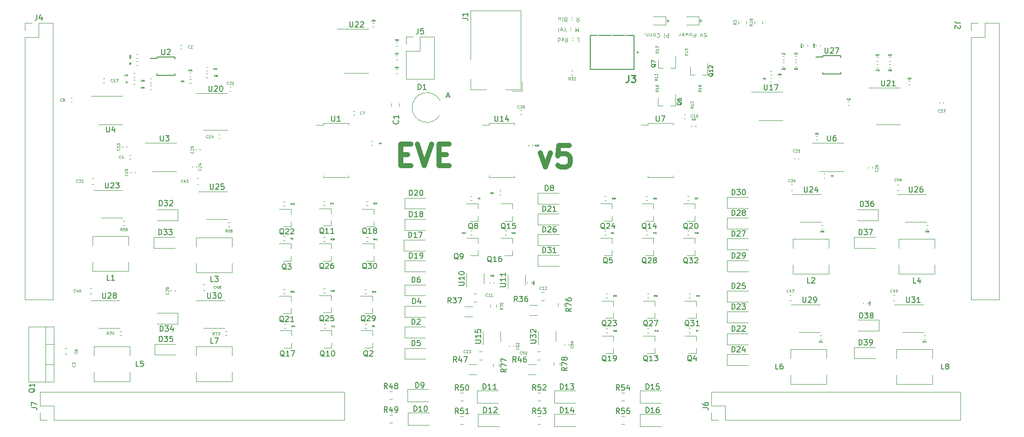
<source format=gto>
G04 #@! TF.GenerationSoftware,KiCad,Pcbnew,5.1.10*
G04 #@! TF.CreationDate,2021-06-20T21:29:18-04:00*
G04 #@! TF.ProjectId,EVE-PCB-V4,4556452d-5043-4422-9d56-342e6b696361,rev?*
G04 #@! TF.SameCoordinates,Original*
G04 #@! TF.FileFunction,Legend,Top*
G04 #@! TF.FilePolarity,Positive*
%FSLAX46Y46*%
G04 Gerber Fmt 4.6, Leading zero omitted, Abs format (unit mm)*
G04 Created by KiCad (PCBNEW 5.1.10) date 2021-06-20 21:29:18*
%MOMM*%
%LPD*%
G01*
G04 APERTURE LIST*
%ADD10C,0.900000*%
%ADD11C,0.125000*%
%ADD12C,0.120000*%
%ADD13C,0.200000*%
%ADD14C,0.100000*%
%ADD15C,0.150000*%
%ADD16C,0.062500*%
%ADD17C,0.254000*%
%ADD18O,1.802000X1.802000*%
%ADD19C,2.702000*%
%ADD20O,2.102000X2.007000*%
%ADD21C,1.752000*%
%ADD22C,1.202000*%
%ADD23O,2.702000X2.702000*%
G04 APERTURE END LIST*
D10*
X149288857Y-56292857D02*
X150241238Y-58959523D01*
X151193619Y-56292857D01*
X154622190Y-54959523D02*
X152717428Y-54959523D01*
X152526952Y-56864285D01*
X152717428Y-56673809D01*
X153098380Y-56483333D01*
X154050761Y-56483333D01*
X154431714Y-56673809D01*
X154622190Y-56864285D01*
X154812666Y-57245238D01*
X154812666Y-58197619D01*
X154622190Y-58578571D01*
X154431714Y-58769047D01*
X154050761Y-58959523D01*
X153098380Y-58959523D01*
X152717428Y-58769047D01*
X152526952Y-58578571D01*
X123635047Y-56610285D02*
X124968380Y-56610285D01*
X125539809Y-58705523D02*
X123635047Y-58705523D01*
X123635047Y-54705523D01*
X125539809Y-54705523D01*
X126682666Y-54705523D02*
X128016000Y-58705523D01*
X129349333Y-54705523D01*
X130682666Y-56610285D02*
X132016000Y-56610285D01*
X132587428Y-58705523D02*
X130682666Y-58705523D01*
X130682666Y-54705523D01*
X132587428Y-54705523D01*
D11*
X172920142Y-34306314D02*
X172920142Y-35056314D01*
X172634428Y-35056314D01*
X172563000Y-35020600D01*
X172527285Y-34984885D01*
X172491571Y-34913457D01*
X172491571Y-34806314D01*
X172527285Y-34734885D01*
X172563000Y-34699171D01*
X172634428Y-34663457D01*
X172920142Y-34663457D01*
X172170142Y-34306314D02*
X172170142Y-34806314D01*
X172170142Y-35056314D02*
X172205857Y-35020600D01*
X172170142Y-34984885D01*
X172134428Y-35020600D01*
X172170142Y-35056314D01*
X172170142Y-34984885D01*
X170813000Y-34377742D02*
X170848714Y-34342028D01*
X170955857Y-34306314D01*
X171027285Y-34306314D01*
X171134428Y-34342028D01*
X171205857Y-34413457D01*
X171241571Y-34484885D01*
X171277285Y-34627742D01*
X171277285Y-34734885D01*
X171241571Y-34877742D01*
X171205857Y-34949171D01*
X171134428Y-35020600D01*
X171027285Y-35056314D01*
X170955857Y-35056314D01*
X170848714Y-35020600D01*
X170813000Y-34984885D01*
X170384428Y-34306314D02*
X170455857Y-34342028D01*
X170491571Y-34377742D01*
X170527285Y-34449171D01*
X170527285Y-34663457D01*
X170491571Y-34734885D01*
X170455857Y-34770600D01*
X170384428Y-34806314D01*
X170277285Y-34806314D01*
X170205857Y-34770600D01*
X170170142Y-34734885D01*
X170134428Y-34663457D01*
X170134428Y-34449171D01*
X170170142Y-34377742D01*
X170205857Y-34342028D01*
X170277285Y-34306314D01*
X170384428Y-34306314D01*
X169813000Y-34806314D02*
X169813000Y-34306314D01*
X169813000Y-34734885D02*
X169777285Y-34770600D01*
X169705857Y-34806314D01*
X169598714Y-34806314D01*
X169527285Y-34770600D01*
X169491571Y-34699171D01*
X169491571Y-34306314D01*
X169134428Y-34806314D02*
X169134428Y-34306314D01*
X169134428Y-34734885D02*
X169098714Y-34770600D01*
X169027285Y-34806314D01*
X168920142Y-34806314D01*
X168848714Y-34770600D01*
X168813000Y-34699171D01*
X168813000Y-34306314D01*
X168455857Y-34377742D02*
X168420142Y-34342028D01*
X168455857Y-34306314D01*
X168491571Y-34342028D01*
X168455857Y-34377742D01*
X168455857Y-34306314D01*
X156012971Y-31410714D02*
X156262971Y-31767857D01*
X156441542Y-31410714D02*
X156441542Y-32160714D01*
X156155828Y-32160714D01*
X156084400Y-32125000D01*
X156048685Y-32089285D01*
X156012971Y-32017857D01*
X156012971Y-31910714D01*
X156048685Y-31839285D01*
X156084400Y-31803571D01*
X156155828Y-31767857D01*
X156441542Y-31767857D01*
X155120114Y-31482142D02*
X155084400Y-31446428D01*
X155120114Y-31410714D01*
X155155828Y-31446428D01*
X155120114Y-31482142D01*
X155120114Y-31410714D01*
X155120114Y-31875000D02*
X155084400Y-31839285D01*
X155120114Y-31803571D01*
X155155828Y-31839285D01*
X155120114Y-31875000D01*
X155120114Y-31803571D01*
X153941542Y-31803571D02*
X153834400Y-31767857D01*
X153798685Y-31732142D01*
X153762971Y-31660714D01*
X153762971Y-31553571D01*
X153798685Y-31482142D01*
X153834400Y-31446428D01*
X153905828Y-31410714D01*
X154191542Y-31410714D01*
X154191542Y-32160714D01*
X153941542Y-32160714D01*
X153870114Y-32125000D01*
X153834400Y-32089285D01*
X153798685Y-32017857D01*
X153798685Y-31946428D01*
X153834400Y-31875000D01*
X153870114Y-31839285D01*
X153941542Y-31803571D01*
X154191542Y-31803571D01*
X153334400Y-31410714D02*
X153405828Y-31446428D01*
X153441542Y-31517857D01*
X153441542Y-32160714D01*
X152727257Y-31910714D02*
X152727257Y-31410714D01*
X153048685Y-31910714D02*
X153048685Y-31517857D01*
X153012971Y-31446428D01*
X152941542Y-31410714D01*
X152834400Y-31410714D01*
X152762971Y-31446428D01*
X152727257Y-31482142D01*
X156372885Y-33290314D02*
X156372885Y-34040314D01*
X156122885Y-33504600D01*
X155872885Y-34040314D01*
X155872885Y-33290314D01*
X154944314Y-33361742D02*
X154908600Y-33326028D01*
X154944314Y-33290314D01*
X154980028Y-33326028D01*
X154944314Y-33361742D01*
X154944314Y-33290314D01*
X154944314Y-33754600D02*
X154908600Y-33718885D01*
X154944314Y-33683171D01*
X154980028Y-33718885D01*
X154944314Y-33754600D01*
X154944314Y-33683171D01*
X153872885Y-33647457D02*
X153872885Y-33290314D01*
X154122885Y-34040314D02*
X153872885Y-33647457D01*
X153622885Y-34040314D01*
X153087171Y-33326028D02*
X153158600Y-33290314D01*
X153301457Y-33290314D01*
X153372885Y-33326028D01*
X153408600Y-33397457D01*
X153408600Y-33683171D01*
X153372885Y-33754600D01*
X153301457Y-33790314D01*
X153158600Y-33790314D01*
X153087171Y-33754600D01*
X153051457Y-33683171D01*
X153051457Y-33611742D01*
X153408600Y-33540314D01*
X152622885Y-33290314D02*
X152694314Y-33326028D01*
X152730028Y-33397457D01*
X152730028Y-34040314D01*
X156087171Y-35169914D02*
X156444314Y-35169914D01*
X156444314Y-35919914D01*
X155265742Y-35241342D02*
X155230028Y-35205628D01*
X155265742Y-35169914D01*
X155301457Y-35205628D01*
X155265742Y-35241342D01*
X155265742Y-35169914D01*
X155265742Y-35634200D02*
X155230028Y-35598485D01*
X155265742Y-35562771D01*
X155301457Y-35598485D01*
X155265742Y-35634200D01*
X155265742Y-35562771D01*
X153908600Y-35169914D02*
X154158600Y-35527057D01*
X154337171Y-35169914D02*
X154337171Y-35919914D01*
X154051457Y-35919914D01*
X153980028Y-35884200D01*
X153944314Y-35848485D01*
X153908600Y-35777057D01*
X153908600Y-35669914D01*
X153944314Y-35598485D01*
X153980028Y-35562771D01*
X154051457Y-35527057D01*
X154337171Y-35527057D01*
X153301457Y-35205628D02*
X153372885Y-35169914D01*
X153515742Y-35169914D01*
X153587171Y-35205628D01*
X153622885Y-35277057D01*
X153622885Y-35562771D01*
X153587171Y-35634200D01*
X153515742Y-35669914D01*
X153372885Y-35669914D01*
X153301457Y-35634200D01*
X153265742Y-35562771D01*
X153265742Y-35491342D01*
X153622885Y-35419914D01*
X152622885Y-35169914D02*
X152622885Y-35919914D01*
X152622885Y-35205628D02*
X152694314Y-35169914D01*
X152837171Y-35169914D01*
X152908600Y-35205628D01*
X152944314Y-35241342D01*
X152980028Y-35312771D01*
X152980028Y-35527057D01*
X152944314Y-35598485D01*
X152908600Y-35634200D01*
X152837171Y-35669914D01*
X152694314Y-35669914D01*
X152622885Y-35634200D01*
X179482885Y-35005514D02*
X179840028Y-35005514D01*
X179875742Y-34648371D01*
X179840028Y-34684085D01*
X179768600Y-34719800D01*
X179590028Y-34719800D01*
X179518600Y-34684085D01*
X179482885Y-34648371D01*
X179447171Y-34576942D01*
X179447171Y-34398371D01*
X179482885Y-34326942D01*
X179518600Y-34291228D01*
X179590028Y-34255514D01*
X179768600Y-34255514D01*
X179840028Y-34291228D01*
X179875742Y-34326942D01*
X179232885Y-35005514D02*
X178982885Y-34255514D01*
X178732885Y-35005514D01*
X177911457Y-34255514D02*
X177911457Y-35005514D01*
X177625742Y-35005514D01*
X177554314Y-34969800D01*
X177518600Y-34934085D01*
X177482885Y-34862657D01*
X177482885Y-34755514D01*
X177518600Y-34684085D01*
X177554314Y-34648371D01*
X177625742Y-34612657D01*
X177911457Y-34612657D01*
X177054314Y-34255514D02*
X177125742Y-34291228D01*
X177161457Y-34326942D01*
X177197171Y-34398371D01*
X177197171Y-34612657D01*
X177161457Y-34684085D01*
X177125742Y-34719800D01*
X177054314Y-34755514D01*
X176947171Y-34755514D01*
X176875742Y-34719800D01*
X176840028Y-34684085D01*
X176804314Y-34612657D01*
X176804314Y-34398371D01*
X176840028Y-34326942D01*
X176875742Y-34291228D01*
X176947171Y-34255514D01*
X177054314Y-34255514D01*
X176554314Y-34755514D02*
X176411457Y-34255514D01*
X176268600Y-34612657D01*
X176125742Y-34255514D01*
X175982885Y-34755514D01*
X175411457Y-34291228D02*
X175482885Y-34255514D01*
X175625742Y-34255514D01*
X175697171Y-34291228D01*
X175732885Y-34362657D01*
X175732885Y-34648371D01*
X175697171Y-34719800D01*
X175625742Y-34755514D01*
X175482885Y-34755514D01*
X175411457Y-34719800D01*
X175375742Y-34648371D01*
X175375742Y-34576942D01*
X175732885Y-34505514D01*
X175054314Y-34255514D02*
X175054314Y-34755514D01*
X175054314Y-34612657D02*
X175018600Y-34684085D01*
X174982885Y-34719800D01*
X174911457Y-34755514D01*
X174840028Y-34755514D01*
D12*
X138168748Y-94461000D02*
X138691252Y-94461000D01*
X138168748Y-92991000D02*
X138691252Y-92991000D01*
X141746500Y-95266742D02*
X141746500Y-95741258D01*
X140701500Y-95266742D02*
X140701500Y-95741258D01*
X136178936Y-95356000D02*
X137633064Y-95356000D01*
X136178936Y-97176000D02*
X137633064Y-97176000D01*
X228540000Y-32452000D02*
X229870000Y-32452000D01*
X228540000Y-33782000D02*
X228540000Y-32452000D01*
X231140000Y-32452000D02*
X233740000Y-32452000D01*
X231140000Y-35052000D02*
X231140000Y-32452000D01*
X228540000Y-35052000D02*
X231140000Y-35052000D01*
X233740000Y-32452000D02*
X233740000Y-83372000D01*
X228540000Y-35052000D02*
X228540000Y-83372000D01*
X228540000Y-83372000D02*
X233740000Y-83372000D01*
X121972000Y-47756578D02*
X121972000Y-47239422D01*
X123392000Y-47756578D02*
X123392000Y-47239422D01*
X136573200Y-39142000D02*
X136573200Y-30142000D01*
X136573200Y-30142000D02*
X145773200Y-30142000D01*
X145773200Y-30142000D02*
X145773200Y-44742000D01*
X145773200Y-44742000D02*
X142973200Y-44742000D01*
X139373200Y-44742000D02*
X136573200Y-44742000D01*
X136573200Y-44742000D02*
X136573200Y-42742000D01*
X146013200Y-43242000D02*
X146013200Y-44982000D01*
X146013200Y-44982000D02*
X144273200Y-44982000D01*
X59912000Y-88352000D02*
X59912000Y-98592000D01*
X55271000Y-88352000D02*
X55271000Y-98592000D01*
X59912000Y-88352000D02*
X55271000Y-88352000D01*
X59912000Y-98592000D02*
X55271000Y-98592000D01*
X58402000Y-88352000D02*
X58402000Y-98592000D01*
X59912000Y-91622000D02*
X58402000Y-91622000D01*
X59912000Y-95323000D02*
X58402000Y-95323000D01*
X178523000Y-31269000D02*
X176238000Y-31269000D01*
X178523000Y-32739000D02*
X178523000Y-31269000D01*
X176238000Y-32739000D02*
X178523000Y-32739000D01*
X187247600Y-32050222D02*
X187247600Y-32567378D01*
X185827600Y-32050222D02*
X185827600Y-32567378D01*
X170142000Y-32739000D02*
X172427000Y-32739000D01*
X172427000Y-32739000D02*
X172427000Y-31269000D01*
X172427000Y-31269000D02*
X170142000Y-31269000D01*
X190194000Y-32050222D02*
X190194000Y-32567378D01*
X188774000Y-32050222D02*
X188774000Y-32567378D01*
X171013000Y-47686500D02*
X171943000Y-47686500D01*
X174173000Y-47686500D02*
X173243000Y-47686500D01*
X174173000Y-47686500D02*
X174173000Y-45526500D01*
X171013000Y-47686500D02*
X171013000Y-46226500D01*
X171038400Y-40688800D02*
X171038400Y-39228800D01*
X174198400Y-40688800D02*
X174198400Y-38528800D01*
X174198400Y-40688800D02*
X173268400Y-40688800D01*
X171038400Y-40688800D02*
X171968400Y-40688800D01*
D13*
X166600000Y-40946000D02*
X158520000Y-40946000D01*
X158520000Y-40946000D02*
X158520000Y-34746000D01*
X158520000Y-34746000D02*
X166600000Y-34746000D01*
X166600000Y-34746000D02*
X166600000Y-40946000D01*
X167160000Y-37846000D02*
X167160000Y-37846000D01*
X167360000Y-37846000D02*
X167360000Y-37846000D01*
D14*
X166600000Y-34746000D02*
X166600000Y-40946000D01*
X166600000Y-40946000D02*
X158520000Y-40946000D01*
X158520000Y-40946000D02*
X158520000Y-34746000D01*
D13*
X167360000Y-37846000D02*
G75*
G02*
X167160000Y-37846000I-100000J0D01*
G01*
X167160000Y-37846000D02*
G75*
G02*
X167360000Y-37846000I100000J0D01*
G01*
D12*
X176880400Y-42009600D02*
X177810400Y-42009600D01*
X180040400Y-42009600D02*
X179110400Y-42009600D01*
X180040400Y-42009600D02*
X180040400Y-39849600D01*
X176880400Y-42009600D02*
X176880400Y-40549600D01*
X130885783Y-49397145D02*
G75*
G02*
X130937151Y-46706000I-2361783J1391145D01*
G01*
X61965621Y-92403200D02*
X62291179Y-92403200D01*
X61965621Y-93423200D02*
X62291179Y-93423200D01*
X83204164Y-37190000D02*
X83419836Y-37190000D01*
X83204164Y-36470000D02*
X83419836Y-36470000D01*
X73806164Y-56790000D02*
X74021836Y-56790000D01*
X73806164Y-57510000D02*
X74021836Y-57510000D01*
X201656836Y-60939000D02*
X201441164Y-60939000D01*
X201656836Y-60219000D02*
X201441164Y-60219000D01*
X114954164Y-49382000D02*
X115169836Y-49382000D01*
X114954164Y-48662000D02*
X115169836Y-48662000D01*
X63039164Y-46249000D02*
X63254836Y-46249000D01*
X63039164Y-46969000D02*
X63254836Y-46969000D01*
X191634164Y-43286000D02*
X191849836Y-43286000D01*
X191634164Y-42566000D02*
X191849836Y-42566000D01*
X175787164Y-49297000D02*
X176002836Y-49297000D01*
X175787164Y-50017000D02*
X176002836Y-50017000D01*
X73258000Y-55137164D02*
X73258000Y-55352836D01*
X72538000Y-55137164D02*
X72538000Y-55352836D01*
X90189164Y-53700000D02*
X90404836Y-53700000D01*
X90189164Y-52980000D02*
X90404836Y-52980000D01*
X205886164Y-46884000D02*
X206101836Y-46884000D01*
X205886164Y-47604000D02*
X206101836Y-47604000D01*
X145903836Y-48535000D02*
X145688164Y-48535000D01*
X145903836Y-49255000D02*
X145688164Y-49255000D01*
X69195836Y-42693000D02*
X68980164Y-42693000D01*
X69195836Y-43413000D02*
X68980164Y-43413000D01*
X74568164Y-41677000D02*
X74783836Y-41677000D01*
X74568164Y-42397000D02*
X74783836Y-42397000D01*
X74782000Y-60051836D02*
X74782000Y-59836164D01*
X74062000Y-60051836D02*
X74062000Y-59836164D01*
X200044164Y-53234000D02*
X200259836Y-53234000D01*
X200044164Y-53954000D02*
X200259836Y-53954000D01*
X196829000Y-57511836D02*
X196829000Y-57296164D01*
X196109000Y-57511836D02*
X196109000Y-57296164D01*
X85365000Y-59035836D02*
X85365000Y-58820164D01*
X86085000Y-59035836D02*
X86085000Y-58820164D01*
X86720000Y-55645164D02*
X86720000Y-55860836D01*
X86000000Y-55645164D02*
X86000000Y-55860836D01*
X209698000Y-59162836D02*
X209698000Y-58947164D01*
X210418000Y-59162836D02*
X210418000Y-58947164D01*
X222779000Y-47009164D02*
X222779000Y-47224836D01*
X223499000Y-47009164D02*
X223499000Y-47224836D01*
X191662164Y-42016000D02*
X191877836Y-42016000D01*
X191662164Y-41296000D02*
X191877836Y-41296000D01*
X82148000Y-81652164D02*
X82148000Y-81867836D01*
X81428000Y-81652164D02*
X81428000Y-81867836D01*
X208783600Y-84181836D02*
X208783600Y-83966164D01*
X209503600Y-84181836D02*
X209503600Y-83966164D01*
X92221164Y-44937000D02*
X92436836Y-44937000D01*
X92221164Y-44217000D02*
X92436836Y-44217000D01*
X217062164Y-43074000D02*
X217277836Y-43074000D01*
X217062164Y-43794000D02*
X217277836Y-43794000D01*
X66915420Y-61085000D02*
X67196580Y-61085000D01*
X66915420Y-62105000D02*
X67196580Y-62105000D01*
X118725836Y-33126000D02*
X118510164Y-33126000D01*
X118725836Y-32406000D02*
X118510164Y-32406000D01*
X85070836Y-41550000D02*
X84855164Y-41550000D01*
X85070836Y-42270000D02*
X84855164Y-42270000D01*
X196234164Y-38502000D02*
X196449836Y-38502000D01*
X196234164Y-39222000D02*
X196449836Y-39222000D01*
X213721836Y-40746000D02*
X213506164Y-40746000D01*
X213721836Y-40026000D02*
X213506164Y-40026000D01*
X77616164Y-43413000D02*
X77831836Y-43413000D01*
X77616164Y-42693000D02*
X77831836Y-42693000D01*
X88118836Y-40534000D02*
X87903164Y-40534000D01*
X88118836Y-41254000D02*
X87903164Y-41254000D01*
X193948164Y-39222000D02*
X194163836Y-39222000D01*
X193948164Y-38502000D02*
X194163836Y-38502000D01*
X211220164Y-40746000D02*
X211435836Y-40746000D01*
X211220164Y-40026000D02*
X211435836Y-40026000D01*
X200046000Y-36683836D02*
X200046000Y-36468164D01*
X200766000Y-36683836D02*
X200766000Y-36468164D01*
X124419000Y-88408000D02*
X124419000Y-90408000D01*
X124419000Y-90408000D02*
X128269000Y-90408000D01*
X124419000Y-88408000D02*
X128269000Y-88408000D01*
X124419000Y-84598000D02*
X128269000Y-84598000D01*
X124419000Y-86598000D02*
X128269000Y-86598000D01*
X124419000Y-84598000D02*
X124419000Y-86598000D01*
X124419000Y-92345000D02*
X128269000Y-92345000D01*
X124419000Y-94345000D02*
X128269000Y-94345000D01*
X124419000Y-92345000D02*
X124419000Y-94345000D01*
X124419000Y-80661000D02*
X124419000Y-82661000D01*
X124419000Y-82661000D02*
X128269000Y-82661000D01*
X124419000Y-80661000D02*
X128269000Y-80661000D01*
X148930000Y-63770000D02*
X152780000Y-63770000D01*
X148930000Y-65770000D02*
X152780000Y-65770000D01*
X148930000Y-63770000D02*
X148930000Y-65770000D01*
X128787500Y-99893500D02*
X124902500Y-99893500D01*
X124902500Y-99893500D02*
X124902500Y-102163500D01*
X124902500Y-102163500D02*
X128787500Y-102163500D01*
X125032500Y-106481500D02*
X128917500Y-106481500D01*
X125032500Y-104211500D02*
X125032500Y-106481500D01*
X128917500Y-104211500D02*
X125032500Y-104211500D01*
X137732500Y-102417500D02*
X141617500Y-102417500D01*
X137732500Y-100147500D02*
X137732500Y-102417500D01*
X141617500Y-100147500D02*
X137732500Y-100147500D01*
X141747500Y-104465500D02*
X137862500Y-104465500D01*
X137862500Y-104465500D02*
X137862500Y-106735500D01*
X137862500Y-106735500D02*
X141747500Y-106735500D01*
X155841500Y-100147500D02*
X151956500Y-100147500D01*
X151956500Y-100147500D02*
X151956500Y-102417500D01*
X151956500Y-102417500D02*
X155841500Y-102417500D01*
X151956500Y-106735500D02*
X155841500Y-106735500D01*
X151956500Y-104465500D02*
X151956500Y-106735500D01*
X155841500Y-104465500D02*
X151956500Y-104465500D01*
X171589500Y-100147500D02*
X167704500Y-100147500D01*
X167704500Y-100147500D02*
X167704500Y-102417500D01*
X167704500Y-102417500D02*
X171589500Y-102417500D01*
X167704500Y-106735500D02*
X171589500Y-106735500D01*
X167704500Y-104465500D02*
X167704500Y-106735500D01*
X171589500Y-104465500D02*
X167704500Y-104465500D01*
X124292000Y-72406000D02*
X124292000Y-74406000D01*
X124292000Y-74406000D02*
X128142000Y-74406000D01*
X124292000Y-72406000D02*
X128142000Y-72406000D01*
X124419000Y-68596000D02*
X128269000Y-68596000D01*
X124419000Y-70596000D02*
X128269000Y-70596000D01*
X124419000Y-68596000D02*
X124419000Y-70596000D01*
X124419000Y-76216000D02*
X128269000Y-76216000D01*
X124419000Y-78216000D02*
X128269000Y-78216000D01*
X124419000Y-76216000D02*
X124419000Y-78216000D01*
X124419000Y-64659000D02*
X128269000Y-64659000D01*
X124419000Y-66659000D02*
X128269000Y-66659000D01*
X124419000Y-64659000D02*
X124419000Y-66659000D01*
X148930000Y-67580000D02*
X148930000Y-69580000D01*
X148930000Y-69580000D02*
X152780000Y-69580000D01*
X148930000Y-67580000D02*
X152780000Y-67580000D01*
X183728000Y-89678000D02*
X183728000Y-91678000D01*
X183728000Y-91678000D02*
X187578000Y-91678000D01*
X183728000Y-89678000D02*
X187578000Y-89678000D01*
X183728000Y-85614000D02*
X187578000Y-85614000D01*
X183728000Y-87614000D02*
X187578000Y-87614000D01*
X183728000Y-85614000D02*
X183728000Y-87614000D01*
X183728000Y-93488000D02*
X183728000Y-95488000D01*
X183728000Y-95488000D02*
X187578000Y-95488000D01*
X183728000Y-93488000D02*
X187578000Y-93488000D01*
X183728000Y-81804000D02*
X183728000Y-83804000D01*
X183728000Y-83804000D02*
X187578000Y-83804000D01*
X183728000Y-81804000D02*
X187578000Y-81804000D01*
X148930000Y-71390000D02*
X148930000Y-73390000D01*
X148930000Y-73390000D02*
X152780000Y-73390000D01*
X148930000Y-71390000D02*
X152780000Y-71390000D01*
X183728000Y-72152000D02*
X183728000Y-74152000D01*
X183728000Y-74152000D02*
X187578000Y-74152000D01*
X183728000Y-72152000D02*
X187578000Y-72152000D01*
X183728000Y-68342000D02*
X183728000Y-70342000D01*
X183728000Y-70342000D02*
X187578000Y-70342000D01*
X183728000Y-68342000D02*
X187578000Y-68342000D01*
X183728000Y-76216000D02*
X187578000Y-76216000D01*
X183728000Y-78216000D02*
X187578000Y-78216000D01*
X183728000Y-76216000D02*
X183728000Y-78216000D01*
X183728000Y-64532000D02*
X183728000Y-66532000D01*
X183728000Y-66532000D02*
X187578000Y-66532000D01*
X183728000Y-64532000D02*
X187578000Y-64532000D01*
X148930000Y-75200000D02*
X152780000Y-75200000D01*
X148930000Y-77200000D02*
X152780000Y-77200000D01*
X148930000Y-75200000D02*
X148930000Y-77200000D01*
X82718000Y-68818000D02*
X78868000Y-68818000D01*
X82718000Y-66818000D02*
X78868000Y-66818000D01*
X82718000Y-68818000D02*
X82718000Y-66818000D01*
X78318000Y-71898000D02*
X82168000Y-71898000D01*
X78318000Y-73898000D02*
X82168000Y-73898000D01*
X78318000Y-71898000D02*
X78318000Y-73898000D01*
X82718000Y-87868000D02*
X82718000Y-85868000D01*
X82718000Y-85868000D02*
X78868000Y-85868000D01*
X82718000Y-87868000D02*
X78868000Y-87868000D01*
X78445000Y-91583000D02*
X82295000Y-91583000D01*
X78445000Y-93583000D02*
X82295000Y-93583000D01*
X78445000Y-91583000D02*
X78445000Y-93583000D01*
X211496000Y-68818000D02*
X211496000Y-66818000D01*
X211496000Y-66818000D02*
X207646000Y-66818000D01*
X211496000Y-68818000D02*
X207646000Y-68818000D01*
X207096000Y-71898000D02*
X207096000Y-73898000D01*
X207096000Y-73898000D02*
X210946000Y-73898000D01*
X207096000Y-71898000D02*
X210946000Y-71898000D01*
X211626000Y-89138000D02*
X207776000Y-89138000D01*
X211626000Y-87138000D02*
X207776000Y-87138000D01*
X211626000Y-89138000D02*
X211626000Y-87138000D01*
X207096000Y-92218000D02*
X210946000Y-92218000D01*
X207096000Y-94218000D02*
X210946000Y-94218000D01*
X207096000Y-92218000D02*
X207096000Y-94218000D01*
X54550000Y-32452000D02*
X55880000Y-32452000D01*
X54550000Y-33782000D02*
X54550000Y-32452000D01*
X57150000Y-32452000D02*
X59750000Y-32452000D01*
X57150000Y-35052000D02*
X57150000Y-32452000D01*
X54550000Y-35052000D02*
X57150000Y-35052000D01*
X59750000Y-32452000D02*
X59750000Y-83372000D01*
X54550000Y-35052000D02*
X54550000Y-83372000D01*
X54550000Y-83372000D02*
X59750000Y-83372000D01*
X124654000Y-34992000D02*
X125984000Y-34992000D01*
X124654000Y-36322000D02*
X124654000Y-34992000D01*
X127254000Y-34992000D02*
X129854000Y-34992000D01*
X127254000Y-37592000D02*
X127254000Y-34992000D01*
X124654000Y-37592000D02*
X127254000Y-37592000D01*
X129854000Y-34992000D02*
X129854000Y-42732000D01*
X124654000Y-37592000D02*
X124654000Y-42732000D01*
X124654000Y-42732000D02*
X129854000Y-42732000D01*
X67058000Y-73430000D02*
X67058000Y-71730000D01*
X67058000Y-71730000D02*
X73658000Y-71730000D01*
X73658000Y-71730000D02*
X73658000Y-73430000D01*
X73658000Y-76430000D02*
X73658000Y-78130000D01*
X73658000Y-78130000D02*
X67058000Y-78130000D01*
X67058000Y-78130000D02*
X67058000Y-76430000D01*
X195836000Y-78638000D02*
X195836000Y-76938000D01*
X202436000Y-78638000D02*
X195836000Y-78638000D01*
X202436000Y-76938000D02*
X202436000Y-78638000D01*
X202436000Y-72238000D02*
X202436000Y-73938000D01*
X195836000Y-72238000D02*
X202436000Y-72238000D01*
X195836000Y-73938000D02*
X195836000Y-72238000D01*
X86108000Y-73684000D02*
X86108000Y-71984000D01*
X86108000Y-71984000D02*
X92708000Y-71984000D01*
X92708000Y-71984000D02*
X92708000Y-73684000D01*
X92708000Y-76684000D02*
X92708000Y-78384000D01*
X92708000Y-78384000D02*
X86108000Y-78384000D01*
X86108000Y-78384000D02*
X86108000Y-76684000D01*
X215309333Y-78638000D02*
X215309333Y-76938000D01*
X221909333Y-78638000D02*
X215309333Y-78638000D01*
X221909333Y-76938000D02*
X221909333Y-78638000D01*
X221909333Y-72238000D02*
X221909333Y-73938000D01*
X215309333Y-72238000D02*
X221909333Y-72238000D01*
X215309333Y-73938000D02*
X215309333Y-72238000D01*
X67268000Y-98450000D02*
X67268000Y-96750000D01*
X73868000Y-98450000D02*
X67268000Y-98450000D01*
X73868000Y-96750000D02*
X73868000Y-98450000D01*
X73868000Y-92050000D02*
X73868000Y-93750000D01*
X67268000Y-92050000D02*
X73868000Y-92050000D01*
X67268000Y-93750000D02*
X67268000Y-92050000D01*
X195412666Y-98958000D02*
X195412666Y-97258000D01*
X202012666Y-98958000D02*
X195412666Y-98958000D01*
X202012666Y-97258000D02*
X202012666Y-98958000D01*
X202012666Y-92558000D02*
X202012666Y-94258000D01*
X195412666Y-92558000D02*
X202012666Y-92558000D01*
X195412666Y-94258000D02*
X195412666Y-92558000D01*
X86108000Y-93750000D02*
X86108000Y-92050000D01*
X86108000Y-92050000D02*
X92708000Y-92050000D01*
X92708000Y-92050000D02*
X92708000Y-93750000D01*
X92708000Y-96750000D02*
X92708000Y-98450000D01*
X92708000Y-98450000D02*
X86108000Y-98450000D01*
X86108000Y-98450000D02*
X86108000Y-96750000D01*
X214886000Y-94258000D02*
X214886000Y-92558000D01*
X214886000Y-92558000D02*
X221486000Y-92558000D01*
X221486000Y-92558000D02*
X221486000Y-94258000D01*
X221486000Y-97258000D02*
X221486000Y-98958000D01*
X221486000Y-98958000D02*
X214886000Y-98958000D01*
X214886000Y-98958000D02*
X214886000Y-97258000D01*
X118505000Y-92258000D02*
X118505000Y-91328000D01*
X118505000Y-89098000D02*
X118505000Y-90028000D01*
X118505000Y-89098000D02*
X116345000Y-89098000D01*
X118505000Y-92258000D02*
X117045000Y-92258000D01*
X103503000Y-76256000D02*
X103503000Y-75326000D01*
X103503000Y-73096000D02*
X103503000Y-74026000D01*
X103503000Y-73096000D02*
X101343000Y-73096000D01*
X103503000Y-76256000D02*
X102043000Y-76256000D01*
X178052000Y-93274000D02*
X178052000Y-92344000D01*
X178052000Y-90114000D02*
X178052000Y-91044000D01*
X178052000Y-90114000D02*
X175892000Y-90114000D01*
X178052000Y-93274000D02*
X176592000Y-93274000D01*
X162558000Y-75240000D02*
X162558000Y-74310000D01*
X162558000Y-72080000D02*
X162558000Y-73010000D01*
X162558000Y-72080000D02*
X160398000Y-72080000D01*
X162558000Y-75240000D02*
X161098000Y-75240000D01*
X137920000Y-68890000D02*
X136460000Y-68890000D01*
X137920000Y-65730000D02*
X135760000Y-65730000D01*
X137920000Y-65730000D02*
X137920000Y-66660000D01*
X137920000Y-68890000D02*
X137920000Y-67960000D01*
X137920000Y-75240000D02*
X137920000Y-74310000D01*
X137920000Y-72080000D02*
X137920000Y-73010000D01*
X137920000Y-72080000D02*
X135760000Y-72080000D01*
X137920000Y-75240000D02*
X136460000Y-75240000D01*
X110996000Y-92258000D02*
X110996000Y-91328000D01*
X110996000Y-89098000D02*
X110996000Y-90028000D01*
X110996000Y-89098000D02*
X108836000Y-89098000D01*
X110996000Y-92258000D02*
X109536000Y-92258000D01*
X110869000Y-69779000D02*
X109409000Y-69779000D01*
X110869000Y-66619000D02*
X108709000Y-66619000D01*
X110869000Y-66619000D02*
X110869000Y-67549000D01*
X110869000Y-69779000D02*
X110869000Y-68849000D01*
X170432000Y-93274000D02*
X168972000Y-93274000D01*
X170432000Y-90114000D02*
X168272000Y-90114000D01*
X170432000Y-90114000D02*
X170432000Y-91044000D01*
X170432000Y-93274000D02*
X170432000Y-92344000D01*
X170178000Y-68890000D02*
X168718000Y-68890000D01*
X170178000Y-65730000D02*
X168018000Y-65730000D01*
X170178000Y-65730000D02*
X170178000Y-66660000D01*
X170178000Y-68890000D02*
X170178000Y-67960000D01*
X144270000Y-68890000D02*
X144270000Y-67960000D01*
X144270000Y-65730000D02*
X144270000Y-66660000D01*
X144270000Y-65730000D02*
X142110000Y-65730000D01*
X144270000Y-68890000D02*
X142810000Y-68890000D01*
X144270000Y-75240000D02*
X142810000Y-75240000D01*
X144270000Y-72080000D02*
X142110000Y-72080000D01*
X144270000Y-72080000D02*
X144270000Y-73010000D01*
X144270000Y-75240000D02*
X144270000Y-74310000D01*
X103630000Y-92258000D02*
X102170000Y-92258000D01*
X103630000Y-89098000D02*
X101470000Y-89098000D01*
X103630000Y-89098000D02*
X103630000Y-90028000D01*
X103630000Y-92258000D02*
X103630000Y-91328000D01*
X118743000Y-69906000D02*
X118743000Y-68976000D01*
X118743000Y-66746000D02*
X118743000Y-67676000D01*
X118743000Y-66746000D02*
X116583000Y-66746000D01*
X118743000Y-69906000D02*
X117283000Y-69906000D01*
X162812000Y-93274000D02*
X162812000Y-92344000D01*
X162812000Y-90114000D02*
X162812000Y-91044000D01*
X162812000Y-90114000D02*
X160652000Y-90114000D01*
X162812000Y-93274000D02*
X161352000Y-93274000D01*
X177798000Y-68890000D02*
X177798000Y-67960000D01*
X177798000Y-65730000D02*
X177798000Y-66660000D01*
X177798000Y-65730000D02*
X175638000Y-65730000D01*
X177798000Y-68890000D02*
X176338000Y-68890000D01*
X103503000Y-85908000D02*
X102043000Y-85908000D01*
X103503000Y-82748000D02*
X101343000Y-82748000D01*
X103503000Y-82748000D02*
X103503000Y-83678000D01*
X103503000Y-85908000D02*
X103503000Y-84978000D01*
X103503000Y-69906000D02*
X102043000Y-69906000D01*
X103503000Y-66746000D02*
X101343000Y-66746000D01*
X103503000Y-66746000D02*
X103503000Y-67676000D01*
X103503000Y-69906000D02*
X103503000Y-68976000D01*
X162812000Y-86797000D02*
X161352000Y-86797000D01*
X162812000Y-83637000D02*
X160652000Y-83637000D01*
X162812000Y-83637000D02*
X162812000Y-84567000D01*
X162812000Y-86797000D02*
X162812000Y-85867000D01*
X162558000Y-68890000D02*
X162558000Y-67960000D01*
X162558000Y-65730000D02*
X162558000Y-66660000D01*
X162558000Y-65730000D02*
X160398000Y-65730000D01*
X162558000Y-68890000D02*
X161098000Y-68890000D01*
X110869000Y-85781000D02*
X109409000Y-85781000D01*
X110869000Y-82621000D02*
X108709000Y-82621000D01*
X110869000Y-82621000D02*
X110869000Y-83551000D01*
X110869000Y-85781000D02*
X110869000Y-84851000D01*
X110869000Y-76256000D02*
X110869000Y-75326000D01*
X110869000Y-73096000D02*
X110869000Y-74026000D01*
X110869000Y-73096000D02*
X108709000Y-73096000D01*
X110869000Y-76256000D02*
X109409000Y-76256000D01*
X170432000Y-86797000D02*
X170432000Y-85867000D01*
X170432000Y-83637000D02*
X170432000Y-84567000D01*
X170432000Y-83637000D02*
X168272000Y-83637000D01*
X170432000Y-86797000D02*
X168972000Y-86797000D01*
X170178000Y-75240000D02*
X168718000Y-75240000D01*
X170178000Y-72080000D02*
X168018000Y-72080000D01*
X170178000Y-72080000D02*
X170178000Y-73010000D01*
X170178000Y-75240000D02*
X170178000Y-74310000D01*
X118489000Y-85908000D02*
X118489000Y-84978000D01*
X118489000Y-82748000D02*
X118489000Y-83678000D01*
X118489000Y-82748000D02*
X116329000Y-82748000D01*
X118489000Y-85908000D02*
X117029000Y-85908000D01*
X118759000Y-76256000D02*
X117299000Y-76256000D01*
X118759000Y-73096000D02*
X116599000Y-73096000D01*
X118759000Y-73096000D02*
X118759000Y-74026000D01*
X118759000Y-76256000D02*
X118759000Y-75326000D01*
X178052000Y-86797000D02*
X176592000Y-86797000D01*
X178052000Y-83637000D02*
X175892000Y-83637000D01*
X178052000Y-83637000D02*
X178052000Y-84567000D01*
X178052000Y-86797000D02*
X178052000Y-85867000D01*
X177798000Y-75240000D02*
X176338000Y-75240000D01*
X177798000Y-72080000D02*
X175638000Y-72080000D01*
X177798000Y-72080000D02*
X177798000Y-73010000D01*
X177798000Y-75240000D02*
X177798000Y-74310000D01*
X74829641Y-43687000D02*
X74522359Y-43687000D01*
X74829641Y-42927000D02*
X74522359Y-42927000D01*
X75030359Y-40258000D02*
X75337641Y-40258000D01*
X75030359Y-39498000D02*
X75337641Y-39498000D01*
X118210359Y-54990000D02*
X118517641Y-54990000D01*
X118210359Y-54230000D02*
X118517641Y-54230000D01*
X117374641Y-88645000D02*
X117067359Y-88645000D01*
X117374641Y-87885000D02*
X117067359Y-87885000D01*
X102388641Y-72516000D02*
X102081359Y-72516000D01*
X102388641Y-71756000D02*
X102081359Y-71756000D01*
X176937641Y-89534000D02*
X176630359Y-89534000D01*
X176937641Y-88774000D02*
X176630359Y-88774000D01*
X161443641Y-71500000D02*
X161136359Y-71500000D01*
X161443641Y-70740000D02*
X161136359Y-70740000D01*
X136805641Y-64390000D02*
X136498359Y-64390000D01*
X136805641Y-65150000D02*
X136498359Y-65150000D01*
X136805641Y-71500000D02*
X136498359Y-71500000D01*
X136805641Y-70740000D02*
X136498359Y-70740000D01*
X109881641Y-87885000D02*
X109574359Y-87885000D01*
X109881641Y-88645000D02*
X109574359Y-88645000D01*
X109754641Y-65279000D02*
X109447359Y-65279000D01*
X109754641Y-66039000D02*
X109447359Y-66039000D01*
X169317641Y-88774000D02*
X169010359Y-88774000D01*
X169317641Y-89534000D02*
X169010359Y-89534000D01*
X169063641Y-64390000D02*
X168756359Y-64390000D01*
X169063641Y-65150000D02*
X168756359Y-65150000D01*
X141832359Y-63374000D02*
X142139641Y-63374000D01*
X141832359Y-64134000D02*
X142139641Y-64134000D01*
X143157641Y-70740000D02*
X142850359Y-70740000D01*
X143157641Y-71500000D02*
X142850359Y-71500000D01*
X177926000Y-51588641D02*
X177926000Y-51281359D01*
X177166000Y-51588641D02*
X177166000Y-51281359D01*
X102515641Y-88645000D02*
X102208359Y-88645000D01*
X102515641Y-87885000D02*
X102208359Y-87885000D01*
X117628641Y-66039000D02*
X117321359Y-66039000D01*
X117628641Y-65279000D02*
X117321359Y-65279000D01*
X161697641Y-88774000D02*
X161390359Y-88774000D01*
X161697641Y-89534000D02*
X161390359Y-89534000D01*
X176683641Y-65150000D02*
X176376359Y-65150000D01*
X176683641Y-64390000D02*
X176376359Y-64390000D01*
X147194000Y-54837359D02*
X147194000Y-55144641D01*
X147954000Y-54837359D02*
X147954000Y-55144641D01*
X102388641Y-81535000D02*
X102081359Y-81535000D01*
X102388641Y-82295000D02*
X102081359Y-82295000D01*
X75337641Y-38988000D02*
X75030359Y-38988000D01*
X75337641Y-38228000D02*
X75030359Y-38228000D01*
X155347641Y-42036000D02*
X155040359Y-42036000D01*
X155347641Y-41276000D02*
X155040359Y-41276000D01*
X102388641Y-65406000D02*
X102081359Y-65406000D01*
X102388641Y-66166000D02*
X102081359Y-66166000D01*
X161697641Y-82297000D02*
X161390359Y-82297000D01*
X161697641Y-83057000D02*
X161390359Y-83057000D01*
X161443641Y-65150000D02*
X161136359Y-65150000D01*
X161443641Y-64390000D02*
X161136359Y-64390000D01*
X109754641Y-81408000D02*
X109447359Y-81408000D01*
X109754641Y-82168000D02*
X109447359Y-82168000D01*
X109754641Y-72643000D02*
X109447359Y-72643000D01*
X109754641Y-71883000D02*
X109447359Y-71883000D01*
X169317641Y-83057000D02*
X169010359Y-83057000D01*
X169317641Y-82297000D02*
X169010359Y-82297000D01*
X169063641Y-71500000D02*
X168756359Y-71500000D01*
X169063641Y-70740000D02*
X168756359Y-70740000D01*
X117374641Y-81535000D02*
X117067359Y-81535000D01*
X117374641Y-82295000D02*
X117067359Y-82295000D01*
X117628641Y-71883000D02*
X117321359Y-71883000D01*
X117628641Y-72643000D02*
X117321359Y-72643000D01*
X176937641Y-82297000D02*
X176630359Y-82297000D01*
X176937641Y-83057000D02*
X176630359Y-83057000D01*
X176683641Y-70740000D02*
X176376359Y-70740000D01*
X176683641Y-71500000D02*
X176376359Y-71500000D01*
X121652936Y-100293500D02*
X122107064Y-100293500D01*
X121652936Y-101763500D02*
X122107064Y-101763500D01*
X121652936Y-106081500D02*
X122107064Y-106081500D01*
X121652936Y-104611500D02*
X122107064Y-104611500D01*
X134710436Y-100547500D02*
X135164564Y-100547500D01*
X134710436Y-102017500D02*
X135164564Y-102017500D01*
X134710436Y-106335500D02*
X135164564Y-106335500D01*
X134710436Y-104865500D02*
X135164564Y-104865500D01*
X148934436Y-100547500D02*
X149388564Y-100547500D01*
X148934436Y-102017500D02*
X149388564Y-102017500D01*
X148934436Y-106335500D02*
X149388564Y-106335500D01*
X148934436Y-104865500D02*
X149388564Y-104865500D01*
X164324936Y-100547500D02*
X164779064Y-100547500D01*
X164324936Y-102017500D02*
X164779064Y-102017500D01*
X164324936Y-106335500D02*
X164779064Y-106335500D01*
X164324936Y-104865500D02*
X164779064Y-104865500D01*
X122782359Y-35942000D02*
X123089641Y-35942000D01*
X122782359Y-36702000D02*
X123089641Y-36702000D01*
X122784359Y-39242000D02*
X123091641Y-39242000D01*
X122784359Y-38482000D02*
X123091641Y-38482000D01*
X72617359Y-68962000D02*
X72924641Y-68962000D01*
X72617359Y-69722000D02*
X72924641Y-69722000D01*
X122782359Y-41022000D02*
X123089641Y-41022000D01*
X122782359Y-41782000D02*
X123089641Y-41782000D01*
X84809359Y-43560000D02*
X85116641Y-43560000D01*
X84809359Y-42800000D02*
X85116641Y-42800000D01*
X196495641Y-39752000D02*
X196188359Y-39752000D01*
X196495641Y-40512000D02*
X196188359Y-40512000D01*
X213460359Y-38736000D02*
X213767641Y-38736000D01*
X213460359Y-39496000D02*
X213767641Y-39496000D01*
X77877641Y-43943000D02*
X77570359Y-43943000D01*
X77877641Y-44703000D02*
X77570359Y-44703000D01*
X87857359Y-41784000D02*
X88164641Y-41784000D01*
X87857359Y-42544000D02*
X88164641Y-42544000D01*
X194209641Y-40512000D02*
X193902359Y-40512000D01*
X194209641Y-39752000D02*
X193902359Y-39752000D01*
X211481641Y-38736000D02*
X211174359Y-38736000D01*
X211481641Y-39496000D02*
X211174359Y-39496000D01*
X198500000Y-36422359D02*
X198500000Y-36729641D01*
X197740000Y-36422359D02*
X197740000Y-36729641D01*
X111760000Y-60840000D02*
X114070000Y-60840000D01*
X114070000Y-60840000D02*
X114070000Y-60565000D01*
X111760000Y-60840000D02*
X109450000Y-60840000D01*
X109450000Y-60840000D02*
X109450000Y-60565000D01*
X111760000Y-50920000D02*
X114070000Y-50920000D01*
X114070000Y-50920000D02*
X114070000Y-51195000D01*
X111760000Y-50920000D02*
X109450000Y-50920000D01*
X109450000Y-50920000D02*
X109450000Y-51195000D01*
X109450000Y-51195000D02*
X108160000Y-51195000D01*
D15*
X78843000Y-38936000D02*
X77618000Y-38936000D01*
X78843000Y-42061000D02*
X82193000Y-42061000D01*
X78843000Y-38711000D02*
X82193000Y-38711000D01*
X78843000Y-42061000D02*
X78843000Y-41761000D01*
X82193000Y-42061000D02*
X82193000Y-41761000D01*
X82193000Y-38711000D02*
X82193000Y-39011000D01*
X78843000Y-38711000D02*
X78843000Y-38936000D01*
D12*
X80264000Y-54540000D02*
X76664000Y-54540000D01*
X80264000Y-54540000D02*
X82464000Y-54540000D01*
X80264000Y-59760000D02*
X78064000Y-59760000D01*
X80264000Y-59760000D02*
X82464000Y-59760000D01*
X70358000Y-51124000D02*
X72558000Y-51124000D01*
X70358000Y-51124000D02*
X68158000Y-51124000D01*
X70358000Y-45904000D02*
X72558000Y-45904000D01*
X70358000Y-45904000D02*
X66758000Y-45904000D01*
X202946000Y-59760000D02*
X205146000Y-59760000D01*
X202946000Y-59760000D02*
X200746000Y-59760000D01*
X202946000Y-54540000D02*
X205146000Y-54540000D01*
X202946000Y-54540000D02*
X199346000Y-54540000D01*
X169140000Y-51195000D02*
X167850000Y-51195000D01*
X169140000Y-50920000D02*
X169140000Y-51195000D01*
X171450000Y-50920000D02*
X169140000Y-50920000D01*
X173760000Y-50920000D02*
X173760000Y-51195000D01*
X171450000Y-50920000D02*
X173760000Y-50920000D01*
X169140000Y-60840000D02*
X169140000Y-60565000D01*
X171450000Y-60840000D02*
X169140000Y-60840000D01*
X173760000Y-60840000D02*
X173760000Y-60565000D01*
X171450000Y-60840000D02*
X173760000Y-60840000D01*
X139930000Y-51195000D02*
X138640000Y-51195000D01*
X139930000Y-50920000D02*
X139930000Y-51195000D01*
X142240000Y-50920000D02*
X139930000Y-50920000D01*
X144550000Y-50920000D02*
X144550000Y-51195000D01*
X142240000Y-50920000D02*
X144550000Y-50920000D01*
X139930000Y-60840000D02*
X139930000Y-60565000D01*
X142240000Y-60840000D02*
X139930000Y-60840000D01*
X144550000Y-60840000D02*
X144550000Y-60565000D01*
X142240000Y-60840000D02*
X144550000Y-60840000D01*
X191770000Y-45142000D02*
X188170000Y-45142000D01*
X191770000Y-45142000D02*
X193970000Y-45142000D01*
X191770000Y-50362000D02*
X189570000Y-50362000D01*
X191770000Y-50362000D02*
X193970000Y-50362000D01*
X89662000Y-52153000D02*
X91862000Y-52153000D01*
X89662000Y-52153000D02*
X87462000Y-52153000D01*
X89662000Y-45383000D02*
X91862000Y-45383000D01*
X89662000Y-45383000D02*
X86062000Y-45383000D01*
X213360000Y-51137000D02*
X215560000Y-51137000D01*
X213360000Y-51137000D02*
X211160000Y-51137000D01*
X213360000Y-44367000D02*
X215560000Y-44367000D01*
X213360000Y-44367000D02*
X209760000Y-44367000D01*
X115570000Y-33557000D02*
X111970000Y-33557000D01*
X115570000Y-33557000D02*
X117770000Y-33557000D01*
X115570000Y-41627000D02*
X113370000Y-41627000D01*
X115570000Y-41627000D02*
X117770000Y-41627000D01*
D15*
X201271000Y-38457000D02*
X201271000Y-38682000D01*
X204621000Y-38457000D02*
X204621000Y-38757000D01*
X204621000Y-41807000D02*
X204621000Y-41507000D01*
X201271000Y-41807000D02*
X201271000Y-41507000D01*
X201271000Y-38457000D02*
X204621000Y-38457000D01*
X201271000Y-41807000D02*
X204621000Y-41807000D01*
X201271000Y-38682000D02*
X200046000Y-38682000D01*
D12*
X226628000Y-105597000D02*
X226628000Y-100397000D01*
X183388000Y-105597000D02*
X226628000Y-105597000D01*
X180788000Y-100397000D02*
X226628000Y-100397000D01*
X183388000Y-105597000D02*
X183388000Y-102997000D01*
X183388000Y-102997000D02*
X180788000Y-102997000D01*
X180788000Y-102997000D02*
X180788000Y-100397000D01*
X182118000Y-105597000D02*
X180788000Y-105597000D01*
X180788000Y-105597000D02*
X180788000Y-104267000D01*
X113344000Y-105597000D02*
X113344000Y-100397000D01*
X59944000Y-105597000D02*
X113344000Y-105597000D01*
X57344000Y-100397000D02*
X113344000Y-100397000D01*
X59944000Y-105597000D02*
X59944000Y-102997000D01*
X59944000Y-102997000D02*
X57344000Y-102997000D01*
X57344000Y-102997000D02*
X57344000Y-100397000D01*
X58674000Y-105597000D02*
X57344000Y-105597000D01*
X57344000Y-105597000D02*
X57344000Y-104267000D01*
X195439420Y-63248000D02*
X195720580Y-63248000D01*
X195439420Y-62228000D02*
X195720580Y-62228000D01*
X86206420Y-62105000D02*
X86487580Y-62105000D01*
X86206420Y-61085000D02*
X86487580Y-61085000D01*
X214997420Y-62228000D02*
X215278580Y-62228000D01*
X214997420Y-63248000D02*
X215278580Y-63248000D01*
X66534420Y-82298000D02*
X66815580Y-82298000D01*
X66534420Y-81278000D02*
X66815580Y-81278000D01*
X195185420Y-83568000D02*
X195466580Y-83568000D01*
X195185420Y-82548000D02*
X195466580Y-82548000D01*
X87643580Y-81663000D02*
X87362420Y-81663000D01*
X87643580Y-80643000D02*
X87362420Y-80643000D01*
X214235420Y-82548000D02*
X214516580Y-82548000D01*
X214235420Y-83568000D02*
X214516580Y-83568000D01*
X201014359Y-69724000D02*
X201321641Y-69724000D01*
X201014359Y-70484000D02*
X201321641Y-70484000D01*
X91921359Y-69216000D02*
X92228641Y-69216000D01*
X91921359Y-69976000D02*
X92228641Y-69976000D01*
X220318359Y-70484000D02*
X220625641Y-70484000D01*
X220318359Y-69724000D02*
X220625641Y-69724000D01*
X72045859Y-89978500D02*
X72353141Y-89978500D01*
X72045859Y-89218500D02*
X72353141Y-89218500D01*
X200760359Y-90044000D02*
X201067641Y-90044000D01*
X200760359Y-90804000D02*
X201067641Y-90804000D01*
X91413359Y-89978500D02*
X91720641Y-89978500D01*
X91413359Y-89218500D02*
X91720641Y-89218500D01*
X219810359Y-90804000D02*
X220117641Y-90804000D01*
X219810359Y-90044000D02*
X220117641Y-90044000D01*
X70612000Y-68359000D02*
X72562000Y-68359000D01*
X70612000Y-68359000D02*
X68662000Y-68359000D01*
X70612000Y-63239000D02*
X72562000Y-63239000D01*
X70612000Y-63239000D02*
X67162000Y-63239000D01*
X199136000Y-69108000D02*
X201086000Y-69108000D01*
X199136000Y-69108000D02*
X197186000Y-69108000D01*
X199136000Y-63988000D02*
X201086000Y-63988000D01*
X199136000Y-63988000D02*
X195686000Y-63988000D01*
X89916000Y-63480000D02*
X86466000Y-63480000D01*
X89916000Y-63480000D02*
X91866000Y-63480000D01*
X89916000Y-68600000D02*
X87966000Y-68600000D01*
X89916000Y-68600000D02*
X91866000Y-68600000D01*
X218440000Y-63988000D02*
X214990000Y-63988000D01*
X218440000Y-63988000D02*
X220390000Y-63988000D01*
X218440000Y-69108000D02*
X216490000Y-69108000D01*
X218440000Y-69108000D02*
X220390000Y-69108000D01*
X70104000Y-88666000D02*
X72054000Y-88666000D01*
X70104000Y-88666000D02*
X68154000Y-88666000D01*
X70104000Y-83546000D02*
X72054000Y-83546000D01*
X70104000Y-83546000D02*
X66654000Y-83546000D01*
X198882000Y-89428000D02*
X200832000Y-89428000D01*
X198882000Y-89428000D02*
X196932000Y-89428000D01*
X198882000Y-84308000D02*
X200832000Y-84308000D01*
X198882000Y-84308000D02*
X195432000Y-84308000D01*
X89408000Y-83546000D02*
X85958000Y-83546000D01*
X89408000Y-83546000D02*
X91358000Y-83546000D01*
X89408000Y-88666000D02*
X87458000Y-88666000D01*
X89408000Y-88666000D02*
X91358000Y-88666000D01*
X217932000Y-84308000D02*
X214482000Y-84308000D01*
X217932000Y-84308000D02*
X219882000Y-84308000D01*
X217932000Y-89428000D02*
X215982000Y-89428000D01*
X217932000Y-89428000D02*
X219882000Y-89428000D01*
X137152748Y-82323000D02*
X137675252Y-82323000D01*
X137152748Y-83793000D02*
X137675252Y-83793000D01*
X149598748Y-83539000D02*
X150121252Y-83539000D01*
X149598748Y-82069000D02*
X150121252Y-82069000D01*
X148836748Y-92991000D02*
X149359252Y-92991000D01*
X148836748Y-94461000D02*
X149359252Y-94461000D01*
X140102000Y-80371836D02*
X140102000Y-80156164D01*
X140822000Y-80371836D02*
X140822000Y-80156164D01*
X147680000Y-80156164D02*
X147680000Y-80371836D01*
X146960000Y-80156164D02*
X146960000Y-80371836D01*
X143658000Y-91840164D02*
X143658000Y-92055836D01*
X144378000Y-91840164D02*
X144378000Y-92055836D01*
X153818000Y-91586164D02*
X153818000Y-91801836D01*
X154538000Y-91586164D02*
X154538000Y-91801836D01*
X147354936Y-86254000D02*
X148809064Y-86254000D01*
X147354936Y-84434000D02*
X148809064Y-84434000D01*
X135416936Y-84688000D02*
X136871064Y-84688000D01*
X135416936Y-86508000D02*
X136871064Y-86508000D01*
X147100936Y-97176000D02*
X148555064Y-97176000D01*
X147100936Y-95356000D02*
X148555064Y-95356000D01*
X141238500Y-84344742D02*
X141238500Y-84819258D01*
X140193500Y-84344742D02*
X140193500Y-84819258D01*
X152639500Y-84090742D02*
X152639500Y-84565258D01*
X153684500Y-84090742D02*
X153684500Y-84565258D01*
X151877500Y-95012742D02*
X151877500Y-95487258D01*
X152922500Y-95012742D02*
X152922500Y-95487258D01*
X135804000Y-78602000D02*
X135804000Y-81052000D01*
X139024000Y-80402000D02*
X139024000Y-78602000D01*
X146644000Y-80656000D02*
X146644000Y-78856000D01*
X143424000Y-78856000D02*
X143424000Y-81306000D01*
X138852000Y-89270000D02*
X138852000Y-91720000D01*
X142072000Y-91070000D02*
X142072000Y-89270000D01*
X152232000Y-91070000D02*
X152232000Y-89270000D01*
X149012000Y-89270000D02*
X149012000Y-91720000D01*
D11*
X135568571Y-93142571D02*
X135544761Y-93166380D01*
X135473333Y-93190190D01*
X135425714Y-93190190D01*
X135354285Y-93166380D01*
X135306666Y-93118761D01*
X135282857Y-93071142D01*
X135259047Y-92975904D01*
X135259047Y-92904476D01*
X135282857Y-92809238D01*
X135306666Y-92761619D01*
X135354285Y-92714000D01*
X135425714Y-92690190D01*
X135473333Y-92690190D01*
X135544761Y-92714000D01*
X135568571Y-92737809D01*
X135759047Y-92737809D02*
X135782857Y-92714000D01*
X135830476Y-92690190D01*
X135949523Y-92690190D01*
X135997142Y-92714000D01*
X136020952Y-92737809D01*
X136044761Y-92785428D01*
X136044761Y-92833047D01*
X136020952Y-92904476D01*
X135735238Y-93190190D01*
X136044761Y-93190190D01*
X136211428Y-92690190D02*
X136520952Y-92690190D01*
X136354285Y-92880666D01*
X136425714Y-92880666D01*
X136473333Y-92904476D01*
X136497142Y-92928285D01*
X136520952Y-92975904D01*
X136520952Y-93094952D01*
X136497142Y-93142571D01*
X136473333Y-93166380D01*
X136425714Y-93190190D01*
X136282857Y-93190190D01*
X136235238Y-93166380D01*
X136211428Y-93142571D01*
D15*
X143106380Y-96146857D02*
X142630190Y-96480190D01*
X143106380Y-96718285D02*
X142106380Y-96718285D01*
X142106380Y-96337333D01*
X142154000Y-96242095D01*
X142201619Y-96194476D01*
X142296857Y-96146857D01*
X142439714Y-96146857D01*
X142534952Y-96194476D01*
X142582571Y-96242095D01*
X142630190Y-96337333D01*
X142630190Y-96718285D01*
X142106380Y-95813523D02*
X142106380Y-95146857D01*
X143106380Y-95575428D01*
X142106380Y-94861142D02*
X142106380Y-94194476D01*
X143106380Y-94623047D01*
X133977142Y-94898380D02*
X133643809Y-94422190D01*
X133405714Y-94898380D02*
X133405714Y-93898380D01*
X133786666Y-93898380D01*
X133881904Y-93946000D01*
X133929523Y-93993619D01*
X133977142Y-94088857D01*
X133977142Y-94231714D01*
X133929523Y-94326952D01*
X133881904Y-94374571D01*
X133786666Y-94422190D01*
X133405714Y-94422190D01*
X134834285Y-94231714D02*
X134834285Y-94898380D01*
X134596190Y-93850761D02*
X134358095Y-94565047D01*
X134977142Y-94565047D01*
X135262857Y-93898380D02*
X135929523Y-93898380D01*
X135500952Y-94898380D01*
D11*
X171041190Y-37659428D02*
X170803095Y-37826095D01*
X171041190Y-37945142D02*
X170541190Y-37945142D01*
X170541190Y-37754666D01*
X170565000Y-37707047D01*
X170588809Y-37683238D01*
X170636428Y-37659428D01*
X170707857Y-37659428D01*
X170755476Y-37683238D01*
X170779285Y-37707047D01*
X170803095Y-37754666D01*
X170803095Y-37945142D01*
X171041190Y-37183238D02*
X171041190Y-37468952D01*
X171041190Y-37326095D02*
X170541190Y-37326095D01*
X170612619Y-37373714D01*
X170660238Y-37421333D01*
X170684047Y-37468952D01*
X170541190Y-37016571D02*
X170541190Y-36683238D01*
X171041190Y-36897523D01*
X171041190Y-44771428D02*
X170803095Y-44938095D01*
X171041190Y-45057142D02*
X170541190Y-45057142D01*
X170541190Y-44866666D01*
X170565000Y-44819047D01*
X170588809Y-44795238D01*
X170636428Y-44771428D01*
X170707857Y-44771428D01*
X170755476Y-44795238D01*
X170779285Y-44819047D01*
X170803095Y-44866666D01*
X170803095Y-45057142D01*
X171041190Y-44295238D02*
X171041190Y-44580952D01*
X171041190Y-44438095D02*
X170541190Y-44438095D01*
X170612619Y-44485714D01*
X170660238Y-44533333D01*
X170684047Y-44580952D01*
X170541190Y-43866666D02*
X170541190Y-43961904D01*
X170565000Y-44009523D01*
X170588809Y-44033333D01*
X170660238Y-44080952D01*
X170755476Y-44104761D01*
X170945952Y-44104761D01*
X170993571Y-44080952D01*
X171017380Y-44057142D01*
X171041190Y-44009523D01*
X171041190Y-43914285D01*
X171017380Y-43866666D01*
X170993571Y-43842857D01*
X170945952Y-43819047D01*
X170826904Y-43819047D01*
X170779285Y-43842857D01*
X170755476Y-43866666D01*
X170731666Y-43914285D01*
X170731666Y-44009523D01*
X170755476Y-44057142D01*
X170779285Y-44080952D01*
X170826904Y-44104761D01*
X170914190Y-42739428D02*
X170676095Y-42906095D01*
X170914190Y-43025142D02*
X170414190Y-43025142D01*
X170414190Y-42834666D01*
X170438000Y-42787047D01*
X170461809Y-42763238D01*
X170509428Y-42739428D01*
X170580857Y-42739428D01*
X170628476Y-42763238D01*
X170652285Y-42787047D01*
X170676095Y-42834666D01*
X170676095Y-43025142D01*
X170914190Y-42263238D02*
X170914190Y-42548952D01*
X170914190Y-42406095D02*
X170414190Y-42406095D01*
X170485619Y-42453714D01*
X170533238Y-42501333D01*
X170557047Y-42548952D01*
X170414190Y-42096571D02*
X170414190Y-41787047D01*
X170604666Y-41953714D01*
X170604666Y-41882285D01*
X170628476Y-41834666D01*
X170652285Y-41810857D01*
X170699904Y-41787047D01*
X170818952Y-41787047D01*
X170866571Y-41810857D01*
X170890380Y-41834666D01*
X170914190Y-41882285D01*
X170914190Y-42025142D01*
X170890380Y-42072761D01*
X170866571Y-42096571D01*
X177518190Y-47819428D02*
X177280095Y-47986095D01*
X177518190Y-48105142D02*
X177018190Y-48105142D01*
X177018190Y-47914666D01*
X177042000Y-47867047D01*
X177065809Y-47843238D01*
X177113428Y-47819428D01*
X177184857Y-47819428D01*
X177232476Y-47843238D01*
X177256285Y-47867047D01*
X177280095Y-47914666D01*
X177280095Y-48105142D01*
X177518190Y-47343238D02*
X177518190Y-47628952D01*
X177518190Y-47486095D02*
X177018190Y-47486095D01*
X177089619Y-47533714D01*
X177137238Y-47581333D01*
X177161047Y-47628952D01*
X177065809Y-47152761D02*
X177042000Y-47128952D01*
X177018190Y-47081333D01*
X177018190Y-46962285D01*
X177042000Y-46914666D01*
X177065809Y-46890857D01*
X177113428Y-46867047D01*
X177161047Y-46867047D01*
X177232476Y-46890857D01*
X177518190Y-47176571D01*
X177518190Y-46867047D01*
D15*
X226607619Y-32448666D02*
X225893333Y-32448666D01*
X225750476Y-32401047D01*
X225655238Y-32305809D01*
X225607619Y-32162952D01*
X225607619Y-32067714D01*
X226512380Y-32877238D02*
X226560000Y-32924857D01*
X226607619Y-33020095D01*
X226607619Y-33258190D01*
X226560000Y-33353428D01*
X226512380Y-33401047D01*
X226417142Y-33448666D01*
X226321904Y-33448666D01*
X226179047Y-33401047D01*
X225607619Y-32829619D01*
X225607619Y-33448666D01*
X123191542Y-50407866D02*
X123239161Y-50455485D01*
X123286780Y-50598342D01*
X123286780Y-50693580D01*
X123239161Y-50836438D01*
X123143923Y-50931676D01*
X123048685Y-50979295D01*
X122858209Y-51026914D01*
X122715352Y-51026914D01*
X122524876Y-50979295D01*
X122429638Y-50931676D01*
X122334400Y-50836438D01*
X122286780Y-50693580D01*
X122286780Y-50598342D01*
X122334400Y-50455485D01*
X122382019Y-50407866D01*
X123286780Y-49455485D02*
X123286780Y-50026914D01*
X123286780Y-49741200D02*
X122286780Y-49741200D01*
X122429638Y-49836438D01*
X122524876Y-49931676D01*
X122572495Y-50026914D01*
X134986780Y-31557879D02*
X135701066Y-31557879D01*
X135843923Y-31605498D01*
X135939161Y-31700736D01*
X135986780Y-31843593D01*
X135986780Y-31938831D01*
X135986780Y-30557879D02*
X135986780Y-31129307D01*
X135986780Y-30843593D02*
X134986780Y-30843593D01*
X135129638Y-30938831D01*
X135224876Y-31034069D01*
X135272495Y-31129307D01*
X56427619Y-99764838D02*
X56380000Y-99860076D01*
X56284761Y-99955314D01*
X56141904Y-100098171D01*
X56094285Y-100193409D01*
X56094285Y-100288647D01*
X56332380Y-100241028D02*
X56284761Y-100336266D01*
X56189523Y-100431504D01*
X55999047Y-100479123D01*
X55665714Y-100479123D01*
X55475238Y-100431504D01*
X55380000Y-100336266D01*
X55332380Y-100241028D01*
X55332380Y-100050552D01*
X55380000Y-99955314D01*
X55475238Y-99860076D01*
X55665714Y-99812457D01*
X55999047Y-99812457D01*
X56189523Y-99860076D01*
X56284761Y-99955314D01*
X56332380Y-100050552D01*
X56332380Y-100241028D01*
X56332380Y-98860076D02*
X56332380Y-99431504D01*
X56332380Y-99145790D02*
X55332380Y-99145790D01*
X55475238Y-99241028D01*
X55570476Y-99336266D01*
X55618095Y-99431504D01*
D16*
X178929095Y-32188523D02*
X178679095Y-32188523D01*
X178679095Y-32129000D01*
X178691000Y-32093285D01*
X178714809Y-32069476D01*
X178738619Y-32057571D01*
X178786238Y-32045666D01*
X178821952Y-32045666D01*
X178869571Y-32057571D01*
X178893380Y-32069476D01*
X178917190Y-32093285D01*
X178929095Y-32129000D01*
X178929095Y-32188523D01*
X178679095Y-31962333D02*
X178679095Y-31807571D01*
X178774333Y-31890904D01*
X178774333Y-31855190D01*
X178786238Y-31831380D01*
X178798142Y-31819476D01*
X178821952Y-31807571D01*
X178881476Y-31807571D01*
X178905285Y-31819476D01*
X178917190Y-31831380D01*
X178929095Y-31855190D01*
X178929095Y-31926619D01*
X178917190Y-31950428D01*
X178905285Y-31962333D01*
D11*
X185392190Y-32392133D02*
X185154095Y-32558800D01*
X185392190Y-32677847D02*
X184892190Y-32677847D01*
X184892190Y-32487371D01*
X184916000Y-32439752D01*
X184939809Y-32415942D01*
X184987428Y-32392133D01*
X185058857Y-32392133D01*
X185106476Y-32415942D01*
X185130285Y-32439752D01*
X185154095Y-32487371D01*
X185154095Y-32677847D01*
X184892190Y-32225466D02*
X184892190Y-31915942D01*
X185082666Y-32082609D01*
X185082666Y-32011180D01*
X185106476Y-31963561D01*
X185130285Y-31939752D01*
X185177904Y-31915942D01*
X185296952Y-31915942D01*
X185344571Y-31939752D01*
X185368380Y-31963561D01*
X185392190Y-32011180D01*
X185392190Y-32154038D01*
X185368380Y-32201657D01*
X185344571Y-32225466D01*
D16*
X172934695Y-32188523D02*
X172684695Y-32188523D01*
X172684695Y-32129000D01*
X172696600Y-32093285D01*
X172720409Y-32069476D01*
X172744219Y-32057571D01*
X172791838Y-32045666D01*
X172827552Y-32045666D01*
X172875171Y-32057571D01*
X172898980Y-32069476D01*
X172922790Y-32093285D01*
X172934695Y-32129000D01*
X172934695Y-32188523D01*
X172684695Y-31962333D02*
X172684695Y-31795666D01*
X172934695Y-31902809D01*
D11*
X188376690Y-32630228D02*
X188138595Y-32796895D01*
X188376690Y-32915942D02*
X187876690Y-32915942D01*
X187876690Y-32725466D01*
X187900500Y-32677847D01*
X187924309Y-32654038D01*
X187971928Y-32630228D01*
X188043357Y-32630228D01*
X188090976Y-32654038D01*
X188114785Y-32677847D01*
X188138595Y-32725466D01*
X188138595Y-32915942D01*
X187924309Y-32439752D02*
X187900500Y-32415942D01*
X187876690Y-32368323D01*
X187876690Y-32249276D01*
X187900500Y-32201657D01*
X187924309Y-32177847D01*
X187971928Y-32154038D01*
X188019547Y-32154038D01*
X188090976Y-32177847D01*
X188376690Y-32463561D01*
X188376690Y-32154038D01*
X188090976Y-31868323D02*
X188067166Y-31915942D01*
X188043357Y-31939752D01*
X187995738Y-31963561D01*
X187971928Y-31963561D01*
X187924309Y-31939752D01*
X187900500Y-31915942D01*
X187876690Y-31868323D01*
X187876690Y-31773085D01*
X187900500Y-31725466D01*
X187924309Y-31701657D01*
X187971928Y-31677847D01*
X187995738Y-31677847D01*
X188043357Y-31701657D01*
X188067166Y-31725466D01*
X188090976Y-31773085D01*
X188090976Y-31868323D01*
X188114785Y-31915942D01*
X188138595Y-31939752D01*
X188186214Y-31963561D01*
X188281452Y-31963561D01*
X188329071Y-31939752D01*
X188352880Y-31915942D01*
X188376690Y-31868323D01*
X188376690Y-31773085D01*
X188352880Y-31725466D01*
X188329071Y-31701657D01*
X188281452Y-31677847D01*
X188186214Y-31677847D01*
X188138595Y-31701657D01*
X188114785Y-31725466D01*
X188090976Y-31773085D01*
X63729371Y-95485733D02*
X63753180Y-95509542D01*
X63776990Y-95580971D01*
X63776990Y-95628590D01*
X63753180Y-95700019D01*
X63705561Y-95747638D01*
X63657942Y-95771447D01*
X63562704Y-95795257D01*
X63491276Y-95795257D01*
X63396038Y-95771447D01*
X63348419Y-95747638D01*
X63300800Y-95700019D01*
X63276990Y-95628590D01*
X63276990Y-95580971D01*
X63300800Y-95509542D01*
X63324609Y-95485733D01*
X63276990Y-95319066D02*
X63276990Y-95009542D01*
X63467466Y-95176209D01*
X63467466Y-95104780D01*
X63491276Y-95057161D01*
X63515085Y-95033352D01*
X63562704Y-95009542D01*
X63681752Y-95009542D01*
X63729371Y-95033352D01*
X63753180Y-95057161D01*
X63776990Y-95104780D01*
X63776990Y-95247638D01*
X63753180Y-95295257D01*
X63729371Y-95319066D01*
D15*
X175365914Y-46997928D02*
X175330200Y-47069357D01*
X175258771Y-47140785D01*
X175151628Y-47247928D01*
X175115914Y-47319357D01*
X175115914Y-47390785D01*
X175294485Y-47355071D02*
X175258771Y-47426500D01*
X175187342Y-47497928D01*
X175044485Y-47533642D01*
X174794485Y-47533642D01*
X174651628Y-47497928D01*
X174580200Y-47426500D01*
X174544485Y-47355071D01*
X174544485Y-47212214D01*
X174580200Y-47140785D01*
X174651628Y-47069357D01*
X174794485Y-47033642D01*
X175044485Y-47033642D01*
X175187342Y-47069357D01*
X175258771Y-47140785D01*
X175294485Y-47212214D01*
X175294485Y-47355071D01*
X174544485Y-46390785D02*
X174544485Y-46533642D01*
X174580200Y-46605071D01*
X174615914Y-46640785D01*
X174723057Y-46712214D01*
X174865914Y-46747928D01*
X175151628Y-46747928D01*
X175223057Y-46712214D01*
X175258771Y-46676500D01*
X175294485Y-46605071D01*
X175294485Y-46462214D01*
X175258771Y-46390785D01*
X175223057Y-46355071D01*
X175151628Y-46319357D01*
X174973057Y-46319357D01*
X174901628Y-46355071D01*
X174865914Y-46390785D01*
X174830200Y-46462214D01*
X174830200Y-46605071D01*
X174865914Y-46676500D01*
X174901628Y-46712214D01*
X174973057Y-46747928D01*
X170590714Y-40000228D02*
X170555000Y-40071657D01*
X170483571Y-40143085D01*
X170376428Y-40250228D01*
X170340714Y-40321657D01*
X170340714Y-40393085D01*
X170519285Y-40357371D02*
X170483571Y-40428800D01*
X170412142Y-40500228D01*
X170269285Y-40535942D01*
X170019285Y-40535942D01*
X169876428Y-40500228D01*
X169805000Y-40428800D01*
X169769285Y-40357371D01*
X169769285Y-40214514D01*
X169805000Y-40143085D01*
X169876428Y-40071657D01*
X170019285Y-40035942D01*
X170269285Y-40035942D01*
X170412142Y-40071657D01*
X170483571Y-40143085D01*
X170519285Y-40214514D01*
X170519285Y-40357371D01*
X169769285Y-39785942D02*
X169769285Y-39285942D01*
X170519285Y-39607371D01*
D17*
X165591066Y-42078123D02*
X165591066Y-42985266D01*
X165530590Y-43166695D01*
X165409638Y-43287647D01*
X165228209Y-43348123D01*
X165107257Y-43348123D01*
X166074876Y-42078123D02*
X166861066Y-42078123D01*
X166437733Y-42561933D01*
X166619161Y-42561933D01*
X166740114Y-42622409D01*
X166800590Y-42682885D01*
X166861066Y-42803838D01*
X166861066Y-43106219D01*
X166800590Y-43227171D01*
X166740114Y-43287647D01*
X166619161Y-43348123D01*
X166256304Y-43348123D01*
X166135352Y-43287647D01*
X166074876Y-43227171D01*
D11*
X176449790Y-38065828D02*
X176211695Y-38232495D01*
X176449790Y-38351542D02*
X175949790Y-38351542D01*
X175949790Y-38161066D01*
X175973600Y-38113447D01*
X175997409Y-38089638D01*
X176045028Y-38065828D01*
X176116457Y-38065828D01*
X176164076Y-38089638D01*
X176187885Y-38113447D01*
X176211695Y-38161066D01*
X176211695Y-38351542D01*
X176449790Y-37589638D02*
X176449790Y-37875352D01*
X176449790Y-37732495D02*
X175949790Y-37732495D01*
X176021219Y-37780114D01*
X176068838Y-37827733D01*
X176092647Y-37875352D01*
X175949790Y-37137257D02*
X175949790Y-37375352D01*
X176187885Y-37399161D01*
X176164076Y-37375352D01*
X176140266Y-37327733D01*
X176140266Y-37208685D01*
X176164076Y-37161066D01*
X176187885Y-37137257D01*
X176235504Y-37113447D01*
X176354552Y-37113447D01*
X176402171Y-37137257D01*
X176425980Y-37161066D01*
X176449790Y-37208685D01*
X176449790Y-37327733D01*
X176425980Y-37375352D01*
X176402171Y-37399161D01*
D15*
X181157114Y-41678171D02*
X181121400Y-41749600D01*
X181049971Y-41821028D01*
X180942828Y-41928171D01*
X180907114Y-41999600D01*
X180907114Y-42071028D01*
X181085685Y-42035314D02*
X181049971Y-42106742D01*
X180978542Y-42178171D01*
X180835685Y-42213885D01*
X180585685Y-42213885D01*
X180442828Y-42178171D01*
X180371400Y-42106742D01*
X180335685Y-42035314D01*
X180335685Y-41892457D01*
X180371400Y-41821028D01*
X180442828Y-41749600D01*
X180585685Y-41713885D01*
X180835685Y-41713885D01*
X180978542Y-41749600D01*
X181049971Y-41821028D01*
X181085685Y-41892457D01*
X181085685Y-42035314D01*
X181085685Y-40999600D02*
X181085685Y-41428171D01*
X181085685Y-41213885D02*
X180335685Y-41213885D01*
X180442828Y-41285314D01*
X180514257Y-41356742D01*
X180549971Y-41428171D01*
X180407114Y-40713885D02*
X180371400Y-40678171D01*
X180335685Y-40606742D01*
X180335685Y-40428171D01*
X180371400Y-40356742D01*
X180407114Y-40321028D01*
X180478542Y-40285314D01*
X180549971Y-40285314D01*
X180657114Y-40321028D01*
X181085685Y-40749600D01*
X181085685Y-40285314D01*
D11*
X178940590Y-44771428D02*
X178702495Y-44938095D01*
X178940590Y-45057142D02*
X178440590Y-45057142D01*
X178440590Y-44866666D01*
X178464400Y-44819047D01*
X178488209Y-44795238D01*
X178535828Y-44771428D01*
X178607257Y-44771428D01*
X178654876Y-44795238D01*
X178678685Y-44819047D01*
X178702495Y-44866666D01*
X178702495Y-45057142D01*
X178940590Y-44295238D02*
X178940590Y-44580952D01*
X178940590Y-44438095D02*
X178440590Y-44438095D01*
X178512019Y-44485714D01*
X178559638Y-44533333D01*
X178583447Y-44580952D01*
X178654876Y-44009523D02*
X178631066Y-44057142D01*
X178607257Y-44080952D01*
X178559638Y-44104761D01*
X178535828Y-44104761D01*
X178488209Y-44080952D01*
X178464400Y-44057142D01*
X178440590Y-44009523D01*
X178440590Y-43914285D01*
X178464400Y-43866666D01*
X178488209Y-43842857D01*
X178535828Y-43819047D01*
X178559638Y-43819047D01*
X178607257Y-43842857D01*
X178631066Y-43866666D01*
X178654876Y-43914285D01*
X178654876Y-44009523D01*
X178678685Y-44057142D01*
X178702495Y-44080952D01*
X178750114Y-44104761D01*
X178845352Y-44104761D01*
X178892971Y-44080952D01*
X178916780Y-44057142D01*
X178940590Y-44009523D01*
X178940590Y-43914285D01*
X178916780Y-43866666D01*
X178892971Y-43842857D01*
X178845352Y-43819047D01*
X178750114Y-43819047D01*
X178702495Y-43842857D01*
X178678685Y-43866666D01*
X178654876Y-43914285D01*
D15*
X126865342Y-44700341D02*
X126865342Y-43700341D01*
X127103438Y-43700341D01*
X127246295Y-43747961D01*
X127341533Y-43843199D01*
X127389152Y-43938437D01*
X127436771Y-44128913D01*
X127436771Y-44271770D01*
X127389152Y-44462246D01*
X127341533Y-44557484D01*
X127246295Y-44652722D01*
X127103438Y-44700341D01*
X126865342Y-44700341D01*
X128389152Y-44700341D02*
X127817723Y-44700341D01*
X128103438Y-44700341D02*
X128103438Y-43700341D01*
X128008199Y-43843199D01*
X127912961Y-43938437D01*
X127817723Y-43986056D01*
X132114758Y-45898442D02*
X132590949Y-45898442D01*
X132019520Y-46184156D02*
X132352854Y-45184156D01*
X132686187Y-46184156D01*
D11*
X64186571Y-93047333D02*
X64210380Y-93071142D01*
X64234190Y-93142571D01*
X64234190Y-93190190D01*
X64210380Y-93261619D01*
X64162761Y-93309238D01*
X64115142Y-93333047D01*
X64019904Y-93356857D01*
X63948476Y-93356857D01*
X63853238Y-93333047D01*
X63805619Y-93309238D01*
X63758000Y-93261619D01*
X63734190Y-93190190D01*
X63734190Y-93142571D01*
X63758000Y-93071142D01*
X63781809Y-93047333D01*
X63734190Y-92618761D02*
X63734190Y-92714000D01*
X63758000Y-92761619D01*
X63781809Y-92785428D01*
X63853238Y-92833047D01*
X63948476Y-92856857D01*
X64138952Y-92856857D01*
X64186571Y-92833047D01*
X64210380Y-92809238D01*
X64234190Y-92761619D01*
X64234190Y-92666380D01*
X64210380Y-92618761D01*
X64186571Y-92594952D01*
X64138952Y-92571142D01*
X64019904Y-92571142D01*
X63972285Y-92594952D01*
X63948476Y-92618761D01*
X63924666Y-92666380D01*
X63924666Y-92761619D01*
X63948476Y-92809238D01*
X63972285Y-92833047D01*
X64019904Y-92856857D01*
X84879666Y-37008571D02*
X84855857Y-37032380D01*
X84784428Y-37056190D01*
X84736809Y-37056190D01*
X84665380Y-37032380D01*
X84617761Y-36984761D01*
X84593952Y-36937142D01*
X84570142Y-36841904D01*
X84570142Y-36770476D01*
X84593952Y-36675238D01*
X84617761Y-36627619D01*
X84665380Y-36580000D01*
X84736809Y-36556190D01*
X84784428Y-36556190D01*
X84855857Y-36580000D01*
X84879666Y-36603809D01*
X85070142Y-36603809D02*
X85093952Y-36580000D01*
X85141571Y-36556190D01*
X85260619Y-36556190D01*
X85308238Y-36580000D01*
X85332047Y-36603809D01*
X85355857Y-36651428D01*
X85355857Y-36699047D01*
X85332047Y-36770476D01*
X85046333Y-37056190D01*
X85355857Y-37056190D01*
X72179666Y-57328571D02*
X72155857Y-57352380D01*
X72084428Y-57376190D01*
X72036809Y-57376190D01*
X71965380Y-57352380D01*
X71917761Y-57304761D01*
X71893952Y-57257142D01*
X71870142Y-57161904D01*
X71870142Y-57090476D01*
X71893952Y-56995238D01*
X71917761Y-56947619D01*
X71965380Y-56900000D01*
X72036809Y-56876190D01*
X72084428Y-56876190D01*
X72155857Y-56900000D01*
X72179666Y-56923809D01*
X72608238Y-57042857D02*
X72608238Y-57376190D01*
X72489190Y-56852380D02*
X72370142Y-57209523D01*
X72679666Y-57209523D01*
D16*
X202904333Y-60668285D02*
X202892428Y-60680190D01*
X202856714Y-60692095D01*
X202832904Y-60692095D01*
X202797190Y-60680190D01*
X202773380Y-60656380D01*
X202761476Y-60632571D01*
X202749571Y-60584952D01*
X202749571Y-60549238D01*
X202761476Y-60501619D01*
X202773380Y-60477809D01*
X202797190Y-60454000D01*
X202832904Y-60442095D01*
X202856714Y-60442095D01*
X202892428Y-60454000D01*
X202904333Y-60465904D01*
X203130523Y-60442095D02*
X203011476Y-60442095D01*
X202999571Y-60561142D01*
X203011476Y-60549238D01*
X203035285Y-60537333D01*
X203094809Y-60537333D01*
X203118619Y-60549238D01*
X203130523Y-60561142D01*
X203142428Y-60584952D01*
X203142428Y-60644476D01*
X203130523Y-60668285D01*
X203118619Y-60680190D01*
X203094809Y-60692095D01*
X203035285Y-60692095D01*
X203011476Y-60680190D01*
X202999571Y-60668285D01*
D11*
X116502666Y-49200571D02*
X116478857Y-49224380D01*
X116407428Y-49248190D01*
X116359809Y-49248190D01*
X116288380Y-49224380D01*
X116240761Y-49176761D01*
X116216952Y-49129142D01*
X116193142Y-49033904D01*
X116193142Y-48962476D01*
X116216952Y-48867238D01*
X116240761Y-48819619D01*
X116288380Y-48772000D01*
X116359809Y-48748190D01*
X116407428Y-48748190D01*
X116478857Y-48772000D01*
X116502666Y-48795809D01*
X116669333Y-48748190D02*
X117002666Y-48748190D01*
X116788380Y-49248190D01*
X61412666Y-46787571D02*
X61388857Y-46811380D01*
X61317428Y-46835190D01*
X61269809Y-46835190D01*
X61198380Y-46811380D01*
X61150761Y-46763761D01*
X61126952Y-46716142D01*
X61103142Y-46620904D01*
X61103142Y-46549476D01*
X61126952Y-46454238D01*
X61150761Y-46406619D01*
X61198380Y-46359000D01*
X61269809Y-46335190D01*
X61317428Y-46335190D01*
X61388857Y-46359000D01*
X61412666Y-46382809D01*
X61698380Y-46549476D02*
X61650761Y-46525666D01*
X61626952Y-46501857D01*
X61603142Y-46454238D01*
X61603142Y-46430428D01*
X61626952Y-46382809D01*
X61650761Y-46359000D01*
X61698380Y-46335190D01*
X61793619Y-46335190D01*
X61841238Y-46359000D01*
X61865047Y-46382809D01*
X61888857Y-46430428D01*
X61888857Y-46454238D01*
X61865047Y-46501857D01*
X61841238Y-46525666D01*
X61793619Y-46549476D01*
X61698380Y-46549476D01*
X61650761Y-46573285D01*
X61626952Y-46597095D01*
X61603142Y-46644714D01*
X61603142Y-46739952D01*
X61626952Y-46787571D01*
X61650761Y-46811380D01*
X61698380Y-46835190D01*
X61793619Y-46835190D01*
X61841238Y-46811380D01*
X61865047Y-46787571D01*
X61888857Y-46739952D01*
X61888857Y-46644714D01*
X61865047Y-46597095D01*
X61841238Y-46573285D01*
X61793619Y-46549476D01*
D16*
X190458333Y-42761285D02*
X190446428Y-42773190D01*
X190410714Y-42785095D01*
X190386904Y-42785095D01*
X190351190Y-42773190D01*
X190327380Y-42749380D01*
X190315476Y-42725571D01*
X190303571Y-42677952D01*
X190303571Y-42642238D01*
X190315476Y-42594619D01*
X190327380Y-42570809D01*
X190351190Y-42547000D01*
X190386904Y-42535095D01*
X190410714Y-42535095D01*
X190446428Y-42547000D01*
X190458333Y-42558904D01*
X190577380Y-42785095D02*
X190625000Y-42785095D01*
X190648809Y-42773190D01*
X190660714Y-42761285D01*
X190684523Y-42725571D01*
X190696428Y-42677952D01*
X190696428Y-42582714D01*
X190684523Y-42558904D01*
X190672619Y-42547000D01*
X190648809Y-42535095D01*
X190601190Y-42535095D01*
X190577380Y-42547000D01*
X190565476Y-42558904D01*
X190553571Y-42582714D01*
X190553571Y-42642238D01*
X190565476Y-42666047D01*
X190577380Y-42677952D01*
X190601190Y-42689857D01*
X190648809Y-42689857D01*
X190672619Y-42677952D01*
X190684523Y-42666047D01*
X190696428Y-42642238D01*
D11*
X177351571Y-49708571D02*
X177327761Y-49732380D01*
X177256333Y-49756190D01*
X177208714Y-49756190D01*
X177137285Y-49732380D01*
X177089666Y-49684761D01*
X177065857Y-49637142D01*
X177042047Y-49541904D01*
X177042047Y-49470476D01*
X177065857Y-49375238D01*
X177089666Y-49327619D01*
X177137285Y-49280000D01*
X177208714Y-49256190D01*
X177256333Y-49256190D01*
X177327761Y-49280000D01*
X177351571Y-49303809D01*
X177827761Y-49756190D02*
X177542047Y-49756190D01*
X177684904Y-49756190D02*
X177684904Y-49256190D01*
X177637285Y-49327619D01*
X177589666Y-49375238D01*
X177542047Y-49399047D01*
X178137285Y-49256190D02*
X178184904Y-49256190D01*
X178232523Y-49280000D01*
X178256333Y-49303809D01*
X178280142Y-49351428D01*
X178303952Y-49446666D01*
X178303952Y-49565714D01*
X178280142Y-49660952D01*
X178256333Y-49708571D01*
X178232523Y-49732380D01*
X178184904Y-49756190D01*
X178137285Y-49756190D01*
X178089666Y-49732380D01*
X178065857Y-49708571D01*
X178042047Y-49660952D01*
X178018238Y-49565714D01*
X178018238Y-49446666D01*
X178042047Y-49351428D01*
X178065857Y-49303809D01*
X178089666Y-49280000D01*
X178137285Y-49256190D01*
X71933571Y-55566428D02*
X71957380Y-55590238D01*
X71981190Y-55661666D01*
X71981190Y-55709285D01*
X71957380Y-55780714D01*
X71909761Y-55828333D01*
X71862142Y-55852142D01*
X71766904Y-55875952D01*
X71695476Y-55875952D01*
X71600238Y-55852142D01*
X71552619Y-55828333D01*
X71505000Y-55780714D01*
X71481190Y-55709285D01*
X71481190Y-55661666D01*
X71505000Y-55590238D01*
X71528809Y-55566428D01*
X71981190Y-55090238D02*
X71981190Y-55375952D01*
X71981190Y-55233095D02*
X71481190Y-55233095D01*
X71552619Y-55280714D01*
X71600238Y-55328333D01*
X71624047Y-55375952D01*
X71481190Y-54923571D02*
X71481190Y-54614047D01*
X71671666Y-54780714D01*
X71671666Y-54709285D01*
X71695476Y-54661666D01*
X71719285Y-54637857D01*
X71766904Y-54614047D01*
X71885952Y-54614047D01*
X71933571Y-54637857D01*
X71957380Y-54661666D01*
X71981190Y-54709285D01*
X71981190Y-54852142D01*
X71957380Y-54899761D01*
X71933571Y-54923571D01*
X88197571Y-53518571D02*
X88173761Y-53542380D01*
X88102333Y-53566190D01*
X88054714Y-53566190D01*
X87983285Y-53542380D01*
X87935666Y-53494761D01*
X87911857Y-53447142D01*
X87888047Y-53351904D01*
X87888047Y-53280476D01*
X87911857Y-53185238D01*
X87935666Y-53137619D01*
X87983285Y-53090000D01*
X88054714Y-53066190D01*
X88102333Y-53066190D01*
X88173761Y-53090000D01*
X88197571Y-53113809D01*
X88673761Y-53566190D02*
X88388047Y-53566190D01*
X88530904Y-53566190D02*
X88530904Y-53066190D01*
X88483285Y-53137619D01*
X88435666Y-53185238D01*
X88388047Y-53209047D01*
X89102333Y-53232857D02*
X89102333Y-53566190D01*
X88983285Y-53042380D02*
X88864238Y-53399523D01*
X89173761Y-53399523D01*
D16*
X205833285Y-46571285D02*
X205821380Y-46583190D01*
X205785666Y-46595095D01*
X205761857Y-46595095D01*
X205726142Y-46583190D01*
X205702333Y-46559380D01*
X205690428Y-46535571D01*
X205678523Y-46487952D01*
X205678523Y-46452238D01*
X205690428Y-46404619D01*
X205702333Y-46380809D01*
X205726142Y-46357000D01*
X205761857Y-46345095D01*
X205785666Y-46345095D01*
X205821380Y-46357000D01*
X205833285Y-46368904D01*
X206071380Y-46595095D02*
X205928523Y-46595095D01*
X205999952Y-46595095D02*
X205999952Y-46345095D01*
X205976142Y-46380809D01*
X205952333Y-46404619D01*
X205928523Y-46416523D01*
X206297571Y-46345095D02*
X206178523Y-46345095D01*
X206166619Y-46464142D01*
X206178523Y-46452238D01*
X206202333Y-46440333D01*
X206261857Y-46440333D01*
X206285666Y-46452238D01*
X206297571Y-46464142D01*
X206309476Y-46487952D01*
X206309476Y-46547476D01*
X206297571Y-46571285D01*
X206285666Y-46583190D01*
X206261857Y-46595095D01*
X206202333Y-46595095D01*
X206178523Y-46583190D01*
X206166619Y-46571285D01*
D11*
X145474571Y-48057571D02*
X145450761Y-48081380D01*
X145379333Y-48105190D01*
X145331714Y-48105190D01*
X145260285Y-48081380D01*
X145212666Y-48033761D01*
X145188857Y-47986142D01*
X145165047Y-47890904D01*
X145165047Y-47819476D01*
X145188857Y-47724238D01*
X145212666Y-47676619D01*
X145260285Y-47629000D01*
X145331714Y-47605190D01*
X145379333Y-47605190D01*
X145450761Y-47629000D01*
X145474571Y-47652809D01*
X145950761Y-48105190D02*
X145665047Y-48105190D01*
X145807904Y-48105190D02*
X145807904Y-47605190D01*
X145760285Y-47676619D01*
X145712666Y-47724238D01*
X145665047Y-47748047D01*
X146379333Y-47605190D02*
X146284095Y-47605190D01*
X146236476Y-47629000D01*
X146212666Y-47652809D01*
X146165047Y-47724238D01*
X146141238Y-47819476D01*
X146141238Y-48009952D01*
X146165047Y-48057571D01*
X146188857Y-48081380D01*
X146236476Y-48105190D01*
X146331714Y-48105190D01*
X146379333Y-48081380D01*
X146403142Y-48057571D01*
X146426952Y-48009952D01*
X146426952Y-47890904D01*
X146403142Y-47843285D01*
X146379333Y-47819476D01*
X146331714Y-47795666D01*
X146236476Y-47795666D01*
X146188857Y-47819476D01*
X146165047Y-47843285D01*
X146141238Y-47890904D01*
X70671571Y-43231571D02*
X70647761Y-43255380D01*
X70576333Y-43279190D01*
X70528714Y-43279190D01*
X70457285Y-43255380D01*
X70409666Y-43207761D01*
X70385857Y-43160142D01*
X70362047Y-43064904D01*
X70362047Y-42993476D01*
X70385857Y-42898238D01*
X70409666Y-42850619D01*
X70457285Y-42803000D01*
X70528714Y-42779190D01*
X70576333Y-42779190D01*
X70647761Y-42803000D01*
X70671571Y-42826809D01*
X71147761Y-43279190D02*
X70862047Y-43279190D01*
X71004904Y-43279190D02*
X71004904Y-42779190D01*
X70957285Y-42850619D01*
X70909666Y-42898238D01*
X70862047Y-42922047D01*
X71314428Y-42779190D02*
X71647761Y-42779190D01*
X71433476Y-43279190D01*
D16*
X72991285Y-42126285D02*
X72979380Y-42138190D01*
X72943666Y-42150095D01*
X72919857Y-42150095D01*
X72884142Y-42138190D01*
X72860333Y-42114380D01*
X72848428Y-42090571D01*
X72836523Y-42042952D01*
X72836523Y-42007238D01*
X72848428Y-41959619D01*
X72860333Y-41935809D01*
X72884142Y-41912000D01*
X72919857Y-41900095D01*
X72943666Y-41900095D01*
X72979380Y-41912000D01*
X72991285Y-41923904D01*
X73229380Y-42150095D02*
X73086523Y-42150095D01*
X73157952Y-42150095D02*
X73157952Y-41900095D01*
X73134142Y-41935809D01*
X73110333Y-41959619D01*
X73086523Y-41971523D01*
X73372238Y-42007238D02*
X73348428Y-41995333D01*
X73336523Y-41983428D01*
X73324619Y-41959619D01*
X73324619Y-41947714D01*
X73336523Y-41923904D01*
X73348428Y-41912000D01*
X73372238Y-41900095D01*
X73419857Y-41900095D01*
X73443666Y-41912000D01*
X73455571Y-41923904D01*
X73467476Y-41947714D01*
X73467476Y-41959619D01*
X73455571Y-41983428D01*
X73443666Y-41995333D01*
X73419857Y-42007238D01*
X73372238Y-42007238D01*
X73348428Y-42019142D01*
X73336523Y-42031047D01*
X73324619Y-42054857D01*
X73324619Y-42102476D01*
X73336523Y-42126285D01*
X73348428Y-42138190D01*
X73372238Y-42150095D01*
X73419857Y-42150095D01*
X73443666Y-42138190D01*
X73455571Y-42126285D01*
X73467476Y-42102476D01*
X73467476Y-42054857D01*
X73455571Y-42031047D01*
X73443666Y-42019142D01*
X73419857Y-42007238D01*
D11*
X73440571Y-60265428D02*
X73464380Y-60289238D01*
X73488190Y-60360666D01*
X73488190Y-60408285D01*
X73464380Y-60479714D01*
X73416761Y-60527333D01*
X73369142Y-60551142D01*
X73273904Y-60574952D01*
X73202476Y-60574952D01*
X73107238Y-60551142D01*
X73059619Y-60527333D01*
X73012000Y-60479714D01*
X72988190Y-60408285D01*
X72988190Y-60360666D01*
X73012000Y-60289238D01*
X73035809Y-60265428D01*
X73488190Y-59789238D02*
X73488190Y-60074952D01*
X73488190Y-59932095D02*
X72988190Y-59932095D01*
X73059619Y-59979714D01*
X73107238Y-60027333D01*
X73131047Y-60074952D01*
X73488190Y-59551142D02*
X73488190Y-59455904D01*
X73464380Y-59408285D01*
X73440571Y-59384476D01*
X73369142Y-59336857D01*
X73273904Y-59313047D01*
X73083428Y-59313047D01*
X73035809Y-59336857D01*
X73012000Y-59360666D01*
X72988190Y-59408285D01*
X72988190Y-59503523D01*
X73012000Y-59551142D01*
X73035809Y-59574952D01*
X73083428Y-59598761D01*
X73202476Y-59598761D01*
X73250095Y-59574952D01*
X73273904Y-59551142D01*
X73297714Y-59503523D01*
X73297714Y-59408285D01*
X73273904Y-59360666D01*
X73250095Y-59336857D01*
X73202476Y-59313047D01*
D16*
X199991285Y-52921285D02*
X199979380Y-52933190D01*
X199943666Y-52945095D01*
X199919857Y-52945095D01*
X199884142Y-52933190D01*
X199860333Y-52909380D01*
X199848428Y-52885571D01*
X199836523Y-52837952D01*
X199836523Y-52802238D01*
X199848428Y-52754619D01*
X199860333Y-52730809D01*
X199884142Y-52707000D01*
X199919857Y-52695095D01*
X199943666Y-52695095D01*
X199979380Y-52707000D01*
X199991285Y-52718904D01*
X200086523Y-52718904D02*
X200098428Y-52707000D01*
X200122238Y-52695095D01*
X200181761Y-52695095D01*
X200205571Y-52707000D01*
X200217476Y-52718904D01*
X200229380Y-52742714D01*
X200229380Y-52766523D01*
X200217476Y-52802238D01*
X200074619Y-52945095D01*
X200229380Y-52945095D01*
X200384142Y-52695095D02*
X200407952Y-52695095D01*
X200431761Y-52707000D01*
X200443666Y-52718904D01*
X200455571Y-52742714D01*
X200467476Y-52790333D01*
X200467476Y-52849857D01*
X200455571Y-52897476D01*
X200443666Y-52921285D01*
X200431761Y-52933190D01*
X200407952Y-52945095D01*
X200384142Y-52945095D01*
X200360333Y-52933190D01*
X200348428Y-52921285D01*
X200336523Y-52897476D01*
X200324619Y-52849857D01*
X200324619Y-52790333D01*
X200336523Y-52742714D01*
X200348428Y-52718904D01*
X200360333Y-52707000D01*
X200384142Y-52695095D01*
D11*
X196147571Y-56185571D02*
X196123761Y-56209380D01*
X196052333Y-56233190D01*
X196004714Y-56233190D01*
X195933285Y-56209380D01*
X195885666Y-56161761D01*
X195861857Y-56114142D01*
X195838047Y-56018904D01*
X195838047Y-55947476D01*
X195861857Y-55852238D01*
X195885666Y-55804619D01*
X195933285Y-55757000D01*
X196004714Y-55733190D01*
X196052333Y-55733190D01*
X196123761Y-55757000D01*
X196147571Y-55780809D01*
X196338047Y-55780809D02*
X196361857Y-55757000D01*
X196409476Y-55733190D01*
X196528523Y-55733190D01*
X196576142Y-55757000D01*
X196599952Y-55780809D01*
X196623761Y-55828428D01*
X196623761Y-55876047D01*
X196599952Y-55947476D01*
X196314238Y-56233190D01*
X196623761Y-56233190D01*
X197099952Y-56233190D02*
X196814238Y-56233190D01*
X196957095Y-56233190D02*
X196957095Y-55733190D01*
X196909476Y-55804619D01*
X196861857Y-55852238D01*
X196814238Y-55876047D01*
X86919571Y-59249428D02*
X86943380Y-59273238D01*
X86967190Y-59344666D01*
X86967190Y-59392285D01*
X86943380Y-59463714D01*
X86895761Y-59511333D01*
X86848142Y-59535142D01*
X86752904Y-59558952D01*
X86681476Y-59558952D01*
X86586238Y-59535142D01*
X86538619Y-59511333D01*
X86491000Y-59463714D01*
X86467190Y-59392285D01*
X86467190Y-59344666D01*
X86491000Y-59273238D01*
X86514809Y-59249428D01*
X86514809Y-59058952D02*
X86491000Y-59035142D01*
X86467190Y-58987523D01*
X86467190Y-58868476D01*
X86491000Y-58820857D01*
X86514809Y-58797047D01*
X86562428Y-58773238D01*
X86610047Y-58773238D01*
X86681476Y-58797047D01*
X86967190Y-59082761D01*
X86967190Y-58773238D01*
X86633857Y-58344666D02*
X86967190Y-58344666D01*
X86443380Y-58463714D02*
X86800523Y-58582761D01*
X86800523Y-58273238D01*
X85522571Y-56074428D02*
X85546380Y-56098238D01*
X85570190Y-56169666D01*
X85570190Y-56217285D01*
X85546380Y-56288714D01*
X85498761Y-56336333D01*
X85451142Y-56360142D01*
X85355904Y-56383952D01*
X85284476Y-56383952D01*
X85189238Y-56360142D01*
X85141619Y-56336333D01*
X85094000Y-56288714D01*
X85070190Y-56217285D01*
X85070190Y-56169666D01*
X85094000Y-56098238D01*
X85117809Y-56074428D01*
X85117809Y-55883952D02*
X85094000Y-55860142D01*
X85070190Y-55812523D01*
X85070190Y-55693476D01*
X85094000Y-55645857D01*
X85117809Y-55622047D01*
X85165428Y-55598238D01*
X85213047Y-55598238D01*
X85284476Y-55622047D01*
X85570190Y-55907761D01*
X85570190Y-55598238D01*
X85070190Y-55145857D02*
X85070190Y-55383952D01*
X85308285Y-55407761D01*
X85284476Y-55383952D01*
X85260666Y-55336333D01*
X85260666Y-55217285D01*
X85284476Y-55169666D01*
X85308285Y-55145857D01*
X85355904Y-55122047D01*
X85474952Y-55122047D01*
X85522571Y-55145857D01*
X85546380Y-55169666D01*
X85570190Y-55217285D01*
X85570190Y-55336333D01*
X85546380Y-55383952D01*
X85522571Y-55407761D01*
X211379571Y-59503428D02*
X211403380Y-59527238D01*
X211427190Y-59598666D01*
X211427190Y-59646285D01*
X211403380Y-59717714D01*
X211355761Y-59765333D01*
X211308142Y-59789142D01*
X211212904Y-59812952D01*
X211141476Y-59812952D01*
X211046238Y-59789142D01*
X210998619Y-59765333D01*
X210951000Y-59717714D01*
X210927190Y-59646285D01*
X210927190Y-59598666D01*
X210951000Y-59527238D01*
X210974809Y-59503428D01*
X210974809Y-59312952D02*
X210951000Y-59289142D01*
X210927190Y-59241523D01*
X210927190Y-59122476D01*
X210951000Y-59074857D01*
X210974809Y-59051047D01*
X211022428Y-59027238D01*
X211070047Y-59027238D01*
X211141476Y-59051047D01*
X211427190Y-59336761D01*
X211427190Y-59027238D01*
X210927190Y-58598666D02*
X210927190Y-58693904D01*
X210951000Y-58741523D01*
X210974809Y-58765333D01*
X211046238Y-58812952D01*
X211141476Y-58836761D01*
X211331952Y-58836761D01*
X211379571Y-58812952D01*
X211403380Y-58789142D01*
X211427190Y-58741523D01*
X211427190Y-58646285D01*
X211403380Y-58598666D01*
X211379571Y-58574857D01*
X211331952Y-58551047D01*
X211212904Y-58551047D01*
X211165285Y-58574857D01*
X211141476Y-58598666D01*
X211117666Y-58646285D01*
X211117666Y-58741523D01*
X211141476Y-58789142D01*
X211165285Y-58812952D01*
X211212904Y-58836761D01*
X222817571Y-48819571D02*
X222793761Y-48843380D01*
X222722333Y-48867190D01*
X222674714Y-48867190D01*
X222603285Y-48843380D01*
X222555666Y-48795761D01*
X222531857Y-48748142D01*
X222508047Y-48652904D01*
X222508047Y-48581476D01*
X222531857Y-48486238D01*
X222555666Y-48438619D01*
X222603285Y-48391000D01*
X222674714Y-48367190D01*
X222722333Y-48367190D01*
X222793761Y-48391000D01*
X222817571Y-48414809D01*
X223008047Y-48414809D02*
X223031857Y-48391000D01*
X223079476Y-48367190D01*
X223198523Y-48367190D01*
X223246142Y-48391000D01*
X223269952Y-48414809D01*
X223293761Y-48462428D01*
X223293761Y-48510047D01*
X223269952Y-48581476D01*
X222984238Y-48867190D01*
X223293761Y-48867190D01*
X223460428Y-48367190D02*
X223793761Y-48367190D01*
X223579476Y-48867190D01*
D16*
X193133285Y-41999285D02*
X193121380Y-42011190D01*
X193085666Y-42023095D01*
X193061857Y-42023095D01*
X193026142Y-42011190D01*
X193002333Y-41987380D01*
X192990428Y-41963571D01*
X192978523Y-41915952D01*
X192978523Y-41880238D01*
X192990428Y-41832619D01*
X193002333Y-41808809D01*
X193026142Y-41785000D01*
X193061857Y-41773095D01*
X193085666Y-41773095D01*
X193121380Y-41785000D01*
X193133285Y-41796904D01*
X193228523Y-41796904D02*
X193240428Y-41785000D01*
X193264238Y-41773095D01*
X193323761Y-41773095D01*
X193347571Y-41785000D01*
X193359476Y-41796904D01*
X193371380Y-41820714D01*
X193371380Y-41844523D01*
X193359476Y-41880238D01*
X193216619Y-42023095D01*
X193371380Y-42023095D01*
X193514238Y-41880238D02*
X193490428Y-41868333D01*
X193478523Y-41856428D01*
X193466619Y-41832619D01*
X193466619Y-41820714D01*
X193478523Y-41796904D01*
X193490428Y-41785000D01*
X193514238Y-41773095D01*
X193561857Y-41773095D01*
X193585666Y-41785000D01*
X193597571Y-41796904D01*
X193609476Y-41820714D01*
X193609476Y-41832619D01*
X193597571Y-41856428D01*
X193585666Y-41868333D01*
X193561857Y-41880238D01*
X193514238Y-41880238D01*
X193490428Y-41892142D01*
X193478523Y-41904047D01*
X193466619Y-41927857D01*
X193466619Y-41975476D01*
X193478523Y-41999285D01*
X193490428Y-42011190D01*
X193514238Y-42023095D01*
X193561857Y-42023095D01*
X193585666Y-42011190D01*
X193597571Y-41999285D01*
X193609476Y-41975476D01*
X193609476Y-41927857D01*
X193597571Y-41904047D01*
X193585666Y-41892142D01*
X193561857Y-41880238D01*
D11*
X80950571Y-82081428D02*
X80974380Y-82105238D01*
X80998190Y-82176666D01*
X80998190Y-82224285D01*
X80974380Y-82295714D01*
X80926761Y-82343333D01*
X80879142Y-82367142D01*
X80783904Y-82390952D01*
X80712476Y-82390952D01*
X80617238Y-82367142D01*
X80569619Y-82343333D01*
X80522000Y-82295714D01*
X80498190Y-82224285D01*
X80498190Y-82176666D01*
X80522000Y-82105238D01*
X80545809Y-82081428D01*
X80545809Y-81890952D02*
X80522000Y-81867142D01*
X80498190Y-81819523D01*
X80498190Y-81700476D01*
X80522000Y-81652857D01*
X80545809Y-81629047D01*
X80593428Y-81605238D01*
X80641047Y-81605238D01*
X80712476Y-81629047D01*
X80998190Y-81914761D01*
X80998190Y-81605238D01*
X80998190Y-81367142D02*
X80998190Y-81271904D01*
X80974380Y-81224285D01*
X80950571Y-81200476D01*
X80879142Y-81152857D01*
X80783904Y-81129047D01*
X80593428Y-81129047D01*
X80545809Y-81152857D01*
X80522000Y-81176666D01*
X80498190Y-81224285D01*
X80498190Y-81319523D01*
X80522000Y-81367142D01*
X80545809Y-81390952D01*
X80593428Y-81414761D01*
X80712476Y-81414761D01*
X80760095Y-81390952D01*
X80783904Y-81367142D01*
X80807714Y-81319523D01*
X80807714Y-81224285D01*
X80783904Y-81176666D01*
X80760095Y-81152857D01*
X80712476Y-81129047D01*
D16*
X209994885Y-84234714D02*
X210006790Y-84246619D01*
X210018695Y-84282333D01*
X210018695Y-84306142D01*
X210006790Y-84341857D01*
X209982980Y-84365666D01*
X209959171Y-84377571D01*
X209911552Y-84389476D01*
X209875838Y-84389476D01*
X209828219Y-84377571D01*
X209804409Y-84365666D01*
X209780600Y-84341857D01*
X209768695Y-84306142D01*
X209768695Y-84282333D01*
X209780600Y-84246619D01*
X209792504Y-84234714D01*
X209768695Y-84151380D02*
X209768695Y-83996619D01*
X209863933Y-84079952D01*
X209863933Y-84044238D01*
X209875838Y-84020428D01*
X209887742Y-84008523D01*
X209911552Y-83996619D01*
X209971076Y-83996619D01*
X209994885Y-84008523D01*
X210006790Y-84020428D01*
X210018695Y-84044238D01*
X210018695Y-84115666D01*
X210006790Y-84139476D01*
X209994885Y-84151380D01*
X209768695Y-83841857D02*
X209768695Y-83818047D01*
X209780600Y-83794238D01*
X209792504Y-83782333D01*
X209816314Y-83770428D01*
X209863933Y-83758523D01*
X209923457Y-83758523D01*
X209971076Y-83770428D01*
X209994885Y-83782333D01*
X210006790Y-83794238D01*
X210018695Y-83818047D01*
X210018695Y-83841857D01*
X210006790Y-83865666D01*
X209994885Y-83877571D01*
X209971076Y-83889476D01*
X209923457Y-83901380D01*
X209863933Y-83901380D01*
X209816314Y-83889476D01*
X209792504Y-83877571D01*
X209780600Y-83865666D01*
X209768695Y-83841857D01*
D11*
X92007571Y-43739571D02*
X91983761Y-43763380D01*
X91912333Y-43787190D01*
X91864714Y-43787190D01*
X91793285Y-43763380D01*
X91745666Y-43715761D01*
X91721857Y-43668142D01*
X91698047Y-43572904D01*
X91698047Y-43501476D01*
X91721857Y-43406238D01*
X91745666Y-43358619D01*
X91793285Y-43311000D01*
X91864714Y-43287190D01*
X91912333Y-43287190D01*
X91983761Y-43311000D01*
X92007571Y-43334809D01*
X92174238Y-43287190D02*
X92483761Y-43287190D01*
X92317095Y-43477666D01*
X92388523Y-43477666D01*
X92436142Y-43501476D01*
X92459952Y-43525285D01*
X92483761Y-43572904D01*
X92483761Y-43691952D01*
X92459952Y-43739571D01*
X92436142Y-43763380D01*
X92388523Y-43787190D01*
X92245666Y-43787190D01*
X92198047Y-43763380D01*
X92174238Y-43739571D01*
X92959952Y-43787190D02*
X92674238Y-43787190D01*
X92817095Y-43787190D02*
X92817095Y-43287190D01*
X92769476Y-43358619D01*
X92721857Y-43406238D01*
X92674238Y-43430047D01*
D16*
X217009285Y-42761285D02*
X216997380Y-42773190D01*
X216961666Y-42785095D01*
X216937857Y-42785095D01*
X216902142Y-42773190D01*
X216878333Y-42749380D01*
X216866428Y-42725571D01*
X216854523Y-42677952D01*
X216854523Y-42642238D01*
X216866428Y-42594619D01*
X216878333Y-42570809D01*
X216902142Y-42547000D01*
X216937857Y-42535095D01*
X216961666Y-42535095D01*
X216997380Y-42547000D01*
X217009285Y-42558904D01*
X217092619Y-42535095D02*
X217247380Y-42535095D01*
X217164047Y-42630333D01*
X217199761Y-42630333D01*
X217223571Y-42642238D01*
X217235476Y-42654142D01*
X217247380Y-42677952D01*
X217247380Y-42737476D01*
X217235476Y-42761285D01*
X217223571Y-42773190D01*
X217199761Y-42785095D01*
X217128333Y-42785095D01*
X217104523Y-42773190D01*
X217092619Y-42761285D01*
X217342619Y-42558904D02*
X217354523Y-42547000D01*
X217378333Y-42535095D01*
X217437857Y-42535095D01*
X217461666Y-42547000D01*
X217473571Y-42558904D01*
X217485476Y-42582714D01*
X217485476Y-42606523D01*
X217473571Y-42642238D01*
X217330714Y-42785095D01*
X217485476Y-42785095D01*
D11*
X64321571Y-61773571D02*
X64297761Y-61797380D01*
X64226333Y-61821190D01*
X64178714Y-61821190D01*
X64107285Y-61797380D01*
X64059666Y-61749761D01*
X64035857Y-61702142D01*
X64012047Y-61606904D01*
X64012047Y-61535476D01*
X64035857Y-61440238D01*
X64059666Y-61392619D01*
X64107285Y-61345000D01*
X64178714Y-61321190D01*
X64226333Y-61321190D01*
X64297761Y-61345000D01*
X64321571Y-61368809D01*
X64488238Y-61321190D02*
X64797761Y-61321190D01*
X64631095Y-61511666D01*
X64702523Y-61511666D01*
X64750142Y-61535476D01*
X64773952Y-61559285D01*
X64797761Y-61606904D01*
X64797761Y-61725952D01*
X64773952Y-61773571D01*
X64750142Y-61797380D01*
X64702523Y-61821190D01*
X64559666Y-61821190D01*
X64512047Y-61797380D01*
X64488238Y-61773571D01*
X64964428Y-61321190D02*
X65273952Y-61321190D01*
X65107285Y-61511666D01*
X65178714Y-61511666D01*
X65226333Y-61535476D01*
X65250142Y-61559285D01*
X65273952Y-61606904D01*
X65273952Y-61725952D01*
X65250142Y-61773571D01*
X65226333Y-61797380D01*
X65178714Y-61821190D01*
X65035857Y-61821190D01*
X64988238Y-61797380D01*
X64964428Y-61773571D01*
D16*
X118457285Y-32093285D02*
X118445380Y-32105190D01*
X118409666Y-32117095D01*
X118385857Y-32117095D01*
X118350142Y-32105190D01*
X118326333Y-32081380D01*
X118314428Y-32057571D01*
X118302523Y-32009952D01*
X118302523Y-31974238D01*
X118314428Y-31926619D01*
X118326333Y-31902809D01*
X118350142Y-31879000D01*
X118385857Y-31867095D01*
X118409666Y-31867095D01*
X118445380Y-31879000D01*
X118457285Y-31890904D01*
X118540619Y-31867095D02*
X118695380Y-31867095D01*
X118612047Y-31962333D01*
X118647761Y-31962333D01*
X118671571Y-31974238D01*
X118683476Y-31986142D01*
X118695380Y-32009952D01*
X118695380Y-32069476D01*
X118683476Y-32093285D01*
X118671571Y-32105190D01*
X118647761Y-32117095D01*
X118576333Y-32117095D01*
X118552523Y-32105190D01*
X118540619Y-32093285D01*
X118921571Y-31867095D02*
X118802523Y-31867095D01*
X118790619Y-31986142D01*
X118802523Y-31974238D01*
X118826333Y-31962333D01*
X118885857Y-31962333D01*
X118909666Y-31974238D01*
X118921571Y-31986142D01*
X118933476Y-32009952D01*
X118933476Y-32069476D01*
X118921571Y-32093285D01*
X118909666Y-32105190D01*
X118885857Y-32117095D01*
X118826333Y-32117095D01*
X118802523Y-32105190D01*
X118790619Y-32093285D01*
X84802285Y-41237285D02*
X84790380Y-41249190D01*
X84754666Y-41261095D01*
X84730857Y-41261095D01*
X84695142Y-41249190D01*
X84671333Y-41225380D01*
X84659428Y-41201571D01*
X84647523Y-41153952D01*
X84647523Y-41118238D01*
X84659428Y-41070619D01*
X84671333Y-41046809D01*
X84695142Y-41023000D01*
X84730857Y-41011095D01*
X84754666Y-41011095D01*
X84790380Y-41023000D01*
X84802285Y-41034904D01*
X84885619Y-41011095D02*
X85040380Y-41011095D01*
X84957047Y-41106333D01*
X84992761Y-41106333D01*
X85016571Y-41118238D01*
X85028476Y-41130142D01*
X85040380Y-41153952D01*
X85040380Y-41213476D01*
X85028476Y-41237285D01*
X85016571Y-41249190D01*
X84992761Y-41261095D01*
X84921333Y-41261095D01*
X84897523Y-41249190D01*
X84885619Y-41237285D01*
X85254666Y-41011095D02*
X85207047Y-41011095D01*
X85183238Y-41023000D01*
X85171333Y-41034904D01*
X85147523Y-41070619D01*
X85135619Y-41118238D01*
X85135619Y-41213476D01*
X85147523Y-41237285D01*
X85159428Y-41249190D01*
X85183238Y-41261095D01*
X85230857Y-41261095D01*
X85254666Y-41249190D01*
X85266571Y-41237285D01*
X85278476Y-41213476D01*
X85278476Y-41153952D01*
X85266571Y-41130142D01*
X85254666Y-41118238D01*
X85230857Y-41106333D01*
X85183238Y-41106333D01*
X85159428Y-41118238D01*
X85147523Y-41130142D01*
X85135619Y-41153952D01*
X196181285Y-38189285D02*
X196169380Y-38201190D01*
X196133666Y-38213095D01*
X196109857Y-38213095D01*
X196074142Y-38201190D01*
X196050333Y-38177380D01*
X196038428Y-38153571D01*
X196026523Y-38105952D01*
X196026523Y-38070238D01*
X196038428Y-38022619D01*
X196050333Y-37998809D01*
X196074142Y-37975000D01*
X196109857Y-37963095D01*
X196133666Y-37963095D01*
X196169380Y-37975000D01*
X196181285Y-37986904D01*
X196264619Y-37963095D02*
X196419380Y-37963095D01*
X196336047Y-38058333D01*
X196371761Y-38058333D01*
X196395571Y-38070238D01*
X196407476Y-38082142D01*
X196419380Y-38105952D01*
X196419380Y-38165476D01*
X196407476Y-38189285D01*
X196395571Y-38201190D01*
X196371761Y-38213095D01*
X196300333Y-38213095D01*
X196276523Y-38201190D01*
X196264619Y-38189285D01*
X196502714Y-37963095D02*
X196669380Y-37963095D01*
X196562238Y-38213095D01*
X213453285Y-41237285D02*
X213441380Y-41249190D01*
X213405666Y-41261095D01*
X213381857Y-41261095D01*
X213346142Y-41249190D01*
X213322333Y-41225380D01*
X213310428Y-41201571D01*
X213298523Y-41153952D01*
X213298523Y-41118238D01*
X213310428Y-41070619D01*
X213322333Y-41046809D01*
X213346142Y-41023000D01*
X213381857Y-41011095D01*
X213405666Y-41011095D01*
X213441380Y-41023000D01*
X213453285Y-41034904D01*
X213536619Y-41011095D02*
X213691380Y-41011095D01*
X213608047Y-41106333D01*
X213643761Y-41106333D01*
X213667571Y-41118238D01*
X213679476Y-41130142D01*
X213691380Y-41153952D01*
X213691380Y-41213476D01*
X213679476Y-41237285D01*
X213667571Y-41249190D01*
X213643761Y-41261095D01*
X213572333Y-41261095D01*
X213548523Y-41249190D01*
X213536619Y-41237285D01*
X213834238Y-41118238D02*
X213810428Y-41106333D01*
X213798523Y-41094428D01*
X213786619Y-41070619D01*
X213786619Y-41058714D01*
X213798523Y-41034904D01*
X213810428Y-41023000D01*
X213834238Y-41011095D01*
X213881857Y-41011095D01*
X213905666Y-41023000D01*
X213917571Y-41034904D01*
X213929476Y-41058714D01*
X213929476Y-41070619D01*
X213917571Y-41094428D01*
X213905666Y-41106333D01*
X213881857Y-41118238D01*
X213834238Y-41118238D01*
X213810428Y-41130142D01*
X213798523Y-41142047D01*
X213786619Y-41165857D01*
X213786619Y-41213476D01*
X213798523Y-41237285D01*
X213810428Y-41249190D01*
X213834238Y-41261095D01*
X213881857Y-41261095D01*
X213905666Y-41249190D01*
X213917571Y-41237285D01*
X213929476Y-41213476D01*
X213929476Y-41165857D01*
X213917571Y-41142047D01*
X213905666Y-41130142D01*
X213881857Y-41118238D01*
X76039285Y-43142285D02*
X76027380Y-43154190D01*
X75991666Y-43166095D01*
X75967857Y-43166095D01*
X75932142Y-43154190D01*
X75908333Y-43130380D01*
X75896428Y-43106571D01*
X75884523Y-43058952D01*
X75884523Y-43023238D01*
X75896428Y-42975619D01*
X75908333Y-42951809D01*
X75932142Y-42928000D01*
X75967857Y-42916095D01*
X75991666Y-42916095D01*
X76027380Y-42928000D01*
X76039285Y-42939904D01*
X76122619Y-42916095D02*
X76277380Y-42916095D01*
X76194047Y-43011333D01*
X76229761Y-43011333D01*
X76253571Y-43023238D01*
X76265476Y-43035142D01*
X76277380Y-43058952D01*
X76277380Y-43118476D01*
X76265476Y-43142285D01*
X76253571Y-43154190D01*
X76229761Y-43166095D01*
X76158333Y-43166095D01*
X76134523Y-43154190D01*
X76122619Y-43142285D01*
X76396428Y-43166095D02*
X76444047Y-43166095D01*
X76467857Y-43154190D01*
X76479761Y-43142285D01*
X76503571Y-43106571D01*
X76515476Y-43058952D01*
X76515476Y-42963714D01*
X76503571Y-42939904D01*
X76491666Y-42928000D01*
X76467857Y-42916095D01*
X76420238Y-42916095D01*
X76396428Y-42928000D01*
X76384523Y-42939904D01*
X76372619Y-42963714D01*
X76372619Y-43023238D01*
X76384523Y-43047047D01*
X76396428Y-43058952D01*
X76420238Y-43070857D01*
X76467857Y-43070857D01*
X76491666Y-43058952D01*
X76503571Y-43047047D01*
X76515476Y-43023238D01*
X89374285Y-40983285D02*
X89362380Y-40995190D01*
X89326666Y-41007095D01*
X89302857Y-41007095D01*
X89267142Y-40995190D01*
X89243333Y-40971380D01*
X89231428Y-40947571D01*
X89219523Y-40899952D01*
X89219523Y-40864238D01*
X89231428Y-40816619D01*
X89243333Y-40792809D01*
X89267142Y-40769000D01*
X89302857Y-40757095D01*
X89326666Y-40757095D01*
X89362380Y-40769000D01*
X89374285Y-40780904D01*
X89588571Y-40840428D02*
X89588571Y-41007095D01*
X89529047Y-40745190D02*
X89469523Y-40923761D01*
X89624285Y-40923761D01*
X89767142Y-40757095D02*
X89790952Y-40757095D01*
X89814761Y-40769000D01*
X89826666Y-40780904D01*
X89838571Y-40804714D01*
X89850476Y-40852333D01*
X89850476Y-40911857D01*
X89838571Y-40959476D01*
X89826666Y-40983285D01*
X89814761Y-40995190D01*
X89790952Y-41007095D01*
X89767142Y-41007095D01*
X89743333Y-40995190D01*
X89731428Y-40983285D01*
X89719523Y-40959476D01*
X89707619Y-40911857D01*
X89707619Y-40852333D01*
X89719523Y-40804714D01*
X89731428Y-40780904D01*
X89743333Y-40769000D01*
X89767142Y-40757095D01*
X193895285Y-38189285D02*
X193883380Y-38201190D01*
X193847666Y-38213095D01*
X193823857Y-38213095D01*
X193788142Y-38201190D01*
X193764333Y-38177380D01*
X193752428Y-38153571D01*
X193740523Y-38105952D01*
X193740523Y-38070238D01*
X193752428Y-38022619D01*
X193764333Y-37998809D01*
X193788142Y-37975000D01*
X193823857Y-37963095D01*
X193847666Y-37963095D01*
X193883380Y-37975000D01*
X193895285Y-37986904D01*
X194109571Y-38046428D02*
X194109571Y-38213095D01*
X194050047Y-37951190D02*
X193990523Y-38129761D01*
X194145285Y-38129761D01*
X194371476Y-38213095D02*
X194228619Y-38213095D01*
X194300047Y-38213095D02*
X194300047Y-37963095D01*
X194276238Y-37998809D01*
X194252428Y-38022619D01*
X194228619Y-38034523D01*
X211167285Y-41237285D02*
X211155380Y-41249190D01*
X211119666Y-41261095D01*
X211095857Y-41261095D01*
X211060142Y-41249190D01*
X211036333Y-41225380D01*
X211024428Y-41201571D01*
X211012523Y-41153952D01*
X211012523Y-41118238D01*
X211024428Y-41070619D01*
X211036333Y-41046809D01*
X211060142Y-41023000D01*
X211095857Y-41011095D01*
X211119666Y-41011095D01*
X211155380Y-41023000D01*
X211167285Y-41034904D01*
X211381571Y-41094428D02*
X211381571Y-41261095D01*
X211322047Y-40999190D02*
X211262523Y-41177761D01*
X211417285Y-41177761D01*
X211500619Y-41034904D02*
X211512523Y-41023000D01*
X211536333Y-41011095D01*
X211595857Y-41011095D01*
X211619666Y-41023000D01*
X211631571Y-41034904D01*
X211643476Y-41058714D01*
X211643476Y-41082523D01*
X211631571Y-41118238D01*
X211488714Y-41261095D01*
X211643476Y-41261095D01*
X199733285Y-36736714D02*
X199745190Y-36748619D01*
X199757095Y-36784333D01*
X199757095Y-36808142D01*
X199745190Y-36843857D01*
X199721380Y-36867666D01*
X199697571Y-36879571D01*
X199649952Y-36891476D01*
X199614238Y-36891476D01*
X199566619Y-36879571D01*
X199542809Y-36867666D01*
X199519000Y-36843857D01*
X199507095Y-36808142D01*
X199507095Y-36784333D01*
X199519000Y-36748619D01*
X199530904Y-36736714D01*
X199590428Y-36522428D02*
X199757095Y-36522428D01*
X199495190Y-36581952D02*
X199673761Y-36641476D01*
X199673761Y-36486714D01*
X199507095Y-36272428D02*
X199507095Y-36391476D01*
X199626142Y-36403380D01*
X199614238Y-36391476D01*
X199602333Y-36367666D01*
X199602333Y-36308142D01*
X199614238Y-36284333D01*
X199626142Y-36272428D01*
X199649952Y-36260523D01*
X199709476Y-36260523D01*
X199733285Y-36272428D01*
X199745190Y-36284333D01*
X199757095Y-36308142D01*
X199757095Y-36367666D01*
X199745190Y-36391476D01*
X199733285Y-36403380D01*
D15*
X125753904Y-87955380D02*
X125753904Y-86955380D01*
X125992000Y-86955380D01*
X126134857Y-87003000D01*
X126230095Y-87098238D01*
X126277714Y-87193476D01*
X126325333Y-87383952D01*
X126325333Y-87526809D01*
X126277714Y-87717285D01*
X126230095Y-87812523D01*
X126134857Y-87907761D01*
X125992000Y-87955380D01*
X125753904Y-87955380D01*
X126706285Y-87050619D02*
X126753904Y-87003000D01*
X126849142Y-86955380D01*
X127087238Y-86955380D01*
X127182476Y-87003000D01*
X127230095Y-87050619D01*
X127277714Y-87145857D01*
X127277714Y-87241095D01*
X127230095Y-87383952D01*
X126658666Y-87955380D01*
X127277714Y-87955380D01*
X125880904Y-84145380D02*
X125880904Y-83145380D01*
X126119000Y-83145380D01*
X126261857Y-83193000D01*
X126357095Y-83288238D01*
X126404714Y-83383476D01*
X126452333Y-83573952D01*
X126452333Y-83716809D01*
X126404714Y-83907285D01*
X126357095Y-84002523D01*
X126261857Y-84097761D01*
X126119000Y-84145380D01*
X125880904Y-84145380D01*
X127309476Y-83478714D02*
X127309476Y-84145380D01*
X127071380Y-83097761D02*
X126833285Y-83812047D01*
X127452333Y-83812047D01*
X125753904Y-91892380D02*
X125753904Y-90892380D01*
X125992000Y-90892380D01*
X126134857Y-90940000D01*
X126230095Y-91035238D01*
X126277714Y-91130476D01*
X126325333Y-91320952D01*
X126325333Y-91463809D01*
X126277714Y-91654285D01*
X126230095Y-91749523D01*
X126134857Y-91844761D01*
X125992000Y-91892380D01*
X125753904Y-91892380D01*
X127230095Y-90892380D02*
X126753904Y-90892380D01*
X126706285Y-91368571D01*
X126753904Y-91320952D01*
X126849142Y-91273333D01*
X127087238Y-91273333D01*
X127182476Y-91320952D01*
X127230095Y-91368571D01*
X127277714Y-91463809D01*
X127277714Y-91701904D01*
X127230095Y-91797142D01*
X127182476Y-91844761D01*
X127087238Y-91892380D01*
X126849142Y-91892380D01*
X126753904Y-91844761D01*
X126706285Y-91797142D01*
X125753904Y-80208380D02*
X125753904Y-79208380D01*
X125992000Y-79208380D01*
X126134857Y-79256000D01*
X126230095Y-79351238D01*
X126277714Y-79446476D01*
X126325333Y-79636952D01*
X126325333Y-79779809D01*
X126277714Y-79970285D01*
X126230095Y-80065523D01*
X126134857Y-80160761D01*
X125992000Y-80208380D01*
X125753904Y-80208380D01*
X127182476Y-79208380D02*
X126992000Y-79208380D01*
X126896761Y-79256000D01*
X126849142Y-79303619D01*
X126753904Y-79446476D01*
X126706285Y-79636952D01*
X126706285Y-80017904D01*
X126753904Y-80113142D01*
X126801523Y-80160761D01*
X126896761Y-80208380D01*
X127087238Y-80208380D01*
X127182476Y-80160761D01*
X127230095Y-80113142D01*
X127277714Y-80017904D01*
X127277714Y-79779809D01*
X127230095Y-79684571D01*
X127182476Y-79636952D01*
X127087238Y-79589333D01*
X126896761Y-79589333D01*
X126801523Y-79636952D01*
X126753904Y-79684571D01*
X126706285Y-79779809D01*
X150264904Y-63317380D02*
X150264904Y-62317380D01*
X150503000Y-62317380D01*
X150645857Y-62365000D01*
X150741095Y-62460238D01*
X150788714Y-62555476D01*
X150836333Y-62745952D01*
X150836333Y-62888809D01*
X150788714Y-63079285D01*
X150741095Y-63174523D01*
X150645857Y-63269761D01*
X150503000Y-63317380D01*
X150264904Y-63317380D01*
X151407761Y-62745952D02*
X151312523Y-62698333D01*
X151264904Y-62650714D01*
X151217285Y-62555476D01*
X151217285Y-62507857D01*
X151264904Y-62412619D01*
X151312523Y-62365000D01*
X151407761Y-62317380D01*
X151598238Y-62317380D01*
X151693476Y-62365000D01*
X151741095Y-62412619D01*
X151788714Y-62507857D01*
X151788714Y-62555476D01*
X151741095Y-62650714D01*
X151693476Y-62698333D01*
X151598238Y-62745952D01*
X151407761Y-62745952D01*
X151312523Y-62793571D01*
X151264904Y-62841190D01*
X151217285Y-62936428D01*
X151217285Y-63126904D01*
X151264904Y-63222142D01*
X151312523Y-63269761D01*
X151407761Y-63317380D01*
X151598238Y-63317380D01*
X151693476Y-63269761D01*
X151741095Y-63222142D01*
X151788714Y-63126904D01*
X151788714Y-62936428D01*
X151741095Y-62841190D01*
X151693476Y-62793571D01*
X151598238Y-62745952D01*
X126449404Y-99660880D02*
X126449404Y-98660880D01*
X126687500Y-98660880D01*
X126830357Y-98708500D01*
X126925595Y-98803738D01*
X126973214Y-98898976D01*
X127020833Y-99089452D01*
X127020833Y-99232309D01*
X126973214Y-99422785D01*
X126925595Y-99518023D01*
X126830357Y-99613261D01*
X126687500Y-99660880D01*
X126449404Y-99660880D01*
X127497023Y-99660880D02*
X127687500Y-99660880D01*
X127782738Y-99613261D01*
X127830357Y-99565642D01*
X127925595Y-99422785D01*
X127973214Y-99232309D01*
X127973214Y-98851357D01*
X127925595Y-98756119D01*
X127877976Y-98708500D01*
X127782738Y-98660880D01*
X127592261Y-98660880D01*
X127497023Y-98708500D01*
X127449404Y-98756119D01*
X127401785Y-98851357D01*
X127401785Y-99089452D01*
X127449404Y-99184690D01*
X127497023Y-99232309D01*
X127592261Y-99279928D01*
X127782738Y-99279928D01*
X127877976Y-99232309D01*
X127925595Y-99184690D01*
X127973214Y-99089452D01*
X126103214Y-103978880D02*
X126103214Y-102978880D01*
X126341309Y-102978880D01*
X126484166Y-103026500D01*
X126579404Y-103121738D01*
X126627023Y-103216976D01*
X126674642Y-103407452D01*
X126674642Y-103550309D01*
X126627023Y-103740785D01*
X126579404Y-103836023D01*
X126484166Y-103931261D01*
X126341309Y-103978880D01*
X126103214Y-103978880D01*
X127627023Y-103978880D02*
X127055595Y-103978880D01*
X127341309Y-103978880D02*
X127341309Y-102978880D01*
X127246071Y-103121738D01*
X127150833Y-103216976D01*
X127055595Y-103264595D01*
X128246071Y-102978880D02*
X128341309Y-102978880D01*
X128436547Y-103026500D01*
X128484166Y-103074119D01*
X128531785Y-103169357D01*
X128579404Y-103359833D01*
X128579404Y-103597928D01*
X128531785Y-103788404D01*
X128484166Y-103883642D01*
X128436547Y-103931261D01*
X128341309Y-103978880D01*
X128246071Y-103978880D01*
X128150833Y-103931261D01*
X128103214Y-103883642D01*
X128055595Y-103788404D01*
X128007976Y-103597928D01*
X128007976Y-103359833D01*
X128055595Y-103169357D01*
X128103214Y-103074119D01*
X128150833Y-103026500D01*
X128246071Y-102978880D01*
X138803214Y-99914880D02*
X138803214Y-98914880D01*
X139041309Y-98914880D01*
X139184166Y-98962500D01*
X139279404Y-99057738D01*
X139327023Y-99152976D01*
X139374642Y-99343452D01*
X139374642Y-99486309D01*
X139327023Y-99676785D01*
X139279404Y-99772023D01*
X139184166Y-99867261D01*
X139041309Y-99914880D01*
X138803214Y-99914880D01*
X140327023Y-99914880D02*
X139755595Y-99914880D01*
X140041309Y-99914880D02*
X140041309Y-98914880D01*
X139946071Y-99057738D01*
X139850833Y-99152976D01*
X139755595Y-99200595D01*
X141279404Y-99914880D02*
X140707976Y-99914880D01*
X140993690Y-99914880D02*
X140993690Y-98914880D01*
X140898452Y-99057738D01*
X140803214Y-99152976D01*
X140707976Y-99200595D01*
X138933214Y-104232880D02*
X138933214Y-103232880D01*
X139171309Y-103232880D01*
X139314166Y-103280500D01*
X139409404Y-103375738D01*
X139457023Y-103470976D01*
X139504642Y-103661452D01*
X139504642Y-103804309D01*
X139457023Y-103994785D01*
X139409404Y-104090023D01*
X139314166Y-104185261D01*
X139171309Y-104232880D01*
X138933214Y-104232880D01*
X140457023Y-104232880D02*
X139885595Y-104232880D01*
X140171309Y-104232880D02*
X140171309Y-103232880D01*
X140076071Y-103375738D01*
X139980833Y-103470976D01*
X139885595Y-103518595D01*
X140837976Y-103328119D02*
X140885595Y-103280500D01*
X140980833Y-103232880D01*
X141218928Y-103232880D01*
X141314166Y-103280500D01*
X141361785Y-103328119D01*
X141409404Y-103423357D01*
X141409404Y-103518595D01*
X141361785Y-103661452D01*
X140790357Y-104232880D01*
X141409404Y-104232880D01*
X153027214Y-99914880D02*
X153027214Y-98914880D01*
X153265309Y-98914880D01*
X153408166Y-98962500D01*
X153503404Y-99057738D01*
X153551023Y-99152976D01*
X153598642Y-99343452D01*
X153598642Y-99486309D01*
X153551023Y-99676785D01*
X153503404Y-99772023D01*
X153408166Y-99867261D01*
X153265309Y-99914880D01*
X153027214Y-99914880D01*
X154551023Y-99914880D02*
X153979595Y-99914880D01*
X154265309Y-99914880D02*
X154265309Y-98914880D01*
X154170071Y-99057738D01*
X154074833Y-99152976D01*
X153979595Y-99200595D01*
X154884357Y-98914880D02*
X155503404Y-98914880D01*
X155170071Y-99295833D01*
X155312928Y-99295833D01*
X155408166Y-99343452D01*
X155455785Y-99391071D01*
X155503404Y-99486309D01*
X155503404Y-99724404D01*
X155455785Y-99819642D01*
X155408166Y-99867261D01*
X155312928Y-99914880D01*
X155027214Y-99914880D01*
X154931976Y-99867261D01*
X154884357Y-99819642D01*
X153027214Y-104232880D02*
X153027214Y-103232880D01*
X153265309Y-103232880D01*
X153408166Y-103280500D01*
X153503404Y-103375738D01*
X153551023Y-103470976D01*
X153598642Y-103661452D01*
X153598642Y-103804309D01*
X153551023Y-103994785D01*
X153503404Y-104090023D01*
X153408166Y-104185261D01*
X153265309Y-104232880D01*
X153027214Y-104232880D01*
X154551023Y-104232880D02*
X153979595Y-104232880D01*
X154265309Y-104232880D02*
X154265309Y-103232880D01*
X154170071Y-103375738D01*
X154074833Y-103470976D01*
X153979595Y-103518595D01*
X155408166Y-103566214D02*
X155408166Y-104232880D01*
X155170071Y-103185261D02*
X154931976Y-103899547D01*
X155551023Y-103899547D01*
X168775214Y-99914880D02*
X168775214Y-98914880D01*
X169013309Y-98914880D01*
X169156166Y-98962500D01*
X169251404Y-99057738D01*
X169299023Y-99152976D01*
X169346642Y-99343452D01*
X169346642Y-99486309D01*
X169299023Y-99676785D01*
X169251404Y-99772023D01*
X169156166Y-99867261D01*
X169013309Y-99914880D01*
X168775214Y-99914880D01*
X170299023Y-99914880D02*
X169727595Y-99914880D01*
X170013309Y-99914880D02*
X170013309Y-98914880D01*
X169918071Y-99057738D01*
X169822833Y-99152976D01*
X169727595Y-99200595D01*
X171203785Y-98914880D02*
X170727595Y-98914880D01*
X170679976Y-99391071D01*
X170727595Y-99343452D01*
X170822833Y-99295833D01*
X171060928Y-99295833D01*
X171156166Y-99343452D01*
X171203785Y-99391071D01*
X171251404Y-99486309D01*
X171251404Y-99724404D01*
X171203785Y-99819642D01*
X171156166Y-99867261D01*
X171060928Y-99914880D01*
X170822833Y-99914880D01*
X170727595Y-99867261D01*
X170679976Y-99819642D01*
X168775214Y-104232880D02*
X168775214Y-103232880D01*
X169013309Y-103232880D01*
X169156166Y-103280500D01*
X169251404Y-103375738D01*
X169299023Y-103470976D01*
X169346642Y-103661452D01*
X169346642Y-103804309D01*
X169299023Y-103994785D01*
X169251404Y-104090023D01*
X169156166Y-104185261D01*
X169013309Y-104232880D01*
X168775214Y-104232880D01*
X170299023Y-104232880D02*
X169727595Y-104232880D01*
X170013309Y-104232880D02*
X170013309Y-103232880D01*
X169918071Y-103375738D01*
X169822833Y-103470976D01*
X169727595Y-103518595D01*
X171156166Y-103232880D02*
X170965690Y-103232880D01*
X170870452Y-103280500D01*
X170822833Y-103328119D01*
X170727595Y-103470976D01*
X170679976Y-103661452D01*
X170679976Y-104042404D01*
X170727595Y-104137642D01*
X170775214Y-104185261D01*
X170870452Y-104232880D01*
X171060928Y-104232880D01*
X171156166Y-104185261D01*
X171203785Y-104137642D01*
X171251404Y-104042404D01*
X171251404Y-103804309D01*
X171203785Y-103709071D01*
X171156166Y-103661452D01*
X171060928Y-103613833D01*
X170870452Y-103613833D01*
X170775214Y-103661452D01*
X170727595Y-103709071D01*
X170679976Y-103804309D01*
X125150714Y-71953380D02*
X125150714Y-70953380D01*
X125388809Y-70953380D01*
X125531666Y-71001000D01*
X125626904Y-71096238D01*
X125674523Y-71191476D01*
X125722142Y-71381952D01*
X125722142Y-71524809D01*
X125674523Y-71715285D01*
X125626904Y-71810523D01*
X125531666Y-71905761D01*
X125388809Y-71953380D01*
X125150714Y-71953380D01*
X126674523Y-71953380D02*
X126103095Y-71953380D01*
X126388809Y-71953380D02*
X126388809Y-70953380D01*
X126293571Y-71096238D01*
X126198333Y-71191476D01*
X126103095Y-71239095D01*
X127007857Y-70953380D02*
X127674523Y-70953380D01*
X127245952Y-71953380D01*
X125277714Y-68143380D02*
X125277714Y-67143380D01*
X125515809Y-67143380D01*
X125658666Y-67191000D01*
X125753904Y-67286238D01*
X125801523Y-67381476D01*
X125849142Y-67571952D01*
X125849142Y-67714809D01*
X125801523Y-67905285D01*
X125753904Y-68000523D01*
X125658666Y-68095761D01*
X125515809Y-68143380D01*
X125277714Y-68143380D01*
X126801523Y-68143380D02*
X126230095Y-68143380D01*
X126515809Y-68143380D02*
X126515809Y-67143380D01*
X126420571Y-67286238D01*
X126325333Y-67381476D01*
X126230095Y-67429095D01*
X127372952Y-67571952D02*
X127277714Y-67524333D01*
X127230095Y-67476714D01*
X127182476Y-67381476D01*
X127182476Y-67333857D01*
X127230095Y-67238619D01*
X127277714Y-67191000D01*
X127372952Y-67143380D01*
X127563428Y-67143380D01*
X127658666Y-67191000D01*
X127706285Y-67238619D01*
X127753904Y-67333857D01*
X127753904Y-67381476D01*
X127706285Y-67476714D01*
X127658666Y-67524333D01*
X127563428Y-67571952D01*
X127372952Y-67571952D01*
X127277714Y-67619571D01*
X127230095Y-67667190D01*
X127182476Y-67762428D01*
X127182476Y-67952904D01*
X127230095Y-68048142D01*
X127277714Y-68095761D01*
X127372952Y-68143380D01*
X127563428Y-68143380D01*
X127658666Y-68095761D01*
X127706285Y-68048142D01*
X127753904Y-67952904D01*
X127753904Y-67762428D01*
X127706285Y-67667190D01*
X127658666Y-67619571D01*
X127563428Y-67571952D01*
X125277714Y-75763380D02*
X125277714Y-74763380D01*
X125515809Y-74763380D01*
X125658666Y-74811000D01*
X125753904Y-74906238D01*
X125801523Y-75001476D01*
X125849142Y-75191952D01*
X125849142Y-75334809D01*
X125801523Y-75525285D01*
X125753904Y-75620523D01*
X125658666Y-75715761D01*
X125515809Y-75763380D01*
X125277714Y-75763380D01*
X126801523Y-75763380D02*
X126230095Y-75763380D01*
X126515809Y-75763380D02*
X126515809Y-74763380D01*
X126420571Y-74906238D01*
X126325333Y-75001476D01*
X126230095Y-75049095D01*
X127277714Y-75763380D02*
X127468190Y-75763380D01*
X127563428Y-75715761D01*
X127611047Y-75668142D01*
X127706285Y-75525285D01*
X127753904Y-75334809D01*
X127753904Y-74953857D01*
X127706285Y-74858619D01*
X127658666Y-74811000D01*
X127563428Y-74763380D01*
X127372952Y-74763380D01*
X127277714Y-74811000D01*
X127230095Y-74858619D01*
X127182476Y-74953857D01*
X127182476Y-75191952D01*
X127230095Y-75287190D01*
X127277714Y-75334809D01*
X127372952Y-75382428D01*
X127563428Y-75382428D01*
X127658666Y-75334809D01*
X127706285Y-75287190D01*
X127753904Y-75191952D01*
X125277714Y-64206380D02*
X125277714Y-63206380D01*
X125515809Y-63206380D01*
X125658666Y-63254000D01*
X125753904Y-63349238D01*
X125801523Y-63444476D01*
X125849142Y-63634952D01*
X125849142Y-63777809D01*
X125801523Y-63968285D01*
X125753904Y-64063523D01*
X125658666Y-64158761D01*
X125515809Y-64206380D01*
X125277714Y-64206380D01*
X126230095Y-63301619D02*
X126277714Y-63254000D01*
X126372952Y-63206380D01*
X126611047Y-63206380D01*
X126706285Y-63254000D01*
X126753904Y-63301619D01*
X126801523Y-63396857D01*
X126801523Y-63492095D01*
X126753904Y-63634952D01*
X126182476Y-64206380D01*
X126801523Y-64206380D01*
X127420571Y-63206380D02*
X127515809Y-63206380D01*
X127611047Y-63254000D01*
X127658666Y-63301619D01*
X127706285Y-63396857D01*
X127753904Y-63587333D01*
X127753904Y-63825428D01*
X127706285Y-64015904D01*
X127658666Y-64111142D01*
X127611047Y-64158761D01*
X127515809Y-64206380D01*
X127420571Y-64206380D01*
X127325333Y-64158761D01*
X127277714Y-64111142D01*
X127230095Y-64015904D01*
X127182476Y-63825428D01*
X127182476Y-63587333D01*
X127230095Y-63396857D01*
X127277714Y-63301619D01*
X127325333Y-63254000D01*
X127420571Y-63206380D01*
X149788714Y-67127380D02*
X149788714Y-66127380D01*
X150026809Y-66127380D01*
X150169666Y-66175000D01*
X150264904Y-66270238D01*
X150312523Y-66365476D01*
X150360142Y-66555952D01*
X150360142Y-66698809D01*
X150312523Y-66889285D01*
X150264904Y-66984523D01*
X150169666Y-67079761D01*
X150026809Y-67127380D01*
X149788714Y-67127380D01*
X150741095Y-66222619D02*
X150788714Y-66175000D01*
X150883952Y-66127380D01*
X151122047Y-66127380D01*
X151217285Y-66175000D01*
X151264904Y-66222619D01*
X151312523Y-66317857D01*
X151312523Y-66413095D01*
X151264904Y-66555952D01*
X150693476Y-67127380D01*
X151312523Y-67127380D01*
X152264904Y-67127380D02*
X151693476Y-67127380D01*
X151979190Y-67127380D02*
X151979190Y-66127380D01*
X151883952Y-66270238D01*
X151788714Y-66365476D01*
X151693476Y-66413095D01*
X184586714Y-89225380D02*
X184586714Y-88225380D01*
X184824809Y-88225380D01*
X184967666Y-88273000D01*
X185062904Y-88368238D01*
X185110523Y-88463476D01*
X185158142Y-88653952D01*
X185158142Y-88796809D01*
X185110523Y-88987285D01*
X185062904Y-89082523D01*
X184967666Y-89177761D01*
X184824809Y-89225380D01*
X184586714Y-89225380D01*
X185539095Y-88320619D02*
X185586714Y-88273000D01*
X185681952Y-88225380D01*
X185920047Y-88225380D01*
X186015285Y-88273000D01*
X186062904Y-88320619D01*
X186110523Y-88415857D01*
X186110523Y-88511095D01*
X186062904Y-88653952D01*
X185491476Y-89225380D01*
X186110523Y-89225380D01*
X186491476Y-88320619D02*
X186539095Y-88273000D01*
X186634333Y-88225380D01*
X186872428Y-88225380D01*
X186967666Y-88273000D01*
X187015285Y-88320619D01*
X187062904Y-88415857D01*
X187062904Y-88511095D01*
X187015285Y-88653952D01*
X186443857Y-89225380D01*
X187062904Y-89225380D01*
X184586714Y-85161380D02*
X184586714Y-84161380D01*
X184824809Y-84161380D01*
X184967666Y-84209000D01*
X185062904Y-84304238D01*
X185110523Y-84399476D01*
X185158142Y-84589952D01*
X185158142Y-84732809D01*
X185110523Y-84923285D01*
X185062904Y-85018523D01*
X184967666Y-85113761D01*
X184824809Y-85161380D01*
X184586714Y-85161380D01*
X185539095Y-84256619D02*
X185586714Y-84209000D01*
X185681952Y-84161380D01*
X185920047Y-84161380D01*
X186015285Y-84209000D01*
X186062904Y-84256619D01*
X186110523Y-84351857D01*
X186110523Y-84447095D01*
X186062904Y-84589952D01*
X185491476Y-85161380D01*
X186110523Y-85161380D01*
X186443857Y-84161380D02*
X187062904Y-84161380D01*
X186729571Y-84542333D01*
X186872428Y-84542333D01*
X186967666Y-84589952D01*
X187015285Y-84637571D01*
X187062904Y-84732809D01*
X187062904Y-84970904D01*
X187015285Y-85066142D01*
X186967666Y-85113761D01*
X186872428Y-85161380D01*
X186586714Y-85161380D01*
X186491476Y-85113761D01*
X186443857Y-85066142D01*
X184586714Y-93035380D02*
X184586714Y-92035380D01*
X184824809Y-92035380D01*
X184967666Y-92083000D01*
X185062904Y-92178238D01*
X185110523Y-92273476D01*
X185158142Y-92463952D01*
X185158142Y-92606809D01*
X185110523Y-92797285D01*
X185062904Y-92892523D01*
X184967666Y-92987761D01*
X184824809Y-93035380D01*
X184586714Y-93035380D01*
X185539095Y-92130619D02*
X185586714Y-92083000D01*
X185681952Y-92035380D01*
X185920047Y-92035380D01*
X186015285Y-92083000D01*
X186062904Y-92130619D01*
X186110523Y-92225857D01*
X186110523Y-92321095D01*
X186062904Y-92463952D01*
X185491476Y-93035380D01*
X186110523Y-93035380D01*
X186967666Y-92368714D02*
X186967666Y-93035380D01*
X186729571Y-91987761D02*
X186491476Y-92702047D01*
X187110523Y-92702047D01*
X184586714Y-81351380D02*
X184586714Y-80351380D01*
X184824809Y-80351380D01*
X184967666Y-80399000D01*
X185062904Y-80494238D01*
X185110523Y-80589476D01*
X185158142Y-80779952D01*
X185158142Y-80922809D01*
X185110523Y-81113285D01*
X185062904Y-81208523D01*
X184967666Y-81303761D01*
X184824809Y-81351380D01*
X184586714Y-81351380D01*
X185539095Y-80446619D02*
X185586714Y-80399000D01*
X185681952Y-80351380D01*
X185920047Y-80351380D01*
X186015285Y-80399000D01*
X186062904Y-80446619D01*
X186110523Y-80541857D01*
X186110523Y-80637095D01*
X186062904Y-80779952D01*
X185491476Y-81351380D01*
X186110523Y-81351380D01*
X187015285Y-80351380D02*
X186539095Y-80351380D01*
X186491476Y-80827571D01*
X186539095Y-80779952D01*
X186634333Y-80732333D01*
X186872428Y-80732333D01*
X186967666Y-80779952D01*
X187015285Y-80827571D01*
X187062904Y-80922809D01*
X187062904Y-81160904D01*
X187015285Y-81256142D01*
X186967666Y-81303761D01*
X186872428Y-81351380D01*
X186634333Y-81351380D01*
X186539095Y-81303761D01*
X186491476Y-81256142D01*
X149788714Y-70937380D02*
X149788714Y-69937380D01*
X150026809Y-69937380D01*
X150169666Y-69985000D01*
X150264904Y-70080238D01*
X150312523Y-70175476D01*
X150360142Y-70365952D01*
X150360142Y-70508809D01*
X150312523Y-70699285D01*
X150264904Y-70794523D01*
X150169666Y-70889761D01*
X150026809Y-70937380D01*
X149788714Y-70937380D01*
X150741095Y-70032619D02*
X150788714Y-69985000D01*
X150883952Y-69937380D01*
X151122047Y-69937380D01*
X151217285Y-69985000D01*
X151264904Y-70032619D01*
X151312523Y-70127857D01*
X151312523Y-70223095D01*
X151264904Y-70365952D01*
X150693476Y-70937380D01*
X151312523Y-70937380D01*
X152169666Y-69937380D02*
X151979190Y-69937380D01*
X151883952Y-69985000D01*
X151836333Y-70032619D01*
X151741095Y-70175476D01*
X151693476Y-70365952D01*
X151693476Y-70746904D01*
X151741095Y-70842142D01*
X151788714Y-70889761D01*
X151883952Y-70937380D01*
X152074428Y-70937380D01*
X152169666Y-70889761D01*
X152217285Y-70842142D01*
X152264904Y-70746904D01*
X152264904Y-70508809D01*
X152217285Y-70413571D01*
X152169666Y-70365952D01*
X152074428Y-70318333D01*
X151883952Y-70318333D01*
X151788714Y-70365952D01*
X151741095Y-70413571D01*
X151693476Y-70508809D01*
X184586714Y-71699380D02*
X184586714Y-70699380D01*
X184824809Y-70699380D01*
X184967666Y-70747000D01*
X185062904Y-70842238D01*
X185110523Y-70937476D01*
X185158142Y-71127952D01*
X185158142Y-71270809D01*
X185110523Y-71461285D01*
X185062904Y-71556523D01*
X184967666Y-71651761D01*
X184824809Y-71699380D01*
X184586714Y-71699380D01*
X185539095Y-70794619D02*
X185586714Y-70747000D01*
X185681952Y-70699380D01*
X185920047Y-70699380D01*
X186015285Y-70747000D01*
X186062904Y-70794619D01*
X186110523Y-70889857D01*
X186110523Y-70985095D01*
X186062904Y-71127952D01*
X185491476Y-71699380D01*
X186110523Y-71699380D01*
X186443857Y-70699380D02*
X187110523Y-70699380D01*
X186681952Y-71699380D01*
X184586714Y-67889380D02*
X184586714Y-66889380D01*
X184824809Y-66889380D01*
X184967666Y-66937000D01*
X185062904Y-67032238D01*
X185110523Y-67127476D01*
X185158142Y-67317952D01*
X185158142Y-67460809D01*
X185110523Y-67651285D01*
X185062904Y-67746523D01*
X184967666Y-67841761D01*
X184824809Y-67889380D01*
X184586714Y-67889380D01*
X185539095Y-66984619D02*
X185586714Y-66937000D01*
X185681952Y-66889380D01*
X185920047Y-66889380D01*
X186015285Y-66937000D01*
X186062904Y-66984619D01*
X186110523Y-67079857D01*
X186110523Y-67175095D01*
X186062904Y-67317952D01*
X185491476Y-67889380D01*
X186110523Y-67889380D01*
X186681952Y-67317952D02*
X186586714Y-67270333D01*
X186539095Y-67222714D01*
X186491476Y-67127476D01*
X186491476Y-67079857D01*
X186539095Y-66984619D01*
X186586714Y-66937000D01*
X186681952Y-66889380D01*
X186872428Y-66889380D01*
X186967666Y-66937000D01*
X187015285Y-66984619D01*
X187062904Y-67079857D01*
X187062904Y-67127476D01*
X187015285Y-67222714D01*
X186967666Y-67270333D01*
X186872428Y-67317952D01*
X186681952Y-67317952D01*
X186586714Y-67365571D01*
X186539095Y-67413190D01*
X186491476Y-67508428D01*
X186491476Y-67698904D01*
X186539095Y-67794142D01*
X186586714Y-67841761D01*
X186681952Y-67889380D01*
X186872428Y-67889380D01*
X186967666Y-67841761D01*
X187015285Y-67794142D01*
X187062904Y-67698904D01*
X187062904Y-67508428D01*
X187015285Y-67413190D01*
X186967666Y-67365571D01*
X186872428Y-67317952D01*
X184586714Y-75763380D02*
X184586714Y-74763380D01*
X184824809Y-74763380D01*
X184967666Y-74811000D01*
X185062904Y-74906238D01*
X185110523Y-75001476D01*
X185158142Y-75191952D01*
X185158142Y-75334809D01*
X185110523Y-75525285D01*
X185062904Y-75620523D01*
X184967666Y-75715761D01*
X184824809Y-75763380D01*
X184586714Y-75763380D01*
X185539095Y-74858619D02*
X185586714Y-74811000D01*
X185681952Y-74763380D01*
X185920047Y-74763380D01*
X186015285Y-74811000D01*
X186062904Y-74858619D01*
X186110523Y-74953857D01*
X186110523Y-75049095D01*
X186062904Y-75191952D01*
X185491476Y-75763380D01*
X186110523Y-75763380D01*
X186586714Y-75763380D02*
X186777190Y-75763380D01*
X186872428Y-75715761D01*
X186920047Y-75668142D01*
X187015285Y-75525285D01*
X187062904Y-75334809D01*
X187062904Y-74953857D01*
X187015285Y-74858619D01*
X186967666Y-74811000D01*
X186872428Y-74763380D01*
X186681952Y-74763380D01*
X186586714Y-74811000D01*
X186539095Y-74858619D01*
X186491476Y-74953857D01*
X186491476Y-75191952D01*
X186539095Y-75287190D01*
X186586714Y-75334809D01*
X186681952Y-75382428D01*
X186872428Y-75382428D01*
X186967666Y-75334809D01*
X187015285Y-75287190D01*
X187062904Y-75191952D01*
X184586714Y-64079380D02*
X184586714Y-63079380D01*
X184824809Y-63079380D01*
X184967666Y-63127000D01*
X185062904Y-63222238D01*
X185110523Y-63317476D01*
X185158142Y-63507952D01*
X185158142Y-63650809D01*
X185110523Y-63841285D01*
X185062904Y-63936523D01*
X184967666Y-64031761D01*
X184824809Y-64079380D01*
X184586714Y-64079380D01*
X185491476Y-63079380D02*
X186110523Y-63079380D01*
X185777190Y-63460333D01*
X185920047Y-63460333D01*
X186015285Y-63507952D01*
X186062904Y-63555571D01*
X186110523Y-63650809D01*
X186110523Y-63888904D01*
X186062904Y-63984142D01*
X186015285Y-64031761D01*
X185920047Y-64079380D01*
X185634333Y-64079380D01*
X185539095Y-64031761D01*
X185491476Y-63984142D01*
X186729571Y-63079380D02*
X186824809Y-63079380D01*
X186920047Y-63127000D01*
X186967666Y-63174619D01*
X187015285Y-63269857D01*
X187062904Y-63460333D01*
X187062904Y-63698428D01*
X187015285Y-63888904D01*
X186967666Y-63984142D01*
X186920047Y-64031761D01*
X186824809Y-64079380D01*
X186729571Y-64079380D01*
X186634333Y-64031761D01*
X186586714Y-63984142D01*
X186539095Y-63888904D01*
X186491476Y-63698428D01*
X186491476Y-63460333D01*
X186539095Y-63269857D01*
X186586714Y-63174619D01*
X186634333Y-63127000D01*
X186729571Y-63079380D01*
X149788714Y-74747380D02*
X149788714Y-73747380D01*
X150026809Y-73747380D01*
X150169666Y-73795000D01*
X150264904Y-73890238D01*
X150312523Y-73985476D01*
X150360142Y-74175952D01*
X150360142Y-74318809D01*
X150312523Y-74509285D01*
X150264904Y-74604523D01*
X150169666Y-74699761D01*
X150026809Y-74747380D01*
X149788714Y-74747380D01*
X150693476Y-73747380D02*
X151312523Y-73747380D01*
X150979190Y-74128333D01*
X151122047Y-74128333D01*
X151217285Y-74175952D01*
X151264904Y-74223571D01*
X151312523Y-74318809D01*
X151312523Y-74556904D01*
X151264904Y-74652142D01*
X151217285Y-74699761D01*
X151122047Y-74747380D01*
X150836333Y-74747380D01*
X150741095Y-74699761D01*
X150693476Y-74652142D01*
X152264904Y-74747380D02*
X151693476Y-74747380D01*
X151979190Y-74747380D02*
X151979190Y-73747380D01*
X151883952Y-73890238D01*
X151788714Y-73985476D01*
X151693476Y-74033095D01*
X79303714Y-66111380D02*
X79303714Y-65111380D01*
X79541809Y-65111380D01*
X79684666Y-65159000D01*
X79779904Y-65254238D01*
X79827523Y-65349476D01*
X79875142Y-65539952D01*
X79875142Y-65682809D01*
X79827523Y-65873285D01*
X79779904Y-65968523D01*
X79684666Y-66063761D01*
X79541809Y-66111380D01*
X79303714Y-66111380D01*
X80208476Y-65111380D02*
X80827523Y-65111380D01*
X80494190Y-65492333D01*
X80637047Y-65492333D01*
X80732285Y-65539952D01*
X80779904Y-65587571D01*
X80827523Y-65682809D01*
X80827523Y-65920904D01*
X80779904Y-66016142D01*
X80732285Y-66063761D01*
X80637047Y-66111380D01*
X80351333Y-66111380D01*
X80256095Y-66063761D01*
X80208476Y-66016142D01*
X81208476Y-65206619D02*
X81256095Y-65159000D01*
X81351333Y-65111380D01*
X81589428Y-65111380D01*
X81684666Y-65159000D01*
X81732285Y-65206619D01*
X81779904Y-65301857D01*
X81779904Y-65397095D01*
X81732285Y-65539952D01*
X81160857Y-66111380D01*
X81779904Y-66111380D01*
X79176714Y-71445380D02*
X79176714Y-70445380D01*
X79414809Y-70445380D01*
X79557666Y-70493000D01*
X79652904Y-70588238D01*
X79700523Y-70683476D01*
X79748142Y-70873952D01*
X79748142Y-71016809D01*
X79700523Y-71207285D01*
X79652904Y-71302523D01*
X79557666Y-71397761D01*
X79414809Y-71445380D01*
X79176714Y-71445380D01*
X80081476Y-70445380D02*
X80700523Y-70445380D01*
X80367190Y-70826333D01*
X80510047Y-70826333D01*
X80605285Y-70873952D01*
X80652904Y-70921571D01*
X80700523Y-71016809D01*
X80700523Y-71254904D01*
X80652904Y-71350142D01*
X80605285Y-71397761D01*
X80510047Y-71445380D01*
X80224333Y-71445380D01*
X80129095Y-71397761D01*
X80081476Y-71350142D01*
X81033857Y-70445380D02*
X81652904Y-70445380D01*
X81319571Y-70826333D01*
X81462428Y-70826333D01*
X81557666Y-70873952D01*
X81605285Y-70921571D01*
X81652904Y-71016809D01*
X81652904Y-71254904D01*
X81605285Y-71350142D01*
X81557666Y-71397761D01*
X81462428Y-71445380D01*
X81176714Y-71445380D01*
X81081476Y-71397761D01*
X81033857Y-71350142D01*
X79430714Y-89225380D02*
X79430714Y-88225380D01*
X79668809Y-88225380D01*
X79811666Y-88273000D01*
X79906904Y-88368238D01*
X79954523Y-88463476D01*
X80002142Y-88653952D01*
X80002142Y-88796809D01*
X79954523Y-88987285D01*
X79906904Y-89082523D01*
X79811666Y-89177761D01*
X79668809Y-89225380D01*
X79430714Y-89225380D01*
X80335476Y-88225380D02*
X80954523Y-88225380D01*
X80621190Y-88606333D01*
X80764047Y-88606333D01*
X80859285Y-88653952D01*
X80906904Y-88701571D01*
X80954523Y-88796809D01*
X80954523Y-89034904D01*
X80906904Y-89130142D01*
X80859285Y-89177761D01*
X80764047Y-89225380D01*
X80478333Y-89225380D01*
X80383095Y-89177761D01*
X80335476Y-89130142D01*
X81811666Y-88558714D02*
X81811666Y-89225380D01*
X81573571Y-88177761D02*
X81335476Y-88892047D01*
X81954523Y-88892047D01*
X79303714Y-91130380D02*
X79303714Y-90130380D01*
X79541809Y-90130380D01*
X79684666Y-90178000D01*
X79779904Y-90273238D01*
X79827523Y-90368476D01*
X79875142Y-90558952D01*
X79875142Y-90701809D01*
X79827523Y-90892285D01*
X79779904Y-90987523D01*
X79684666Y-91082761D01*
X79541809Y-91130380D01*
X79303714Y-91130380D01*
X80208476Y-90130380D02*
X80827523Y-90130380D01*
X80494190Y-90511333D01*
X80637047Y-90511333D01*
X80732285Y-90558952D01*
X80779904Y-90606571D01*
X80827523Y-90701809D01*
X80827523Y-90939904D01*
X80779904Y-91035142D01*
X80732285Y-91082761D01*
X80637047Y-91130380D01*
X80351333Y-91130380D01*
X80256095Y-91082761D01*
X80208476Y-91035142D01*
X81732285Y-90130380D02*
X81256095Y-90130380D01*
X81208476Y-90606571D01*
X81256095Y-90558952D01*
X81351333Y-90511333D01*
X81589428Y-90511333D01*
X81684666Y-90558952D01*
X81732285Y-90606571D01*
X81779904Y-90701809D01*
X81779904Y-90939904D01*
X81732285Y-91035142D01*
X81684666Y-91082761D01*
X81589428Y-91130380D01*
X81351333Y-91130380D01*
X81256095Y-91082761D01*
X81208476Y-91035142D01*
X208208714Y-66238380D02*
X208208714Y-65238380D01*
X208446809Y-65238380D01*
X208589666Y-65286000D01*
X208684904Y-65381238D01*
X208732523Y-65476476D01*
X208780142Y-65666952D01*
X208780142Y-65809809D01*
X208732523Y-66000285D01*
X208684904Y-66095523D01*
X208589666Y-66190761D01*
X208446809Y-66238380D01*
X208208714Y-66238380D01*
X209113476Y-65238380D02*
X209732523Y-65238380D01*
X209399190Y-65619333D01*
X209542047Y-65619333D01*
X209637285Y-65666952D01*
X209684904Y-65714571D01*
X209732523Y-65809809D01*
X209732523Y-66047904D01*
X209684904Y-66143142D01*
X209637285Y-66190761D01*
X209542047Y-66238380D01*
X209256333Y-66238380D01*
X209161095Y-66190761D01*
X209113476Y-66143142D01*
X210589666Y-65238380D02*
X210399190Y-65238380D01*
X210303952Y-65286000D01*
X210256333Y-65333619D01*
X210161095Y-65476476D01*
X210113476Y-65666952D01*
X210113476Y-66047904D01*
X210161095Y-66143142D01*
X210208714Y-66190761D01*
X210303952Y-66238380D01*
X210494428Y-66238380D01*
X210589666Y-66190761D01*
X210637285Y-66143142D01*
X210684904Y-66047904D01*
X210684904Y-65809809D01*
X210637285Y-65714571D01*
X210589666Y-65666952D01*
X210494428Y-65619333D01*
X210303952Y-65619333D01*
X210208714Y-65666952D01*
X210161095Y-65714571D01*
X210113476Y-65809809D01*
X207954714Y-71445380D02*
X207954714Y-70445380D01*
X208192809Y-70445380D01*
X208335666Y-70493000D01*
X208430904Y-70588238D01*
X208478523Y-70683476D01*
X208526142Y-70873952D01*
X208526142Y-71016809D01*
X208478523Y-71207285D01*
X208430904Y-71302523D01*
X208335666Y-71397761D01*
X208192809Y-71445380D01*
X207954714Y-71445380D01*
X208859476Y-70445380D02*
X209478523Y-70445380D01*
X209145190Y-70826333D01*
X209288047Y-70826333D01*
X209383285Y-70873952D01*
X209430904Y-70921571D01*
X209478523Y-71016809D01*
X209478523Y-71254904D01*
X209430904Y-71350142D01*
X209383285Y-71397761D01*
X209288047Y-71445380D01*
X209002333Y-71445380D01*
X208907095Y-71397761D01*
X208859476Y-71350142D01*
X209811857Y-70445380D02*
X210478523Y-70445380D01*
X210049952Y-71445380D01*
X208081714Y-86812380D02*
X208081714Y-85812380D01*
X208319809Y-85812380D01*
X208462666Y-85860000D01*
X208557904Y-85955238D01*
X208605523Y-86050476D01*
X208653142Y-86240952D01*
X208653142Y-86383809D01*
X208605523Y-86574285D01*
X208557904Y-86669523D01*
X208462666Y-86764761D01*
X208319809Y-86812380D01*
X208081714Y-86812380D01*
X208986476Y-85812380D02*
X209605523Y-85812380D01*
X209272190Y-86193333D01*
X209415047Y-86193333D01*
X209510285Y-86240952D01*
X209557904Y-86288571D01*
X209605523Y-86383809D01*
X209605523Y-86621904D01*
X209557904Y-86717142D01*
X209510285Y-86764761D01*
X209415047Y-86812380D01*
X209129333Y-86812380D01*
X209034095Y-86764761D01*
X208986476Y-86717142D01*
X210176952Y-86240952D02*
X210081714Y-86193333D01*
X210034095Y-86145714D01*
X209986476Y-86050476D01*
X209986476Y-86002857D01*
X210034095Y-85907619D01*
X210081714Y-85860000D01*
X210176952Y-85812380D01*
X210367428Y-85812380D01*
X210462666Y-85860000D01*
X210510285Y-85907619D01*
X210557904Y-86002857D01*
X210557904Y-86050476D01*
X210510285Y-86145714D01*
X210462666Y-86193333D01*
X210367428Y-86240952D01*
X210176952Y-86240952D01*
X210081714Y-86288571D01*
X210034095Y-86336190D01*
X209986476Y-86431428D01*
X209986476Y-86621904D01*
X210034095Y-86717142D01*
X210081714Y-86764761D01*
X210176952Y-86812380D01*
X210367428Y-86812380D01*
X210462666Y-86764761D01*
X210510285Y-86717142D01*
X210557904Y-86621904D01*
X210557904Y-86431428D01*
X210510285Y-86336190D01*
X210462666Y-86288571D01*
X210367428Y-86240952D01*
X207954714Y-91765380D02*
X207954714Y-90765380D01*
X208192809Y-90765380D01*
X208335666Y-90813000D01*
X208430904Y-90908238D01*
X208478523Y-91003476D01*
X208526142Y-91193952D01*
X208526142Y-91336809D01*
X208478523Y-91527285D01*
X208430904Y-91622523D01*
X208335666Y-91717761D01*
X208192809Y-91765380D01*
X207954714Y-91765380D01*
X208859476Y-90765380D02*
X209478523Y-90765380D01*
X209145190Y-91146333D01*
X209288047Y-91146333D01*
X209383285Y-91193952D01*
X209430904Y-91241571D01*
X209478523Y-91336809D01*
X209478523Y-91574904D01*
X209430904Y-91670142D01*
X209383285Y-91717761D01*
X209288047Y-91765380D01*
X209002333Y-91765380D01*
X208907095Y-91717761D01*
X208859476Y-91670142D01*
X209954714Y-91765380D02*
X210145190Y-91765380D01*
X210240428Y-91717761D01*
X210288047Y-91670142D01*
X210383285Y-91527285D01*
X210430904Y-91336809D01*
X210430904Y-90955857D01*
X210383285Y-90860619D01*
X210335666Y-90813000D01*
X210240428Y-90765380D01*
X210049952Y-90765380D01*
X209954714Y-90813000D01*
X209907095Y-90860619D01*
X209859476Y-90955857D01*
X209859476Y-91193952D01*
X209907095Y-91289190D01*
X209954714Y-91336809D01*
X210049952Y-91384428D01*
X210240428Y-91384428D01*
X210335666Y-91336809D01*
X210383285Y-91289190D01*
X210430904Y-91193952D01*
X56816666Y-30904380D02*
X56816666Y-31618666D01*
X56769047Y-31761523D01*
X56673809Y-31856761D01*
X56530952Y-31904380D01*
X56435714Y-31904380D01*
X57721428Y-31237714D02*
X57721428Y-31904380D01*
X57483333Y-30856761D02*
X57245238Y-31571047D01*
X57864285Y-31571047D01*
X126920666Y-33444380D02*
X126920666Y-34158666D01*
X126873047Y-34301523D01*
X126777809Y-34396761D01*
X126634952Y-34444380D01*
X126539714Y-34444380D01*
X127873047Y-33444380D02*
X127396857Y-33444380D01*
X127349238Y-33920571D01*
X127396857Y-33872952D01*
X127492095Y-33825333D01*
X127730190Y-33825333D01*
X127825428Y-33872952D01*
X127873047Y-33920571D01*
X127920666Y-34015809D01*
X127920666Y-34253904D01*
X127873047Y-34349142D01*
X127825428Y-34396761D01*
X127730190Y-34444380D01*
X127492095Y-34444380D01*
X127396857Y-34396761D01*
X127349238Y-34349142D01*
X70191333Y-79832380D02*
X69715142Y-79832380D01*
X69715142Y-78832380D01*
X71048476Y-79832380D02*
X70477047Y-79832380D01*
X70762761Y-79832380D02*
X70762761Y-78832380D01*
X70667523Y-78975238D01*
X70572285Y-79070476D01*
X70477047Y-79118095D01*
X198969333Y-80340380D02*
X198493142Y-80340380D01*
X198493142Y-79340380D01*
X199255047Y-79435619D02*
X199302666Y-79388000D01*
X199397904Y-79340380D01*
X199636000Y-79340380D01*
X199731238Y-79388000D01*
X199778857Y-79435619D01*
X199826476Y-79530857D01*
X199826476Y-79626095D01*
X199778857Y-79768952D01*
X199207428Y-80340380D01*
X199826476Y-80340380D01*
X89241333Y-80086380D02*
X88765142Y-80086380D01*
X88765142Y-79086380D01*
X89479428Y-79086380D02*
X90098476Y-79086380D01*
X89765142Y-79467333D01*
X89908000Y-79467333D01*
X90003238Y-79514952D01*
X90050857Y-79562571D01*
X90098476Y-79657809D01*
X90098476Y-79895904D01*
X90050857Y-79991142D01*
X90003238Y-80038761D01*
X89908000Y-80086380D01*
X89622285Y-80086380D01*
X89527047Y-80038761D01*
X89479428Y-79991142D01*
X218442666Y-80340380D02*
X217966475Y-80340380D01*
X217966475Y-79340380D01*
X219204571Y-79673714D02*
X219204571Y-80340380D01*
X218966475Y-79292761D02*
X218728380Y-80007047D01*
X219347428Y-80007047D01*
X75525333Y-95702380D02*
X75049142Y-95702380D01*
X75049142Y-94702380D01*
X76334857Y-94702380D02*
X75858666Y-94702380D01*
X75811047Y-95178571D01*
X75858666Y-95130952D01*
X75953904Y-95083333D01*
X76192000Y-95083333D01*
X76287238Y-95130952D01*
X76334857Y-95178571D01*
X76382476Y-95273809D01*
X76382476Y-95511904D01*
X76334857Y-95607142D01*
X76287238Y-95654761D01*
X76192000Y-95702380D01*
X75953904Y-95702380D01*
X75858666Y-95654761D01*
X75811047Y-95607142D01*
X193127333Y-96210380D02*
X192651142Y-96210380D01*
X192651142Y-95210380D01*
X193889238Y-95210380D02*
X193698761Y-95210380D01*
X193603523Y-95258000D01*
X193555904Y-95305619D01*
X193460666Y-95448476D01*
X193413047Y-95638952D01*
X193413047Y-96019904D01*
X193460666Y-96115142D01*
X193508285Y-96162761D01*
X193603523Y-96210380D01*
X193794000Y-96210380D01*
X193889238Y-96162761D01*
X193936857Y-96115142D01*
X193984476Y-96019904D01*
X193984476Y-95781809D01*
X193936857Y-95686571D01*
X193889238Y-95638952D01*
X193794000Y-95591333D01*
X193603523Y-95591333D01*
X193508285Y-95638952D01*
X193460666Y-95686571D01*
X193413047Y-95781809D01*
X89241333Y-91447880D02*
X88765142Y-91447880D01*
X88765142Y-90447880D01*
X89479428Y-90447880D02*
X90146095Y-90447880D01*
X89717523Y-91447880D01*
X223607333Y-96210380D02*
X223131142Y-96210380D01*
X223131142Y-95210380D01*
X224083523Y-95638952D02*
X223988285Y-95591333D01*
X223940666Y-95543714D01*
X223893047Y-95448476D01*
X223893047Y-95400857D01*
X223940666Y-95305619D01*
X223988285Y-95258000D01*
X224083523Y-95210380D01*
X224274000Y-95210380D01*
X224369238Y-95258000D01*
X224416857Y-95305619D01*
X224464476Y-95400857D01*
X224464476Y-95448476D01*
X224416857Y-95543714D01*
X224369238Y-95591333D01*
X224274000Y-95638952D01*
X224083523Y-95638952D01*
X223988285Y-95686571D01*
X223940666Y-95734190D01*
X223893047Y-95829428D01*
X223893047Y-96019904D01*
X223940666Y-96115142D01*
X223988285Y-96162761D01*
X224083523Y-96210380D01*
X224274000Y-96210380D01*
X224369238Y-96162761D01*
X224416857Y-96115142D01*
X224464476Y-96019904D01*
X224464476Y-95829428D01*
X224416857Y-95734190D01*
X224369238Y-95686571D01*
X224274000Y-95638952D01*
X117649761Y-93892619D02*
X117554523Y-93845000D01*
X117459285Y-93749761D01*
X117316428Y-93606904D01*
X117221190Y-93559285D01*
X117125952Y-93559285D01*
X117173571Y-93797380D02*
X117078333Y-93749761D01*
X116983095Y-93654523D01*
X116935476Y-93464047D01*
X116935476Y-93130714D01*
X116983095Y-92940238D01*
X117078333Y-92845000D01*
X117173571Y-92797380D01*
X117364047Y-92797380D01*
X117459285Y-92845000D01*
X117554523Y-92940238D01*
X117602142Y-93130714D01*
X117602142Y-93464047D01*
X117554523Y-93654523D01*
X117459285Y-93749761D01*
X117364047Y-93797380D01*
X117173571Y-93797380D01*
X117983095Y-92892619D02*
X118030714Y-92845000D01*
X118125952Y-92797380D01*
X118364047Y-92797380D01*
X118459285Y-92845000D01*
X118506904Y-92892619D01*
X118554523Y-92987857D01*
X118554523Y-93083095D01*
X118506904Y-93225952D01*
X117935476Y-93797380D01*
X118554523Y-93797380D01*
X102647761Y-77890619D02*
X102552523Y-77843000D01*
X102457285Y-77747761D01*
X102314428Y-77604904D01*
X102219190Y-77557285D01*
X102123952Y-77557285D01*
X102171571Y-77795380D02*
X102076333Y-77747761D01*
X101981095Y-77652523D01*
X101933476Y-77462047D01*
X101933476Y-77128714D01*
X101981095Y-76938238D01*
X102076333Y-76843000D01*
X102171571Y-76795380D01*
X102362047Y-76795380D01*
X102457285Y-76843000D01*
X102552523Y-76938238D01*
X102600142Y-77128714D01*
X102600142Y-77462047D01*
X102552523Y-77652523D01*
X102457285Y-77747761D01*
X102362047Y-77795380D01*
X102171571Y-77795380D01*
X102933476Y-76795380D02*
X103552523Y-76795380D01*
X103219190Y-77176333D01*
X103362047Y-77176333D01*
X103457285Y-77223952D01*
X103504904Y-77271571D01*
X103552523Y-77366809D01*
X103552523Y-77604904D01*
X103504904Y-77700142D01*
X103457285Y-77747761D01*
X103362047Y-77795380D01*
X103076333Y-77795380D01*
X102981095Y-77747761D01*
X102933476Y-77700142D01*
X177196761Y-94781619D02*
X177101523Y-94734000D01*
X177006285Y-94638761D01*
X176863428Y-94495904D01*
X176768190Y-94448285D01*
X176672952Y-94448285D01*
X176720571Y-94686380D02*
X176625333Y-94638761D01*
X176530095Y-94543523D01*
X176482476Y-94353047D01*
X176482476Y-94019714D01*
X176530095Y-93829238D01*
X176625333Y-93734000D01*
X176720571Y-93686380D01*
X176911047Y-93686380D01*
X177006285Y-93734000D01*
X177101523Y-93829238D01*
X177149142Y-94019714D01*
X177149142Y-94353047D01*
X177101523Y-94543523D01*
X177006285Y-94638761D01*
X176911047Y-94686380D01*
X176720571Y-94686380D01*
X178006285Y-94019714D02*
X178006285Y-94686380D01*
X177768190Y-93638761D02*
X177530095Y-94353047D01*
X178149142Y-94353047D01*
X161702761Y-76747619D02*
X161607523Y-76700000D01*
X161512285Y-76604761D01*
X161369428Y-76461904D01*
X161274190Y-76414285D01*
X161178952Y-76414285D01*
X161226571Y-76652380D02*
X161131333Y-76604761D01*
X161036095Y-76509523D01*
X160988476Y-76319047D01*
X160988476Y-75985714D01*
X161036095Y-75795238D01*
X161131333Y-75700000D01*
X161226571Y-75652380D01*
X161417047Y-75652380D01*
X161512285Y-75700000D01*
X161607523Y-75795238D01*
X161655142Y-75985714D01*
X161655142Y-76319047D01*
X161607523Y-76509523D01*
X161512285Y-76604761D01*
X161417047Y-76652380D01*
X161226571Y-76652380D01*
X162559904Y-75652380D02*
X162083714Y-75652380D01*
X162036095Y-76128571D01*
X162083714Y-76080952D01*
X162178952Y-76033333D01*
X162417047Y-76033333D01*
X162512285Y-76080952D01*
X162559904Y-76128571D01*
X162607523Y-76223809D01*
X162607523Y-76461904D01*
X162559904Y-76557142D01*
X162512285Y-76604761D01*
X162417047Y-76652380D01*
X162178952Y-76652380D01*
X162083714Y-76604761D01*
X162036095Y-76557142D01*
X136937761Y-70397619D02*
X136842523Y-70350000D01*
X136747285Y-70254761D01*
X136604428Y-70111904D01*
X136509190Y-70064285D01*
X136413952Y-70064285D01*
X136461571Y-70302380D02*
X136366333Y-70254761D01*
X136271095Y-70159523D01*
X136223476Y-69969047D01*
X136223476Y-69635714D01*
X136271095Y-69445238D01*
X136366333Y-69350000D01*
X136461571Y-69302380D01*
X136652047Y-69302380D01*
X136747285Y-69350000D01*
X136842523Y-69445238D01*
X136890142Y-69635714D01*
X136890142Y-69969047D01*
X136842523Y-70159523D01*
X136747285Y-70254761D01*
X136652047Y-70302380D01*
X136461571Y-70302380D01*
X137461571Y-69730952D02*
X137366333Y-69683333D01*
X137318714Y-69635714D01*
X137271095Y-69540476D01*
X137271095Y-69492857D01*
X137318714Y-69397619D01*
X137366333Y-69350000D01*
X137461571Y-69302380D01*
X137652047Y-69302380D01*
X137747285Y-69350000D01*
X137794904Y-69397619D01*
X137842523Y-69492857D01*
X137842523Y-69540476D01*
X137794904Y-69635714D01*
X137747285Y-69683333D01*
X137652047Y-69730952D01*
X137461571Y-69730952D01*
X137366333Y-69778571D01*
X137318714Y-69826190D01*
X137271095Y-69921428D01*
X137271095Y-70111904D01*
X137318714Y-70207142D01*
X137366333Y-70254761D01*
X137461571Y-70302380D01*
X137652047Y-70302380D01*
X137747285Y-70254761D01*
X137794904Y-70207142D01*
X137842523Y-70111904D01*
X137842523Y-69921428D01*
X137794904Y-69826190D01*
X137747285Y-69778571D01*
X137652047Y-69730952D01*
X134270761Y-75985619D02*
X134175523Y-75938000D01*
X134080285Y-75842761D01*
X133937428Y-75699904D01*
X133842190Y-75652285D01*
X133746952Y-75652285D01*
X133794571Y-75890380D02*
X133699333Y-75842761D01*
X133604095Y-75747523D01*
X133556476Y-75557047D01*
X133556476Y-75223714D01*
X133604095Y-75033238D01*
X133699333Y-74938000D01*
X133794571Y-74890380D01*
X133985047Y-74890380D01*
X134080285Y-74938000D01*
X134175523Y-75033238D01*
X134223142Y-75223714D01*
X134223142Y-75557047D01*
X134175523Y-75747523D01*
X134080285Y-75842761D01*
X133985047Y-75890380D01*
X133794571Y-75890380D01*
X134699333Y-75890380D02*
X134889809Y-75890380D01*
X134985047Y-75842761D01*
X135032666Y-75795142D01*
X135127904Y-75652285D01*
X135175523Y-75461809D01*
X135175523Y-75080857D01*
X135127904Y-74985619D01*
X135080285Y-74938000D01*
X134985047Y-74890380D01*
X134794571Y-74890380D01*
X134699333Y-74938000D01*
X134651714Y-74985619D01*
X134604095Y-75080857D01*
X134604095Y-75318952D01*
X134651714Y-75414190D01*
X134699333Y-75461809D01*
X134794571Y-75509428D01*
X134985047Y-75509428D01*
X135080285Y-75461809D01*
X135127904Y-75414190D01*
X135175523Y-75318952D01*
X109664571Y-93892619D02*
X109569333Y-93845000D01*
X109474095Y-93749761D01*
X109331238Y-93606904D01*
X109236000Y-93559285D01*
X109140761Y-93559285D01*
X109188380Y-93797380D02*
X109093142Y-93749761D01*
X108997904Y-93654523D01*
X108950285Y-93464047D01*
X108950285Y-93130714D01*
X108997904Y-92940238D01*
X109093142Y-92845000D01*
X109188380Y-92797380D01*
X109378857Y-92797380D01*
X109474095Y-92845000D01*
X109569333Y-92940238D01*
X109616952Y-93130714D01*
X109616952Y-93464047D01*
X109569333Y-93654523D01*
X109474095Y-93749761D01*
X109378857Y-93797380D01*
X109188380Y-93797380D01*
X110569333Y-93797380D02*
X109997904Y-93797380D01*
X110283619Y-93797380D02*
X110283619Y-92797380D01*
X110188380Y-92940238D01*
X110093142Y-93035476D01*
X109997904Y-93083095D01*
X111188380Y-92797380D02*
X111283619Y-92797380D01*
X111378857Y-92845000D01*
X111426476Y-92892619D01*
X111474095Y-92987857D01*
X111521714Y-93178333D01*
X111521714Y-93416428D01*
X111474095Y-93606904D01*
X111426476Y-93702142D01*
X111378857Y-93749761D01*
X111283619Y-93797380D01*
X111188380Y-93797380D01*
X111093142Y-93749761D01*
X111045523Y-93702142D01*
X110997904Y-93606904D01*
X110950285Y-93416428D01*
X110950285Y-93178333D01*
X110997904Y-92987857D01*
X111045523Y-92892619D01*
X111093142Y-92845000D01*
X111188380Y-92797380D01*
X109537571Y-71286619D02*
X109442333Y-71239000D01*
X109347095Y-71143761D01*
X109204238Y-71000904D01*
X109109000Y-70953285D01*
X109013761Y-70953285D01*
X109061380Y-71191380D02*
X108966142Y-71143761D01*
X108870904Y-71048523D01*
X108823285Y-70858047D01*
X108823285Y-70524714D01*
X108870904Y-70334238D01*
X108966142Y-70239000D01*
X109061380Y-70191380D01*
X109251857Y-70191380D01*
X109347095Y-70239000D01*
X109442333Y-70334238D01*
X109489952Y-70524714D01*
X109489952Y-70858047D01*
X109442333Y-71048523D01*
X109347095Y-71143761D01*
X109251857Y-71191380D01*
X109061380Y-71191380D01*
X110442333Y-71191380D02*
X109870904Y-71191380D01*
X110156619Y-71191380D02*
X110156619Y-70191380D01*
X110061380Y-70334238D01*
X109966142Y-70429476D01*
X109870904Y-70477095D01*
X111394714Y-71191380D02*
X110823285Y-71191380D01*
X111109000Y-71191380D02*
X111109000Y-70191380D01*
X111013761Y-70334238D01*
X110918523Y-70429476D01*
X110823285Y-70477095D01*
X169100571Y-94781619D02*
X169005333Y-94734000D01*
X168910095Y-94638761D01*
X168767238Y-94495904D01*
X168672000Y-94448285D01*
X168576761Y-94448285D01*
X168624380Y-94686380D02*
X168529142Y-94638761D01*
X168433904Y-94543523D01*
X168386285Y-94353047D01*
X168386285Y-94019714D01*
X168433904Y-93829238D01*
X168529142Y-93734000D01*
X168624380Y-93686380D01*
X168814857Y-93686380D01*
X168910095Y-93734000D01*
X169005333Y-93829238D01*
X169052952Y-94019714D01*
X169052952Y-94353047D01*
X169005333Y-94543523D01*
X168910095Y-94638761D01*
X168814857Y-94686380D01*
X168624380Y-94686380D01*
X170005333Y-94686380D02*
X169433904Y-94686380D01*
X169719619Y-94686380D02*
X169719619Y-93686380D01*
X169624380Y-93829238D01*
X169529142Y-93924476D01*
X169433904Y-93972095D01*
X170338666Y-93686380D02*
X170957714Y-93686380D01*
X170624380Y-94067333D01*
X170767238Y-94067333D01*
X170862476Y-94114952D01*
X170910095Y-94162571D01*
X170957714Y-94257809D01*
X170957714Y-94495904D01*
X170910095Y-94591142D01*
X170862476Y-94638761D01*
X170767238Y-94686380D01*
X170481523Y-94686380D01*
X170386285Y-94638761D01*
X170338666Y-94591142D01*
X168846571Y-70397619D02*
X168751333Y-70350000D01*
X168656095Y-70254761D01*
X168513238Y-70111904D01*
X168418000Y-70064285D01*
X168322761Y-70064285D01*
X168370380Y-70302380D02*
X168275142Y-70254761D01*
X168179904Y-70159523D01*
X168132285Y-69969047D01*
X168132285Y-69635714D01*
X168179904Y-69445238D01*
X168275142Y-69350000D01*
X168370380Y-69302380D01*
X168560857Y-69302380D01*
X168656095Y-69350000D01*
X168751333Y-69445238D01*
X168798952Y-69635714D01*
X168798952Y-69969047D01*
X168751333Y-70159523D01*
X168656095Y-70254761D01*
X168560857Y-70302380D01*
X168370380Y-70302380D01*
X169751333Y-70302380D02*
X169179904Y-70302380D01*
X169465619Y-70302380D02*
X169465619Y-69302380D01*
X169370380Y-69445238D01*
X169275142Y-69540476D01*
X169179904Y-69588095D01*
X170608476Y-69635714D02*
X170608476Y-70302380D01*
X170370380Y-69254761D02*
X170132285Y-69969047D01*
X170751333Y-69969047D01*
X142938571Y-70397619D02*
X142843333Y-70350000D01*
X142748095Y-70254761D01*
X142605238Y-70111904D01*
X142510000Y-70064285D01*
X142414761Y-70064285D01*
X142462380Y-70302380D02*
X142367142Y-70254761D01*
X142271904Y-70159523D01*
X142224285Y-69969047D01*
X142224285Y-69635714D01*
X142271904Y-69445238D01*
X142367142Y-69350000D01*
X142462380Y-69302380D01*
X142652857Y-69302380D01*
X142748095Y-69350000D01*
X142843333Y-69445238D01*
X142890952Y-69635714D01*
X142890952Y-69969047D01*
X142843333Y-70159523D01*
X142748095Y-70254761D01*
X142652857Y-70302380D01*
X142462380Y-70302380D01*
X143843333Y-70302380D02*
X143271904Y-70302380D01*
X143557619Y-70302380D02*
X143557619Y-69302380D01*
X143462380Y-69445238D01*
X143367142Y-69540476D01*
X143271904Y-69588095D01*
X144748095Y-69302380D02*
X144271904Y-69302380D01*
X144224285Y-69778571D01*
X144271904Y-69730952D01*
X144367142Y-69683333D01*
X144605238Y-69683333D01*
X144700476Y-69730952D01*
X144748095Y-69778571D01*
X144795714Y-69873809D01*
X144795714Y-70111904D01*
X144748095Y-70207142D01*
X144700476Y-70254761D01*
X144605238Y-70302380D01*
X144367142Y-70302380D01*
X144271904Y-70254761D01*
X144224285Y-70207142D01*
X140398571Y-76493619D02*
X140303333Y-76446000D01*
X140208095Y-76350761D01*
X140065238Y-76207904D01*
X139970000Y-76160285D01*
X139874761Y-76160285D01*
X139922380Y-76398380D02*
X139827142Y-76350761D01*
X139731904Y-76255523D01*
X139684285Y-76065047D01*
X139684285Y-75731714D01*
X139731904Y-75541238D01*
X139827142Y-75446000D01*
X139922380Y-75398380D01*
X140112857Y-75398380D01*
X140208095Y-75446000D01*
X140303333Y-75541238D01*
X140350952Y-75731714D01*
X140350952Y-76065047D01*
X140303333Y-76255523D01*
X140208095Y-76350761D01*
X140112857Y-76398380D01*
X139922380Y-76398380D01*
X141303333Y-76398380D02*
X140731904Y-76398380D01*
X141017619Y-76398380D02*
X141017619Y-75398380D01*
X140922380Y-75541238D01*
X140827142Y-75636476D01*
X140731904Y-75684095D01*
X142160476Y-75398380D02*
X141970000Y-75398380D01*
X141874761Y-75446000D01*
X141827142Y-75493619D01*
X141731904Y-75636476D01*
X141684285Y-75826952D01*
X141684285Y-76207904D01*
X141731904Y-76303142D01*
X141779523Y-76350761D01*
X141874761Y-76398380D01*
X142065238Y-76398380D01*
X142160476Y-76350761D01*
X142208095Y-76303142D01*
X142255714Y-76207904D01*
X142255714Y-75969809D01*
X142208095Y-75874571D01*
X142160476Y-75826952D01*
X142065238Y-75779333D01*
X141874761Y-75779333D01*
X141779523Y-75826952D01*
X141731904Y-75874571D01*
X141684285Y-75969809D01*
X102298571Y-93892619D02*
X102203333Y-93845000D01*
X102108095Y-93749761D01*
X101965238Y-93606904D01*
X101870000Y-93559285D01*
X101774761Y-93559285D01*
X101822380Y-93797380D02*
X101727142Y-93749761D01*
X101631904Y-93654523D01*
X101584285Y-93464047D01*
X101584285Y-93130714D01*
X101631904Y-92940238D01*
X101727142Y-92845000D01*
X101822380Y-92797380D01*
X102012857Y-92797380D01*
X102108095Y-92845000D01*
X102203333Y-92940238D01*
X102250952Y-93130714D01*
X102250952Y-93464047D01*
X102203333Y-93654523D01*
X102108095Y-93749761D01*
X102012857Y-93797380D01*
X101822380Y-93797380D01*
X103203333Y-93797380D02*
X102631904Y-93797380D01*
X102917619Y-93797380D02*
X102917619Y-92797380D01*
X102822380Y-92940238D01*
X102727142Y-93035476D01*
X102631904Y-93083095D01*
X103536666Y-92797380D02*
X104203333Y-92797380D01*
X103774761Y-93797380D01*
X117411571Y-71286619D02*
X117316333Y-71239000D01*
X117221095Y-71143761D01*
X117078238Y-71000904D01*
X116983000Y-70953285D01*
X116887761Y-70953285D01*
X116935380Y-71191380D02*
X116840142Y-71143761D01*
X116744904Y-71048523D01*
X116697285Y-70858047D01*
X116697285Y-70524714D01*
X116744904Y-70334238D01*
X116840142Y-70239000D01*
X116935380Y-70191380D01*
X117125857Y-70191380D01*
X117221095Y-70239000D01*
X117316333Y-70334238D01*
X117363952Y-70524714D01*
X117363952Y-70858047D01*
X117316333Y-71048523D01*
X117221095Y-71143761D01*
X117125857Y-71191380D01*
X116935380Y-71191380D01*
X118316333Y-71191380D02*
X117744904Y-71191380D01*
X118030619Y-71191380D02*
X118030619Y-70191380D01*
X117935380Y-70334238D01*
X117840142Y-70429476D01*
X117744904Y-70477095D01*
X118887761Y-70619952D02*
X118792523Y-70572333D01*
X118744904Y-70524714D01*
X118697285Y-70429476D01*
X118697285Y-70381857D01*
X118744904Y-70286619D01*
X118792523Y-70239000D01*
X118887761Y-70191380D01*
X119078238Y-70191380D01*
X119173476Y-70239000D01*
X119221095Y-70286619D01*
X119268714Y-70381857D01*
X119268714Y-70429476D01*
X119221095Y-70524714D01*
X119173476Y-70572333D01*
X119078238Y-70619952D01*
X118887761Y-70619952D01*
X118792523Y-70667571D01*
X118744904Y-70715190D01*
X118697285Y-70810428D01*
X118697285Y-71000904D01*
X118744904Y-71096142D01*
X118792523Y-71143761D01*
X118887761Y-71191380D01*
X119078238Y-71191380D01*
X119173476Y-71143761D01*
X119221095Y-71096142D01*
X119268714Y-71000904D01*
X119268714Y-70810428D01*
X119221095Y-70715190D01*
X119173476Y-70667571D01*
X119078238Y-70619952D01*
X161480571Y-94781619D02*
X161385333Y-94734000D01*
X161290095Y-94638761D01*
X161147238Y-94495904D01*
X161052000Y-94448285D01*
X160956761Y-94448285D01*
X161004380Y-94686380D02*
X160909142Y-94638761D01*
X160813904Y-94543523D01*
X160766285Y-94353047D01*
X160766285Y-94019714D01*
X160813904Y-93829238D01*
X160909142Y-93734000D01*
X161004380Y-93686380D01*
X161194857Y-93686380D01*
X161290095Y-93734000D01*
X161385333Y-93829238D01*
X161432952Y-94019714D01*
X161432952Y-94353047D01*
X161385333Y-94543523D01*
X161290095Y-94638761D01*
X161194857Y-94686380D01*
X161004380Y-94686380D01*
X162385333Y-94686380D02*
X161813904Y-94686380D01*
X162099619Y-94686380D02*
X162099619Y-93686380D01*
X162004380Y-93829238D01*
X161909142Y-93924476D01*
X161813904Y-93972095D01*
X162861523Y-94686380D02*
X163052000Y-94686380D01*
X163147238Y-94638761D01*
X163194857Y-94591142D01*
X163290095Y-94448285D01*
X163337714Y-94257809D01*
X163337714Y-93876857D01*
X163290095Y-93781619D01*
X163242476Y-93734000D01*
X163147238Y-93686380D01*
X162956761Y-93686380D01*
X162861523Y-93734000D01*
X162813904Y-93781619D01*
X162766285Y-93876857D01*
X162766285Y-94114952D01*
X162813904Y-94210190D01*
X162861523Y-94257809D01*
X162956761Y-94305428D01*
X163147238Y-94305428D01*
X163242476Y-94257809D01*
X163290095Y-94210190D01*
X163337714Y-94114952D01*
X176466571Y-70397619D02*
X176371333Y-70350000D01*
X176276095Y-70254761D01*
X176133238Y-70111904D01*
X176038000Y-70064285D01*
X175942761Y-70064285D01*
X175990380Y-70302380D02*
X175895142Y-70254761D01*
X175799904Y-70159523D01*
X175752285Y-69969047D01*
X175752285Y-69635714D01*
X175799904Y-69445238D01*
X175895142Y-69350000D01*
X175990380Y-69302380D01*
X176180857Y-69302380D01*
X176276095Y-69350000D01*
X176371333Y-69445238D01*
X176418952Y-69635714D01*
X176418952Y-69969047D01*
X176371333Y-70159523D01*
X176276095Y-70254761D01*
X176180857Y-70302380D01*
X175990380Y-70302380D01*
X176799904Y-69397619D02*
X176847523Y-69350000D01*
X176942761Y-69302380D01*
X177180857Y-69302380D01*
X177276095Y-69350000D01*
X177323714Y-69397619D01*
X177371333Y-69492857D01*
X177371333Y-69588095D01*
X177323714Y-69730952D01*
X176752285Y-70302380D01*
X177371333Y-70302380D01*
X177990380Y-69302380D02*
X178085619Y-69302380D01*
X178180857Y-69350000D01*
X178228476Y-69397619D01*
X178276095Y-69492857D01*
X178323714Y-69683333D01*
X178323714Y-69921428D01*
X178276095Y-70111904D01*
X178228476Y-70207142D01*
X178180857Y-70254761D01*
X178085619Y-70302380D01*
X177990380Y-70302380D01*
X177895142Y-70254761D01*
X177847523Y-70207142D01*
X177799904Y-70111904D01*
X177752285Y-69921428D01*
X177752285Y-69683333D01*
X177799904Y-69492857D01*
X177847523Y-69397619D01*
X177895142Y-69350000D01*
X177990380Y-69302380D01*
X102171571Y-87542619D02*
X102076333Y-87495000D01*
X101981095Y-87399761D01*
X101838238Y-87256904D01*
X101743000Y-87209285D01*
X101647761Y-87209285D01*
X101695380Y-87447380D02*
X101600142Y-87399761D01*
X101504904Y-87304523D01*
X101457285Y-87114047D01*
X101457285Y-86780714D01*
X101504904Y-86590238D01*
X101600142Y-86495000D01*
X101695380Y-86447380D01*
X101885857Y-86447380D01*
X101981095Y-86495000D01*
X102076333Y-86590238D01*
X102123952Y-86780714D01*
X102123952Y-87114047D01*
X102076333Y-87304523D01*
X101981095Y-87399761D01*
X101885857Y-87447380D01*
X101695380Y-87447380D01*
X102504904Y-86542619D02*
X102552523Y-86495000D01*
X102647761Y-86447380D01*
X102885857Y-86447380D01*
X102981095Y-86495000D01*
X103028714Y-86542619D01*
X103076333Y-86637857D01*
X103076333Y-86733095D01*
X103028714Y-86875952D01*
X102457285Y-87447380D01*
X103076333Y-87447380D01*
X104028714Y-87447380D02*
X103457285Y-87447380D01*
X103743000Y-87447380D02*
X103743000Y-86447380D01*
X103647761Y-86590238D01*
X103552523Y-86685476D01*
X103457285Y-86733095D01*
X102171571Y-71413619D02*
X102076333Y-71366000D01*
X101981095Y-71270761D01*
X101838238Y-71127904D01*
X101743000Y-71080285D01*
X101647761Y-71080285D01*
X101695380Y-71318380D02*
X101600142Y-71270761D01*
X101504904Y-71175523D01*
X101457285Y-70985047D01*
X101457285Y-70651714D01*
X101504904Y-70461238D01*
X101600142Y-70366000D01*
X101695380Y-70318380D01*
X101885857Y-70318380D01*
X101981095Y-70366000D01*
X102076333Y-70461238D01*
X102123952Y-70651714D01*
X102123952Y-70985047D01*
X102076333Y-71175523D01*
X101981095Y-71270761D01*
X101885857Y-71318380D01*
X101695380Y-71318380D01*
X102504904Y-70413619D02*
X102552523Y-70366000D01*
X102647761Y-70318380D01*
X102885857Y-70318380D01*
X102981095Y-70366000D01*
X103028714Y-70413619D01*
X103076333Y-70508857D01*
X103076333Y-70604095D01*
X103028714Y-70746952D01*
X102457285Y-71318380D01*
X103076333Y-71318380D01*
X103457285Y-70413619D02*
X103504904Y-70366000D01*
X103600142Y-70318380D01*
X103838238Y-70318380D01*
X103933476Y-70366000D01*
X103981095Y-70413619D01*
X104028714Y-70508857D01*
X104028714Y-70604095D01*
X103981095Y-70746952D01*
X103409666Y-71318380D01*
X104028714Y-71318380D01*
X161480571Y-88304619D02*
X161385333Y-88257000D01*
X161290095Y-88161761D01*
X161147238Y-88018904D01*
X161052000Y-87971285D01*
X160956761Y-87971285D01*
X161004380Y-88209380D02*
X160909142Y-88161761D01*
X160813904Y-88066523D01*
X160766285Y-87876047D01*
X160766285Y-87542714D01*
X160813904Y-87352238D01*
X160909142Y-87257000D01*
X161004380Y-87209380D01*
X161194857Y-87209380D01*
X161290095Y-87257000D01*
X161385333Y-87352238D01*
X161432952Y-87542714D01*
X161432952Y-87876047D01*
X161385333Y-88066523D01*
X161290095Y-88161761D01*
X161194857Y-88209380D01*
X161004380Y-88209380D01*
X161813904Y-87304619D02*
X161861523Y-87257000D01*
X161956761Y-87209380D01*
X162194857Y-87209380D01*
X162290095Y-87257000D01*
X162337714Y-87304619D01*
X162385333Y-87399857D01*
X162385333Y-87495095D01*
X162337714Y-87637952D01*
X161766285Y-88209380D01*
X162385333Y-88209380D01*
X162718666Y-87209380D02*
X163337714Y-87209380D01*
X163004380Y-87590333D01*
X163147238Y-87590333D01*
X163242476Y-87637952D01*
X163290095Y-87685571D01*
X163337714Y-87780809D01*
X163337714Y-88018904D01*
X163290095Y-88114142D01*
X163242476Y-88161761D01*
X163147238Y-88209380D01*
X162861523Y-88209380D01*
X162766285Y-88161761D01*
X162718666Y-88114142D01*
X161226571Y-70397619D02*
X161131333Y-70350000D01*
X161036095Y-70254761D01*
X160893238Y-70111904D01*
X160798000Y-70064285D01*
X160702761Y-70064285D01*
X160750380Y-70302380D02*
X160655142Y-70254761D01*
X160559904Y-70159523D01*
X160512285Y-69969047D01*
X160512285Y-69635714D01*
X160559904Y-69445238D01*
X160655142Y-69350000D01*
X160750380Y-69302380D01*
X160940857Y-69302380D01*
X161036095Y-69350000D01*
X161131333Y-69445238D01*
X161178952Y-69635714D01*
X161178952Y-69969047D01*
X161131333Y-70159523D01*
X161036095Y-70254761D01*
X160940857Y-70302380D01*
X160750380Y-70302380D01*
X161559904Y-69397619D02*
X161607523Y-69350000D01*
X161702761Y-69302380D01*
X161940857Y-69302380D01*
X162036095Y-69350000D01*
X162083714Y-69397619D01*
X162131333Y-69492857D01*
X162131333Y-69588095D01*
X162083714Y-69730952D01*
X161512285Y-70302380D01*
X162131333Y-70302380D01*
X162988476Y-69635714D02*
X162988476Y-70302380D01*
X162750380Y-69254761D02*
X162512285Y-69969047D01*
X163131333Y-69969047D01*
X109537571Y-87415619D02*
X109442333Y-87368000D01*
X109347095Y-87272761D01*
X109204238Y-87129904D01*
X109109000Y-87082285D01*
X109013761Y-87082285D01*
X109061380Y-87320380D02*
X108966142Y-87272761D01*
X108870904Y-87177523D01*
X108823285Y-86987047D01*
X108823285Y-86653714D01*
X108870904Y-86463238D01*
X108966142Y-86368000D01*
X109061380Y-86320380D01*
X109251857Y-86320380D01*
X109347095Y-86368000D01*
X109442333Y-86463238D01*
X109489952Y-86653714D01*
X109489952Y-86987047D01*
X109442333Y-87177523D01*
X109347095Y-87272761D01*
X109251857Y-87320380D01*
X109061380Y-87320380D01*
X109870904Y-86415619D02*
X109918523Y-86368000D01*
X110013761Y-86320380D01*
X110251857Y-86320380D01*
X110347095Y-86368000D01*
X110394714Y-86415619D01*
X110442333Y-86510857D01*
X110442333Y-86606095D01*
X110394714Y-86748952D01*
X109823285Y-87320380D01*
X110442333Y-87320380D01*
X111347095Y-86320380D02*
X110870904Y-86320380D01*
X110823285Y-86796571D01*
X110870904Y-86748952D01*
X110966142Y-86701333D01*
X111204238Y-86701333D01*
X111299476Y-86748952D01*
X111347095Y-86796571D01*
X111394714Y-86891809D01*
X111394714Y-87129904D01*
X111347095Y-87225142D01*
X111299476Y-87272761D01*
X111204238Y-87320380D01*
X110966142Y-87320380D01*
X110870904Y-87272761D01*
X110823285Y-87225142D01*
X109537571Y-77763619D02*
X109442333Y-77716000D01*
X109347095Y-77620761D01*
X109204238Y-77477904D01*
X109109000Y-77430285D01*
X109013761Y-77430285D01*
X109061380Y-77668380D02*
X108966142Y-77620761D01*
X108870904Y-77525523D01*
X108823285Y-77335047D01*
X108823285Y-77001714D01*
X108870904Y-76811238D01*
X108966142Y-76716000D01*
X109061380Y-76668380D01*
X109251857Y-76668380D01*
X109347095Y-76716000D01*
X109442333Y-76811238D01*
X109489952Y-77001714D01*
X109489952Y-77335047D01*
X109442333Y-77525523D01*
X109347095Y-77620761D01*
X109251857Y-77668380D01*
X109061380Y-77668380D01*
X109870904Y-76763619D02*
X109918523Y-76716000D01*
X110013761Y-76668380D01*
X110251857Y-76668380D01*
X110347095Y-76716000D01*
X110394714Y-76763619D01*
X110442333Y-76858857D01*
X110442333Y-76954095D01*
X110394714Y-77096952D01*
X109823285Y-77668380D01*
X110442333Y-77668380D01*
X111299476Y-76668380D02*
X111109000Y-76668380D01*
X111013761Y-76716000D01*
X110966142Y-76763619D01*
X110870904Y-76906476D01*
X110823285Y-77096952D01*
X110823285Y-77477904D01*
X110870904Y-77573142D01*
X110918523Y-77620761D01*
X111013761Y-77668380D01*
X111204238Y-77668380D01*
X111299476Y-77620761D01*
X111347095Y-77573142D01*
X111394714Y-77477904D01*
X111394714Y-77239809D01*
X111347095Y-77144571D01*
X111299476Y-77096952D01*
X111204238Y-77049333D01*
X111013761Y-77049333D01*
X110918523Y-77096952D01*
X110870904Y-77144571D01*
X110823285Y-77239809D01*
X169100571Y-88304619D02*
X169005333Y-88257000D01*
X168910095Y-88161761D01*
X168767238Y-88018904D01*
X168672000Y-87971285D01*
X168576761Y-87971285D01*
X168624380Y-88209380D02*
X168529142Y-88161761D01*
X168433904Y-88066523D01*
X168386285Y-87876047D01*
X168386285Y-87542714D01*
X168433904Y-87352238D01*
X168529142Y-87257000D01*
X168624380Y-87209380D01*
X168814857Y-87209380D01*
X168910095Y-87257000D01*
X169005333Y-87352238D01*
X169052952Y-87542714D01*
X169052952Y-87876047D01*
X169005333Y-88066523D01*
X168910095Y-88161761D01*
X168814857Y-88209380D01*
X168624380Y-88209380D01*
X169433904Y-87304619D02*
X169481523Y-87257000D01*
X169576761Y-87209380D01*
X169814857Y-87209380D01*
X169910095Y-87257000D01*
X169957714Y-87304619D01*
X170005333Y-87399857D01*
X170005333Y-87495095D01*
X169957714Y-87637952D01*
X169386285Y-88209380D01*
X170005333Y-88209380D01*
X170338666Y-87209380D02*
X171005333Y-87209380D01*
X170576761Y-88209380D01*
X168846571Y-76747619D02*
X168751333Y-76700000D01*
X168656095Y-76604761D01*
X168513238Y-76461904D01*
X168418000Y-76414285D01*
X168322761Y-76414285D01*
X168370380Y-76652380D02*
X168275142Y-76604761D01*
X168179904Y-76509523D01*
X168132285Y-76319047D01*
X168132285Y-75985714D01*
X168179904Y-75795238D01*
X168275142Y-75700000D01*
X168370380Y-75652380D01*
X168560857Y-75652380D01*
X168656095Y-75700000D01*
X168751333Y-75795238D01*
X168798952Y-75985714D01*
X168798952Y-76319047D01*
X168751333Y-76509523D01*
X168656095Y-76604761D01*
X168560857Y-76652380D01*
X168370380Y-76652380D01*
X169179904Y-75747619D02*
X169227523Y-75700000D01*
X169322761Y-75652380D01*
X169560857Y-75652380D01*
X169656095Y-75700000D01*
X169703714Y-75747619D01*
X169751333Y-75842857D01*
X169751333Y-75938095D01*
X169703714Y-76080952D01*
X169132285Y-76652380D01*
X169751333Y-76652380D01*
X170322761Y-76080952D02*
X170227523Y-76033333D01*
X170179904Y-75985714D01*
X170132285Y-75890476D01*
X170132285Y-75842857D01*
X170179904Y-75747619D01*
X170227523Y-75700000D01*
X170322761Y-75652380D01*
X170513238Y-75652380D01*
X170608476Y-75700000D01*
X170656095Y-75747619D01*
X170703714Y-75842857D01*
X170703714Y-75890476D01*
X170656095Y-75985714D01*
X170608476Y-76033333D01*
X170513238Y-76080952D01*
X170322761Y-76080952D01*
X170227523Y-76128571D01*
X170179904Y-76176190D01*
X170132285Y-76271428D01*
X170132285Y-76461904D01*
X170179904Y-76557142D01*
X170227523Y-76604761D01*
X170322761Y-76652380D01*
X170513238Y-76652380D01*
X170608476Y-76604761D01*
X170656095Y-76557142D01*
X170703714Y-76461904D01*
X170703714Y-76271428D01*
X170656095Y-76176190D01*
X170608476Y-76128571D01*
X170513238Y-76080952D01*
X117157571Y-87415619D02*
X117062333Y-87368000D01*
X116967095Y-87272761D01*
X116824238Y-87129904D01*
X116729000Y-87082285D01*
X116633761Y-87082285D01*
X116681380Y-87320380D02*
X116586142Y-87272761D01*
X116490904Y-87177523D01*
X116443285Y-86987047D01*
X116443285Y-86653714D01*
X116490904Y-86463238D01*
X116586142Y-86368000D01*
X116681380Y-86320380D01*
X116871857Y-86320380D01*
X116967095Y-86368000D01*
X117062333Y-86463238D01*
X117109952Y-86653714D01*
X117109952Y-86987047D01*
X117062333Y-87177523D01*
X116967095Y-87272761D01*
X116871857Y-87320380D01*
X116681380Y-87320380D01*
X117490904Y-86415619D02*
X117538523Y-86368000D01*
X117633761Y-86320380D01*
X117871857Y-86320380D01*
X117967095Y-86368000D01*
X118014714Y-86415619D01*
X118062333Y-86510857D01*
X118062333Y-86606095D01*
X118014714Y-86748952D01*
X117443285Y-87320380D01*
X118062333Y-87320380D01*
X118538523Y-87320380D02*
X118729000Y-87320380D01*
X118824238Y-87272761D01*
X118871857Y-87225142D01*
X118967095Y-87082285D01*
X119014714Y-86891809D01*
X119014714Y-86510857D01*
X118967095Y-86415619D01*
X118919476Y-86368000D01*
X118824238Y-86320380D01*
X118633761Y-86320380D01*
X118538523Y-86368000D01*
X118490904Y-86415619D01*
X118443285Y-86510857D01*
X118443285Y-86748952D01*
X118490904Y-86844190D01*
X118538523Y-86891809D01*
X118633761Y-86939428D01*
X118824238Y-86939428D01*
X118919476Y-86891809D01*
X118967095Y-86844190D01*
X119014714Y-86748952D01*
X117411571Y-77763619D02*
X117316333Y-77716000D01*
X117221095Y-77620761D01*
X117078238Y-77477904D01*
X116983000Y-77430285D01*
X116887761Y-77430285D01*
X116935380Y-77668380D02*
X116840142Y-77620761D01*
X116744904Y-77525523D01*
X116697285Y-77335047D01*
X116697285Y-77001714D01*
X116744904Y-76811238D01*
X116840142Y-76716000D01*
X116935380Y-76668380D01*
X117125857Y-76668380D01*
X117221095Y-76716000D01*
X117316333Y-76811238D01*
X117363952Y-77001714D01*
X117363952Y-77335047D01*
X117316333Y-77525523D01*
X117221095Y-77620761D01*
X117125857Y-77668380D01*
X116935380Y-77668380D01*
X117697285Y-76668380D02*
X118316333Y-76668380D01*
X117983000Y-77049333D01*
X118125857Y-77049333D01*
X118221095Y-77096952D01*
X118268714Y-77144571D01*
X118316333Y-77239809D01*
X118316333Y-77477904D01*
X118268714Y-77573142D01*
X118221095Y-77620761D01*
X118125857Y-77668380D01*
X117840142Y-77668380D01*
X117744904Y-77620761D01*
X117697285Y-77573142D01*
X118935380Y-76668380D02*
X119030619Y-76668380D01*
X119125857Y-76716000D01*
X119173476Y-76763619D01*
X119221095Y-76858857D01*
X119268714Y-77049333D01*
X119268714Y-77287428D01*
X119221095Y-77477904D01*
X119173476Y-77573142D01*
X119125857Y-77620761D01*
X119030619Y-77668380D01*
X118935380Y-77668380D01*
X118840142Y-77620761D01*
X118792523Y-77573142D01*
X118744904Y-77477904D01*
X118697285Y-77287428D01*
X118697285Y-77049333D01*
X118744904Y-76858857D01*
X118792523Y-76763619D01*
X118840142Y-76716000D01*
X118935380Y-76668380D01*
X176720571Y-88304619D02*
X176625333Y-88257000D01*
X176530095Y-88161761D01*
X176387238Y-88018904D01*
X176292000Y-87971285D01*
X176196761Y-87971285D01*
X176244380Y-88209380D02*
X176149142Y-88161761D01*
X176053904Y-88066523D01*
X176006285Y-87876047D01*
X176006285Y-87542714D01*
X176053904Y-87352238D01*
X176149142Y-87257000D01*
X176244380Y-87209380D01*
X176434857Y-87209380D01*
X176530095Y-87257000D01*
X176625333Y-87352238D01*
X176672952Y-87542714D01*
X176672952Y-87876047D01*
X176625333Y-88066523D01*
X176530095Y-88161761D01*
X176434857Y-88209380D01*
X176244380Y-88209380D01*
X177006285Y-87209380D02*
X177625333Y-87209380D01*
X177292000Y-87590333D01*
X177434857Y-87590333D01*
X177530095Y-87637952D01*
X177577714Y-87685571D01*
X177625333Y-87780809D01*
X177625333Y-88018904D01*
X177577714Y-88114142D01*
X177530095Y-88161761D01*
X177434857Y-88209380D01*
X177149142Y-88209380D01*
X177053904Y-88161761D01*
X177006285Y-88114142D01*
X178577714Y-88209380D02*
X178006285Y-88209380D01*
X178292000Y-88209380D02*
X178292000Y-87209380D01*
X178196761Y-87352238D01*
X178101523Y-87447476D01*
X178006285Y-87495095D01*
X176466571Y-76747619D02*
X176371333Y-76700000D01*
X176276095Y-76604761D01*
X176133238Y-76461904D01*
X176038000Y-76414285D01*
X175942761Y-76414285D01*
X175990380Y-76652380D02*
X175895142Y-76604761D01*
X175799904Y-76509523D01*
X175752285Y-76319047D01*
X175752285Y-75985714D01*
X175799904Y-75795238D01*
X175895142Y-75700000D01*
X175990380Y-75652380D01*
X176180857Y-75652380D01*
X176276095Y-75700000D01*
X176371333Y-75795238D01*
X176418952Y-75985714D01*
X176418952Y-76319047D01*
X176371333Y-76509523D01*
X176276095Y-76604761D01*
X176180857Y-76652380D01*
X175990380Y-76652380D01*
X176752285Y-75652380D02*
X177371333Y-75652380D01*
X177038000Y-76033333D01*
X177180857Y-76033333D01*
X177276095Y-76080952D01*
X177323714Y-76128571D01*
X177371333Y-76223809D01*
X177371333Y-76461904D01*
X177323714Y-76557142D01*
X177276095Y-76604761D01*
X177180857Y-76652380D01*
X176895142Y-76652380D01*
X176799904Y-76604761D01*
X176752285Y-76557142D01*
X177752285Y-75747619D02*
X177799904Y-75700000D01*
X177895142Y-75652380D01*
X178133238Y-75652380D01*
X178228476Y-75700000D01*
X178276095Y-75747619D01*
X178323714Y-75842857D01*
X178323714Y-75938095D01*
X178276095Y-76080952D01*
X177704666Y-76652380D01*
X178323714Y-76652380D01*
D16*
X73237333Y-43420095D02*
X73154000Y-43301047D01*
X73094476Y-43420095D02*
X73094476Y-43170095D01*
X73189714Y-43170095D01*
X73213523Y-43182000D01*
X73225428Y-43193904D01*
X73237333Y-43217714D01*
X73237333Y-43253428D01*
X73225428Y-43277238D01*
X73213523Y-43289142D01*
X73189714Y-43301047D01*
X73094476Y-43301047D01*
X73475428Y-43420095D02*
X73332571Y-43420095D01*
X73404000Y-43420095D02*
X73404000Y-43170095D01*
X73380190Y-43205809D01*
X73356380Y-43229619D01*
X73332571Y-43241523D01*
X74027095Y-39919666D02*
X73908047Y-40003000D01*
X74027095Y-40062523D02*
X73777095Y-40062523D01*
X73777095Y-39967285D01*
X73789000Y-39943476D01*
X73800904Y-39931571D01*
X73824714Y-39919666D01*
X73860428Y-39919666D01*
X73884238Y-39931571D01*
X73896142Y-39943476D01*
X73908047Y-39967285D01*
X73908047Y-40062523D01*
X73800904Y-39824428D02*
X73789000Y-39812523D01*
X73777095Y-39788714D01*
X73777095Y-39729190D01*
X73789000Y-39705380D01*
X73800904Y-39693476D01*
X73824714Y-39681571D01*
X73848523Y-39681571D01*
X73884238Y-39693476D01*
X74027095Y-39836333D01*
X74027095Y-39681571D01*
X119846333Y-54723095D02*
X119763000Y-54604047D01*
X119703476Y-54723095D02*
X119703476Y-54473095D01*
X119798714Y-54473095D01*
X119822523Y-54485000D01*
X119834428Y-54496904D01*
X119846333Y-54520714D01*
X119846333Y-54556428D01*
X119834428Y-54580238D01*
X119822523Y-54592142D01*
X119798714Y-54604047D01*
X119703476Y-54604047D01*
X120060619Y-54556428D02*
X120060619Y-54723095D01*
X120001095Y-54461190D02*
X119941571Y-54639761D01*
X120096333Y-54639761D01*
X118574333Y-88378095D02*
X118491000Y-88259047D01*
X118431476Y-88378095D02*
X118431476Y-88128095D01*
X118526714Y-88128095D01*
X118550523Y-88140000D01*
X118562428Y-88151904D01*
X118574333Y-88175714D01*
X118574333Y-88211428D01*
X118562428Y-88235238D01*
X118550523Y-88247142D01*
X118526714Y-88259047D01*
X118431476Y-88259047D01*
X118800523Y-88128095D02*
X118681476Y-88128095D01*
X118669571Y-88247142D01*
X118681476Y-88235238D01*
X118705285Y-88223333D01*
X118764809Y-88223333D01*
X118788619Y-88235238D01*
X118800523Y-88247142D01*
X118812428Y-88270952D01*
X118812428Y-88330476D01*
X118800523Y-88354285D01*
X118788619Y-88366190D01*
X118764809Y-88378095D01*
X118705285Y-88378095D01*
X118681476Y-88366190D01*
X118669571Y-88354285D01*
X103590333Y-72249095D02*
X103507000Y-72130047D01*
X103447476Y-72249095D02*
X103447476Y-71999095D01*
X103542714Y-71999095D01*
X103566523Y-72011000D01*
X103578428Y-72022904D01*
X103590333Y-72046714D01*
X103590333Y-72082428D01*
X103578428Y-72106238D01*
X103566523Y-72118142D01*
X103542714Y-72130047D01*
X103447476Y-72130047D01*
X103804619Y-71999095D02*
X103757000Y-71999095D01*
X103733190Y-72011000D01*
X103721285Y-72022904D01*
X103697476Y-72058619D01*
X103685571Y-72106238D01*
X103685571Y-72201476D01*
X103697476Y-72225285D01*
X103709380Y-72237190D01*
X103733190Y-72249095D01*
X103780809Y-72249095D01*
X103804619Y-72237190D01*
X103816523Y-72225285D01*
X103828428Y-72201476D01*
X103828428Y-72141952D01*
X103816523Y-72118142D01*
X103804619Y-72106238D01*
X103780809Y-72094333D01*
X103733190Y-72094333D01*
X103709380Y-72106238D01*
X103697476Y-72118142D01*
X103685571Y-72141952D01*
X178139333Y-89267095D02*
X178056000Y-89148047D01*
X177996476Y-89267095D02*
X177996476Y-89017095D01*
X178091714Y-89017095D01*
X178115523Y-89029000D01*
X178127428Y-89040904D01*
X178139333Y-89064714D01*
X178139333Y-89100428D01*
X178127428Y-89124238D01*
X178115523Y-89136142D01*
X178091714Y-89148047D01*
X177996476Y-89148047D01*
X178222666Y-89017095D02*
X178389333Y-89017095D01*
X178282190Y-89267095D01*
X162518333Y-71233095D02*
X162435000Y-71114047D01*
X162375476Y-71233095D02*
X162375476Y-70983095D01*
X162470714Y-70983095D01*
X162494523Y-70995000D01*
X162506428Y-71006904D01*
X162518333Y-71030714D01*
X162518333Y-71066428D01*
X162506428Y-71090238D01*
X162494523Y-71102142D01*
X162470714Y-71114047D01*
X162375476Y-71114047D01*
X162661190Y-71090238D02*
X162637380Y-71078333D01*
X162625476Y-71066428D01*
X162613571Y-71042619D01*
X162613571Y-71030714D01*
X162625476Y-71006904D01*
X162637380Y-70995000D01*
X162661190Y-70983095D01*
X162708809Y-70983095D01*
X162732619Y-70995000D01*
X162744523Y-71006904D01*
X162756428Y-71030714D01*
X162756428Y-71042619D01*
X162744523Y-71066428D01*
X162732619Y-71078333D01*
X162708809Y-71090238D01*
X162661190Y-71090238D01*
X162637380Y-71102142D01*
X162625476Y-71114047D01*
X162613571Y-71137857D01*
X162613571Y-71185476D01*
X162625476Y-71209285D01*
X162637380Y-71221190D01*
X162661190Y-71233095D01*
X162708809Y-71233095D01*
X162732619Y-71221190D01*
X162744523Y-71209285D01*
X162756428Y-71185476D01*
X162756428Y-71137857D01*
X162744523Y-71114047D01*
X162732619Y-71102142D01*
X162708809Y-71090238D01*
X138007333Y-64883095D02*
X137924000Y-64764047D01*
X137864476Y-64883095D02*
X137864476Y-64633095D01*
X137959714Y-64633095D01*
X137983523Y-64645000D01*
X137995428Y-64656904D01*
X138007333Y-64680714D01*
X138007333Y-64716428D01*
X137995428Y-64740238D01*
X137983523Y-64752142D01*
X137959714Y-64764047D01*
X137864476Y-64764047D01*
X138126380Y-64883095D02*
X138174000Y-64883095D01*
X138197809Y-64871190D01*
X138209714Y-64859285D01*
X138233523Y-64823571D01*
X138245428Y-64775952D01*
X138245428Y-64680714D01*
X138233523Y-64656904D01*
X138221619Y-64645000D01*
X138197809Y-64633095D01*
X138150190Y-64633095D01*
X138126380Y-64645000D01*
X138114476Y-64656904D01*
X138102571Y-64680714D01*
X138102571Y-64740238D01*
X138114476Y-64764047D01*
X138126380Y-64775952D01*
X138150190Y-64787857D01*
X138197809Y-64787857D01*
X138221619Y-64775952D01*
X138233523Y-64764047D01*
X138245428Y-64740238D01*
X135094285Y-71233095D02*
X135010952Y-71114047D01*
X134951428Y-71233095D02*
X134951428Y-70983095D01*
X135046666Y-70983095D01*
X135070476Y-70995000D01*
X135082380Y-71006904D01*
X135094285Y-71030714D01*
X135094285Y-71066428D01*
X135082380Y-71090238D01*
X135070476Y-71102142D01*
X135046666Y-71114047D01*
X134951428Y-71114047D01*
X135332380Y-71233095D02*
X135189523Y-71233095D01*
X135260952Y-71233095D02*
X135260952Y-70983095D01*
X135237142Y-71018809D01*
X135213333Y-71042619D01*
X135189523Y-71054523D01*
X135487142Y-70983095D02*
X135510952Y-70983095D01*
X135534761Y-70995000D01*
X135546666Y-71006904D01*
X135558571Y-71030714D01*
X135570476Y-71078333D01*
X135570476Y-71137857D01*
X135558571Y-71185476D01*
X135546666Y-71209285D01*
X135534761Y-71221190D01*
X135510952Y-71233095D01*
X135487142Y-71233095D01*
X135463333Y-71221190D01*
X135451428Y-71209285D01*
X135439523Y-71185476D01*
X135427619Y-71137857D01*
X135427619Y-71078333D01*
X135439523Y-71030714D01*
X135451428Y-71006904D01*
X135463333Y-70995000D01*
X135487142Y-70983095D01*
X111089285Y-88378095D02*
X111005952Y-88259047D01*
X110946428Y-88378095D02*
X110946428Y-88128095D01*
X111041666Y-88128095D01*
X111065476Y-88140000D01*
X111077380Y-88151904D01*
X111089285Y-88175714D01*
X111089285Y-88211428D01*
X111077380Y-88235238D01*
X111065476Y-88247142D01*
X111041666Y-88259047D01*
X110946428Y-88259047D01*
X111327380Y-88378095D02*
X111184523Y-88378095D01*
X111255952Y-88378095D02*
X111255952Y-88128095D01*
X111232142Y-88163809D01*
X111208333Y-88187619D01*
X111184523Y-88199523D01*
X111565476Y-88378095D02*
X111422619Y-88378095D01*
X111494047Y-88378095D02*
X111494047Y-88128095D01*
X111470238Y-88163809D01*
X111446428Y-88187619D01*
X111422619Y-88199523D01*
X110837285Y-65772095D02*
X110753952Y-65653047D01*
X110694428Y-65772095D02*
X110694428Y-65522095D01*
X110789666Y-65522095D01*
X110813476Y-65534000D01*
X110825380Y-65545904D01*
X110837285Y-65569714D01*
X110837285Y-65605428D01*
X110825380Y-65629238D01*
X110813476Y-65641142D01*
X110789666Y-65653047D01*
X110694428Y-65653047D01*
X111075380Y-65772095D02*
X110932523Y-65772095D01*
X111003952Y-65772095D02*
X111003952Y-65522095D01*
X110980142Y-65557809D01*
X110956333Y-65581619D01*
X110932523Y-65593523D01*
X111289666Y-65605428D02*
X111289666Y-65772095D01*
X111230142Y-65510190D02*
X111170619Y-65688761D01*
X111325380Y-65688761D01*
X170527285Y-89267095D02*
X170443952Y-89148047D01*
X170384428Y-89267095D02*
X170384428Y-89017095D01*
X170479666Y-89017095D01*
X170503476Y-89029000D01*
X170515380Y-89040904D01*
X170527285Y-89064714D01*
X170527285Y-89100428D01*
X170515380Y-89124238D01*
X170503476Y-89136142D01*
X170479666Y-89148047D01*
X170384428Y-89148047D01*
X170765380Y-89267095D02*
X170622523Y-89267095D01*
X170693952Y-89267095D02*
X170693952Y-89017095D01*
X170670142Y-89052809D01*
X170646333Y-89076619D01*
X170622523Y-89088523D01*
X170884428Y-89267095D02*
X170932047Y-89267095D01*
X170955857Y-89255190D01*
X170967761Y-89243285D01*
X170991571Y-89207571D01*
X171003476Y-89159952D01*
X171003476Y-89064714D01*
X170991571Y-89040904D01*
X170979666Y-89029000D01*
X170955857Y-89017095D01*
X170908238Y-89017095D01*
X170884428Y-89029000D01*
X170872523Y-89040904D01*
X170860619Y-89064714D01*
X170860619Y-89124238D01*
X170872523Y-89148047D01*
X170884428Y-89159952D01*
X170908238Y-89171857D01*
X170955857Y-89171857D01*
X170979666Y-89159952D01*
X170991571Y-89148047D01*
X171003476Y-89124238D01*
X170273285Y-64883095D02*
X170189952Y-64764047D01*
X170130428Y-64883095D02*
X170130428Y-64633095D01*
X170225666Y-64633095D01*
X170249476Y-64645000D01*
X170261380Y-64656904D01*
X170273285Y-64680714D01*
X170273285Y-64716428D01*
X170261380Y-64740238D01*
X170249476Y-64752142D01*
X170225666Y-64764047D01*
X170130428Y-64764047D01*
X170368523Y-64656904D02*
X170380428Y-64645000D01*
X170404238Y-64633095D01*
X170463761Y-64633095D01*
X170487571Y-64645000D01*
X170499476Y-64656904D01*
X170511380Y-64680714D01*
X170511380Y-64704523D01*
X170499476Y-64740238D01*
X170356619Y-64883095D01*
X170511380Y-64883095D01*
X170666142Y-64633095D02*
X170689952Y-64633095D01*
X170713761Y-64645000D01*
X170725666Y-64656904D01*
X170737571Y-64680714D01*
X170749476Y-64728333D01*
X170749476Y-64787857D01*
X170737571Y-64835476D01*
X170725666Y-64859285D01*
X170713761Y-64871190D01*
X170689952Y-64883095D01*
X170666142Y-64883095D01*
X170642333Y-64871190D01*
X170630428Y-64859285D01*
X170618523Y-64835476D01*
X170606619Y-64787857D01*
X170606619Y-64728333D01*
X170618523Y-64680714D01*
X170630428Y-64656904D01*
X170642333Y-64645000D01*
X170666142Y-64633095D01*
X140301285Y-63867095D02*
X140217952Y-63748047D01*
X140158428Y-63867095D02*
X140158428Y-63617095D01*
X140253666Y-63617095D01*
X140277476Y-63629000D01*
X140289380Y-63640904D01*
X140301285Y-63664714D01*
X140301285Y-63700428D01*
X140289380Y-63724238D01*
X140277476Y-63736142D01*
X140253666Y-63748047D01*
X140158428Y-63748047D01*
X140396523Y-63640904D02*
X140408428Y-63629000D01*
X140432238Y-63617095D01*
X140491761Y-63617095D01*
X140515571Y-63629000D01*
X140527476Y-63640904D01*
X140539380Y-63664714D01*
X140539380Y-63688523D01*
X140527476Y-63724238D01*
X140384619Y-63867095D01*
X140539380Y-63867095D01*
X140777476Y-63867095D02*
X140634619Y-63867095D01*
X140706047Y-63867095D02*
X140706047Y-63617095D01*
X140682238Y-63652809D01*
X140658428Y-63676619D01*
X140634619Y-63688523D01*
X144238285Y-71233095D02*
X144154952Y-71114047D01*
X144095428Y-71233095D02*
X144095428Y-70983095D01*
X144190666Y-70983095D01*
X144214476Y-70995000D01*
X144226380Y-71006904D01*
X144238285Y-71030714D01*
X144238285Y-71066428D01*
X144226380Y-71090238D01*
X144214476Y-71102142D01*
X144190666Y-71114047D01*
X144095428Y-71114047D01*
X144333523Y-71006904D02*
X144345428Y-70995000D01*
X144369238Y-70983095D01*
X144428761Y-70983095D01*
X144452571Y-70995000D01*
X144464476Y-71006904D01*
X144476380Y-71030714D01*
X144476380Y-71054523D01*
X144464476Y-71090238D01*
X144321619Y-71233095D01*
X144476380Y-71233095D01*
X144571619Y-71006904D02*
X144583523Y-70995000D01*
X144607333Y-70983095D01*
X144666857Y-70983095D01*
X144690666Y-70995000D01*
X144702571Y-71006904D01*
X144714476Y-71030714D01*
X144714476Y-71054523D01*
X144702571Y-71090238D01*
X144559714Y-71233095D01*
X144714476Y-71233095D01*
X177385285Y-50278095D02*
X177301952Y-50159047D01*
X177242428Y-50278095D02*
X177242428Y-50028095D01*
X177337666Y-50028095D01*
X177361476Y-50040000D01*
X177373380Y-50051904D01*
X177385285Y-50075714D01*
X177385285Y-50111428D01*
X177373380Y-50135238D01*
X177361476Y-50147142D01*
X177337666Y-50159047D01*
X177242428Y-50159047D01*
X177480523Y-50051904D02*
X177492428Y-50040000D01*
X177516238Y-50028095D01*
X177575761Y-50028095D01*
X177599571Y-50040000D01*
X177611476Y-50051904D01*
X177623380Y-50075714D01*
X177623380Y-50099523D01*
X177611476Y-50135238D01*
X177468619Y-50278095D01*
X177623380Y-50278095D01*
X177706714Y-50028095D02*
X177861476Y-50028095D01*
X177778142Y-50123333D01*
X177813857Y-50123333D01*
X177837666Y-50135238D01*
X177849571Y-50147142D01*
X177861476Y-50170952D01*
X177861476Y-50230476D01*
X177849571Y-50254285D01*
X177837666Y-50266190D01*
X177813857Y-50278095D01*
X177742428Y-50278095D01*
X177718619Y-50266190D01*
X177706714Y-50254285D01*
X103725285Y-88378095D02*
X103641952Y-88259047D01*
X103582428Y-88378095D02*
X103582428Y-88128095D01*
X103677666Y-88128095D01*
X103701476Y-88140000D01*
X103713380Y-88151904D01*
X103725285Y-88175714D01*
X103725285Y-88211428D01*
X103713380Y-88235238D01*
X103701476Y-88247142D01*
X103677666Y-88259047D01*
X103582428Y-88259047D01*
X103820523Y-88151904D02*
X103832428Y-88140000D01*
X103856238Y-88128095D01*
X103915761Y-88128095D01*
X103939571Y-88140000D01*
X103951476Y-88151904D01*
X103963380Y-88175714D01*
X103963380Y-88199523D01*
X103951476Y-88235238D01*
X103808619Y-88378095D01*
X103963380Y-88378095D01*
X104177666Y-88211428D02*
X104177666Y-88378095D01*
X104118142Y-88116190D02*
X104058619Y-88294761D01*
X104213380Y-88294761D01*
X118838285Y-65772095D02*
X118754952Y-65653047D01*
X118695428Y-65772095D02*
X118695428Y-65522095D01*
X118790666Y-65522095D01*
X118814476Y-65534000D01*
X118826380Y-65545904D01*
X118838285Y-65569714D01*
X118838285Y-65605428D01*
X118826380Y-65629238D01*
X118814476Y-65641142D01*
X118790666Y-65653047D01*
X118695428Y-65653047D01*
X118933523Y-65545904D02*
X118945428Y-65534000D01*
X118969238Y-65522095D01*
X119028761Y-65522095D01*
X119052571Y-65534000D01*
X119064476Y-65545904D01*
X119076380Y-65569714D01*
X119076380Y-65593523D01*
X119064476Y-65629238D01*
X118921619Y-65772095D01*
X119076380Y-65772095D01*
X119302571Y-65522095D02*
X119183523Y-65522095D01*
X119171619Y-65641142D01*
X119183523Y-65629238D01*
X119207333Y-65617333D01*
X119266857Y-65617333D01*
X119290666Y-65629238D01*
X119302571Y-65641142D01*
X119314476Y-65664952D01*
X119314476Y-65724476D01*
X119302571Y-65748285D01*
X119290666Y-65760190D01*
X119266857Y-65772095D01*
X119207333Y-65772095D01*
X119183523Y-65760190D01*
X119171619Y-65748285D01*
X162907285Y-89267095D02*
X162823952Y-89148047D01*
X162764428Y-89267095D02*
X162764428Y-89017095D01*
X162859666Y-89017095D01*
X162883476Y-89029000D01*
X162895380Y-89040904D01*
X162907285Y-89064714D01*
X162907285Y-89100428D01*
X162895380Y-89124238D01*
X162883476Y-89136142D01*
X162859666Y-89148047D01*
X162764428Y-89148047D01*
X163002523Y-89040904D02*
X163014428Y-89029000D01*
X163038238Y-89017095D01*
X163097761Y-89017095D01*
X163121571Y-89029000D01*
X163133476Y-89040904D01*
X163145380Y-89064714D01*
X163145380Y-89088523D01*
X163133476Y-89124238D01*
X162990619Y-89267095D01*
X163145380Y-89267095D01*
X163359666Y-89017095D02*
X163312047Y-89017095D01*
X163288238Y-89029000D01*
X163276333Y-89040904D01*
X163252523Y-89076619D01*
X163240619Y-89124238D01*
X163240619Y-89219476D01*
X163252523Y-89243285D01*
X163264428Y-89255190D01*
X163288238Y-89267095D01*
X163335857Y-89267095D01*
X163359666Y-89255190D01*
X163371571Y-89243285D01*
X163383476Y-89219476D01*
X163383476Y-89159952D01*
X163371571Y-89136142D01*
X163359666Y-89124238D01*
X163335857Y-89112333D01*
X163288238Y-89112333D01*
X163264428Y-89124238D01*
X163252523Y-89136142D01*
X163240619Y-89159952D01*
X177893285Y-64883095D02*
X177809952Y-64764047D01*
X177750428Y-64883095D02*
X177750428Y-64633095D01*
X177845666Y-64633095D01*
X177869476Y-64645000D01*
X177881380Y-64656904D01*
X177893285Y-64680714D01*
X177893285Y-64716428D01*
X177881380Y-64740238D01*
X177869476Y-64752142D01*
X177845666Y-64764047D01*
X177750428Y-64764047D01*
X177988523Y-64656904D02*
X178000428Y-64645000D01*
X178024238Y-64633095D01*
X178083761Y-64633095D01*
X178107571Y-64645000D01*
X178119476Y-64656904D01*
X178131380Y-64680714D01*
X178131380Y-64704523D01*
X178119476Y-64740238D01*
X177976619Y-64883095D01*
X178131380Y-64883095D01*
X178214714Y-64633095D02*
X178381380Y-64633095D01*
X178274238Y-64883095D01*
X148556285Y-55104095D02*
X148472952Y-54985047D01*
X148413428Y-55104095D02*
X148413428Y-54854095D01*
X148508666Y-54854095D01*
X148532476Y-54866000D01*
X148544380Y-54877904D01*
X148556285Y-54901714D01*
X148556285Y-54937428D01*
X148544380Y-54961238D01*
X148532476Y-54973142D01*
X148508666Y-54985047D01*
X148413428Y-54985047D01*
X148651523Y-54877904D02*
X148663428Y-54866000D01*
X148687238Y-54854095D01*
X148746761Y-54854095D01*
X148770571Y-54866000D01*
X148782476Y-54877904D01*
X148794380Y-54901714D01*
X148794380Y-54925523D01*
X148782476Y-54961238D01*
X148639619Y-55104095D01*
X148794380Y-55104095D01*
X148913428Y-55104095D02*
X148961047Y-55104095D01*
X148984857Y-55092190D01*
X148996761Y-55080285D01*
X149020571Y-55044571D01*
X149032476Y-54996952D01*
X149032476Y-54901714D01*
X149020571Y-54877904D01*
X149008666Y-54866000D01*
X148984857Y-54854095D01*
X148937238Y-54854095D01*
X148913428Y-54866000D01*
X148901523Y-54877904D01*
X148889619Y-54901714D01*
X148889619Y-54961238D01*
X148901523Y-54985047D01*
X148913428Y-54996952D01*
X148937238Y-55008857D01*
X148984857Y-55008857D01*
X149008666Y-54996952D01*
X149020571Y-54985047D01*
X149032476Y-54961238D01*
X103598285Y-82028095D02*
X103514952Y-81909047D01*
X103455428Y-82028095D02*
X103455428Y-81778095D01*
X103550666Y-81778095D01*
X103574476Y-81790000D01*
X103586380Y-81801904D01*
X103598285Y-81825714D01*
X103598285Y-81861428D01*
X103586380Y-81885238D01*
X103574476Y-81897142D01*
X103550666Y-81909047D01*
X103455428Y-81909047D01*
X103681619Y-81778095D02*
X103836380Y-81778095D01*
X103753047Y-81873333D01*
X103788761Y-81873333D01*
X103812571Y-81885238D01*
X103824476Y-81897142D01*
X103836380Y-81920952D01*
X103836380Y-81980476D01*
X103824476Y-82004285D01*
X103812571Y-82016190D01*
X103788761Y-82028095D01*
X103717333Y-82028095D01*
X103693523Y-82016190D01*
X103681619Y-82004285D01*
X103991142Y-81778095D02*
X104014952Y-81778095D01*
X104038761Y-81790000D01*
X104050666Y-81801904D01*
X104062571Y-81825714D01*
X104074476Y-81873333D01*
X104074476Y-81932857D01*
X104062571Y-81980476D01*
X104050666Y-82004285D01*
X104038761Y-82016190D01*
X104014952Y-82028095D01*
X103991142Y-82028095D01*
X103967333Y-82016190D01*
X103955428Y-82004285D01*
X103943523Y-81980476D01*
X103931619Y-81932857D01*
X103931619Y-81873333D01*
X103943523Y-81825714D01*
X103955428Y-81801904D01*
X103967333Y-81790000D01*
X103991142Y-81778095D01*
X74027095Y-38768714D02*
X73908047Y-38852047D01*
X74027095Y-38911571D02*
X73777095Y-38911571D01*
X73777095Y-38816333D01*
X73789000Y-38792523D01*
X73800904Y-38780619D01*
X73824714Y-38768714D01*
X73860428Y-38768714D01*
X73884238Y-38780619D01*
X73896142Y-38792523D01*
X73908047Y-38816333D01*
X73908047Y-38911571D01*
X73777095Y-38685380D02*
X73777095Y-38530619D01*
X73872333Y-38613952D01*
X73872333Y-38578238D01*
X73884238Y-38554428D01*
X73896142Y-38542523D01*
X73919952Y-38530619D01*
X73979476Y-38530619D01*
X74003285Y-38542523D01*
X74015190Y-38554428D01*
X74027095Y-38578238D01*
X74027095Y-38649666D01*
X74015190Y-38673476D01*
X74003285Y-38685380D01*
X74027095Y-38292523D02*
X74027095Y-38435380D01*
X74027095Y-38363952D02*
X73777095Y-38363952D01*
X73812809Y-38387761D01*
X73836619Y-38411571D01*
X73848523Y-38435380D01*
D11*
X154872571Y-42898190D02*
X154705904Y-42660095D01*
X154586857Y-42898190D02*
X154586857Y-42398190D01*
X154777333Y-42398190D01*
X154824952Y-42422000D01*
X154848761Y-42445809D01*
X154872571Y-42493428D01*
X154872571Y-42564857D01*
X154848761Y-42612476D01*
X154824952Y-42636285D01*
X154777333Y-42660095D01*
X154586857Y-42660095D01*
X155039238Y-42398190D02*
X155348761Y-42398190D01*
X155182095Y-42588666D01*
X155253523Y-42588666D01*
X155301142Y-42612476D01*
X155324952Y-42636285D01*
X155348761Y-42683904D01*
X155348761Y-42802952D01*
X155324952Y-42850571D01*
X155301142Y-42874380D01*
X155253523Y-42898190D01*
X155110666Y-42898190D01*
X155063047Y-42874380D01*
X155039238Y-42850571D01*
X155539238Y-42445809D02*
X155563047Y-42422000D01*
X155610666Y-42398190D01*
X155729714Y-42398190D01*
X155777333Y-42422000D01*
X155801142Y-42445809D01*
X155824952Y-42493428D01*
X155824952Y-42541047D01*
X155801142Y-42612476D01*
X155515428Y-42898190D01*
X155824952Y-42898190D01*
D16*
X103598285Y-65899095D02*
X103514952Y-65780047D01*
X103455428Y-65899095D02*
X103455428Y-65649095D01*
X103550666Y-65649095D01*
X103574476Y-65661000D01*
X103586380Y-65672904D01*
X103598285Y-65696714D01*
X103598285Y-65732428D01*
X103586380Y-65756238D01*
X103574476Y-65768142D01*
X103550666Y-65780047D01*
X103455428Y-65780047D01*
X103681619Y-65649095D02*
X103836380Y-65649095D01*
X103753047Y-65744333D01*
X103788761Y-65744333D01*
X103812571Y-65756238D01*
X103824476Y-65768142D01*
X103836380Y-65791952D01*
X103836380Y-65851476D01*
X103824476Y-65875285D01*
X103812571Y-65887190D01*
X103788761Y-65899095D01*
X103717333Y-65899095D01*
X103693523Y-65887190D01*
X103681619Y-65875285D01*
X103919714Y-65649095D02*
X104074476Y-65649095D01*
X103991142Y-65744333D01*
X104026857Y-65744333D01*
X104050666Y-65756238D01*
X104062571Y-65768142D01*
X104074476Y-65791952D01*
X104074476Y-65851476D01*
X104062571Y-65875285D01*
X104050666Y-65887190D01*
X104026857Y-65899095D01*
X103955428Y-65899095D01*
X103931619Y-65887190D01*
X103919714Y-65875285D01*
X162907285Y-82790095D02*
X162823952Y-82671047D01*
X162764428Y-82790095D02*
X162764428Y-82540095D01*
X162859666Y-82540095D01*
X162883476Y-82552000D01*
X162895380Y-82563904D01*
X162907285Y-82587714D01*
X162907285Y-82623428D01*
X162895380Y-82647238D01*
X162883476Y-82659142D01*
X162859666Y-82671047D01*
X162764428Y-82671047D01*
X162990619Y-82540095D02*
X163145380Y-82540095D01*
X163062047Y-82635333D01*
X163097761Y-82635333D01*
X163121571Y-82647238D01*
X163133476Y-82659142D01*
X163145380Y-82682952D01*
X163145380Y-82742476D01*
X163133476Y-82766285D01*
X163121571Y-82778190D01*
X163097761Y-82790095D01*
X163026333Y-82790095D01*
X163002523Y-82778190D01*
X162990619Y-82766285D01*
X163359666Y-82623428D02*
X163359666Y-82790095D01*
X163300142Y-82528190D02*
X163240619Y-82706761D01*
X163395380Y-82706761D01*
X162653285Y-64883095D02*
X162569952Y-64764047D01*
X162510428Y-64883095D02*
X162510428Y-64633095D01*
X162605666Y-64633095D01*
X162629476Y-64645000D01*
X162641380Y-64656904D01*
X162653285Y-64680714D01*
X162653285Y-64716428D01*
X162641380Y-64740238D01*
X162629476Y-64752142D01*
X162605666Y-64764047D01*
X162510428Y-64764047D01*
X162736619Y-64633095D02*
X162891380Y-64633095D01*
X162808047Y-64728333D01*
X162843761Y-64728333D01*
X162867571Y-64740238D01*
X162879476Y-64752142D01*
X162891380Y-64775952D01*
X162891380Y-64835476D01*
X162879476Y-64859285D01*
X162867571Y-64871190D01*
X162843761Y-64883095D01*
X162772333Y-64883095D01*
X162748523Y-64871190D01*
X162736619Y-64859285D01*
X163117571Y-64633095D02*
X162998523Y-64633095D01*
X162986619Y-64752142D01*
X162998523Y-64740238D01*
X163022333Y-64728333D01*
X163081857Y-64728333D01*
X163105666Y-64740238D01*
X163117571Y-64752142D01*
X163129476Y-64775952D01*
X163129476Y-64835476D01*
X163117571Y-64859285D01*
X163105666Y-64871190D01*
X163081857Y-64883095D01*
X163022333Y-64883095D01*
X162998523Y-64871190D01*
X162986619Y-64859285D01*
X110964285Y-81901095D02*
X110880952Y-81782047D01*
X110821428Y-81901095D02*
X110821428Y-81651095D01*
X110916666Y-81651095D01*
X110940476Y-81663000D01*
X110952380Y-81674904D01*
X110964285Y-81698714D01*
X110964285Y-81734428D01*
X110952380Y-81758238D01*
X110940476Y-81770142D01*
X110916666Y-81782047D01*
X110821428Y-81782047D01*
X111047619Y-81651095D02*
X111202380Y-81651095D01*
X111119047Y-81746333D01*
X111154761Y-81746333D01*
X111178571Y-81758238D01*
X111190476Y-81770142D01*
X111202380Y-81793952D01*
X111202380Y-81853476D01*
X111190476Y-81877285D01*
X111178571Y-81889190D01*
X111154761Y-81901095D01*
X111083333Y-81901095D01*
X111059523Y-81889190D01*
X111047619Y-81877285D01*
X111345238Y-81758238D02*
X111321428Y-81746333D01*
X111309523Y-81734428D01*
X111297619Y-81710619D01*
X111297619Y-81698714D01*
X111309523Y-81674904D01*
X111321428Y-81663000D01*
X111345238Y-81651095D01*
X111392857Y-81651095D01*
X111416666Y-81663000D01*
X111428571Y-81674904D01*
X111440476Y-81698714D01*
X111440476Y-81710619D01*
X111428571Y-81734428D01*
X111416666Y-81746333D01*
X111392857Y-81758238D01*
X111345238Y-81758238D01*
X111321428Y-81770142D01*
X111309523Y-81782047D01*
X111297619Y-81805857D01*
X111297619Y-81853476D01*
X111309523Y-81877285D01*
X111321428Y-81889190D01*
X111345238Y-81901095D01*
X111392857Y-81901095D01*
X111416666Y-81889190D01*
X111428571Y-81877285D01*
X111440476Y-81853476D01*
X111440476Y-81805857D01*
X111428571Y-81782047D01*
X111416666Y-81770142D01*
X111392857Y-81758238D01*
X110964285Y-72376095D02*
X110880952Y-72257047D01*
X110821428Y-72376095D02*
X110821428Y-72126095D01*
X110916666Y-72126095D01*
X110940476Y-72138000D01*
X110952380Y-72149904D01*
X110964285Y-72173714D01*
X110964285Y-72209428D01*
X110952380Y-72233238D01*
X110940476Y-72245142D01*
X110916666Y-72257047D01*
X110821428Y-72257047D01*
X111047619Y-72126095D02*
X111202380Y-72126095D01*
X111119047Y-72221333D01*
X111154761Y-72221333D01*
X111178571Y-72233238D01*
X111190476Y-72245142D01*
X111202380Y-72268952D01*
X111202380Y-72328476D01*
X111190476Y-72352285D01*
X111178571Y-72364190D01*
X111154761Y-72376095D01*
X111083333Y-72376095D01*
X111059523Y-72364190D01*
X111047619Y-72352285D01*
X111321428Y-72376095D02*
X111369047Y-72376095D01*
X111392857Y-72364190D01*
X111404761Y-72352285D01*
X111428571Y-72316571D01*
X111440476Y-72268952D01*
X111440476Y-72173714D01*
X111428571Y-72149904D01*
X111416666Y-72138000D01*
X111392857Y-72126095D01*
X111345238Y-72126095D01*
X111321428Y-72138000D01*
X111309523Y-72149904D01*
X111297619Y-72173714D01*
X111297619Y-72233238D01*
X111309523Y-72257047D01*
X111321428Y-72268952D01*
X111345238Y-72280857D01*
X111392857Y-72280857D01*
X111416666Y-72268952D01*
X111428571Y-72257047D01*
X111440476Y-72233238D01*
X170400285Y-82790095D02*
X170316952Y-82671047D01*
X170257428Y-82790095D02*
X170257428Y-82540095D01*
X170352666Y-82540095D01*
X170376476Y-82552000D01*
X170388380Y-82563904D01*
X170400285Y-82587714D01*
X170400285Y-82623428D01*
X170388380Y-82647238D01*
X170376476Y-82659142D01*
X170352666Y-82671047D01*
X170257428Y-82671047D01*
X170614571Y-82623428D02*
X170614571Y-82790095D01*
X170555047Y-82528190D02*
X170495523Y-82706761D01*
X170650285Y-82706761D01*
X170793142Y-82540095D02*
X170816952Y-82540095D01*
X170840761Y-82552000D01*
X170852666Y-82563904D01*
X170864571Y-82587714D01*
X170876476Y-82635333D01*
X170876476Y-82694857D01*
X170864571Y-82742476D01*
X170852666Y-82766285D01*
X170840761Y-82778190D01*
X170816952Y-82790095D01*
X170793142Y-82790095D01*
X170769333Y-82778190D01*
X170757428Y-82766285D01*
X170745523Y-82742476D01*
X170733619Y-82694857D01*
X170733619Y-82635333D01*
X170745523Y-82587714D01*
X170757428Y-82563904D01*
X170769333Y-82552000D01*
X170793142Y-82540095D01*
X170273285Y-71233095D02*
X170189952Y-71114047D01*
X170130428Y-71233095D02*
X170130428Y-70983095D01*
X170225666Y-70983095D01*
X170249476Y-70995000D01*
X170261380Y-71006904D01*
X170273285Y-71030714D01*
X170273285Y-71066428D01*
X170261380Y-71090238D01*
X170249476Y-71102142D01*
X170225666Y-71114047D01*
X170130428Y-71114047D01*
X170487571Y-71066428D02*
X170487571Y-71233095D01*
X170428047Y-70971190D02*
X170368523Y-71149761D01*
X170523285Y-71149761D01*
X170749476Y-71233095D02*
X170606619Y-71233095D01*
X170678047Y-71233095D02*
X170678047Y-70983095D01*
X170654238Y-71018809D01*
X170630428Y-71042619D01*
X170606619Y-71054523D01*
X118582285Y-82028095D02*
X118498952Y-81909047D01*
X118439428Y-82028095D02*
X118439428Y-81778095D01*
X118534666Y-81778095D01*
X118558476Y-81790000D01*
X118570380Y-81801904D01*
X118582285Y-81825714D01*
X118582285Y-81861428D01*
X118570380Y-81885238D01*
X118558476Y-81897142D01*
X118534666Y-81909047D01*
X118439428Y-81909047D01*
X118796571Y-81861428D02*
X118796571Y-82028095D01*
X118737047Y-81766190D02*
X118677523Y-81944761D01*
X118832285Y-81944761D01*
X118915619Y-81801904D02*
X118927523Y-81790000D01*
X118951333Y-81778095D01*
X119010857Y-81778095D01*
X119034666Y-81790000D01*
X119046571Y-81801904D01*
X119058476Y-81825714D01*
X119058476Y-81849523D01*
X119046571Y-81885238D01*
X118903714Y-82028095D01*
X119058476Y-82028095D01*
X118838285Y-72376095D02*
X118754952Y-72257047D01*
X118695428Y-72376095D02*
X118695428Y-72126095D01*
X118790666Y-72126095D01*
X118814476Y-72138000D01*
X118826380Y-72149904D01*
X118838285Y-72173714D01*
X118838285Y-72209428D01*
X118826380Y-72233238D01*
X118814476Y-72245142D01*
X118790666Y-72257047D01*
X118695428Y-72257047D01*
X119052571Y-72209428D02*
X119052571Y-72376095D01*
X118993047Y-72114190D02*
X118933523Y-72292761D01*
X119088285Y-72292761D01*
X119159714Y-72126095D02*
X119314476Y-72126095D01*
X119231142Y-72221333D01*
X119266857Y-72221333D01*
X119290666Y-72233238D01*
X119302571Y-72245142D01*
X119314476Y-72268952D01*
X119314476Y-72328476D01*
X119302571Y-72352285D01*
X119290666Y-72364190D01*
X119266857Y-72376095D01*
X119195428Y-72376095D01*
X119171619Y-72364190D01*
X119159714Y-72352285D01*
X178147285Y-82790095D02*
X178063952Y-82671047D01*
X178004428Y-82790095D02*
X178004428Y-82540095D01*
X178099666Y-82540095D01*
X178123476Y-82552000D01*
X178135380Y-82563904D01*
X178147285Y-82587714D01*
X178147285Y-82623428D01*
X178135380Y-82647238D01*
X178123476Y-82659142D01*
X178099666Y-82671047D01*
X178004428Y-82671047D01*
X178361571Y-82623428D02*
X178361571Y-82790095D01*
X178302047Y-82528190D02*
X178242523Y-82706761D01*
X178397285Y-82706761D01*
X178599666Y-82623428D02*
X178599666Y-82790095D01*
X178540142Y-82528190D02*
X178480619Y-82706761D01*
X178635380Y-82706761D01*
X177893285Y-71233095D02*
X177809952Y-71114047D01*
X177750428Y-71233095D02*
X177750428Y-70983095D01*
X177845666Y-70983095D01*
X177869476Y-70995000D01*
X177881380Y-71006904D01*
X177893285Y-71030714D01*
X177893285Y-71066428D01*
X177881380Y-71090238D01*
X177869476Y-71102142D01*
X177845666Y-71114047D01*
X177750428Y-71114047D01*
X178107571Y-71066428D02*
X178107571Y-71233095D01*
X178048047Y-70971190D02*
X177988523Y-71149761D01*
X178143285Y-71149761D01*
X178357571Y-70983095D02*
X178238523Y-70983095D01*
X178226619Y-71102142D01*
X178238523Y-71090238D01*
X178262333Y-71078333D01*
X178321857Y-71078333D01*
X178345666Y-71090238D01*
X178357571Y-71102142D01*
X178369476Y-71125952D01*
X178369476Y-71185476D01*
X178357571Y-71209285D01*
X178345666Y-71221190D01*
X178321857Y-71233095D01*
X178262333Y-71233095D01*
X178238523Y-71221190D01*
X178226619Y-71209285D01*
D15*
X121237142Y-99830880D02*
X120903809Y-99354690D01*
X120665714Y-99830880D02*
X120665714Y-98830880D01*
X121046666Y-98830880D01*
X121141904Y-98878500D01*
X121189523Y-98926119D01*
X121237142Y-99021357D01*
X121237142Y-99164214D01*
X121189523Y-99259452D01*
X121141904Y-99307071D01*
X121046666Y-99354690D01*
X120665714Y-99354690D01*
X122094285Y-99164214D02*
X122094285Y-99830880D01*
X121856190Y-98783261D02*
X121618095Y-99497547D01*
X122237142Y-99497547D01*
X122760952Y-99259452D02*
X122665714Y-99211833D01*
X122618095Y-99164214D01*
X122570476Y-99068976D01*
X122570476Y-99021357D01*
X122618095Y-98926119D01*
X122665714Y-98878500D01*
X122760952Y-98830880D01*
X122951428Y-98830880D01*
X123046666Y-98878500D01*
X123094285Y-98926119D01*
X123141904Y-99021357D01*
X123141904Y-99068976D01*
X123094285Y-99164214D01*
X123046666Y-99211833D01*
X122951428Y-99259452D01*
X122760952Y-99259452D01*
X122665714Y-99307071D01*
X122618095Y-99354690D01*
X122570476Y-99449928D01*
X122570476Y-99640404D01*
X122618095Y-99735642D01*
X122665714Y-99783261D01*
X122760952Y-99830880D01*
X122951428Y-99830880D01*
X123046666Y-99783261D01*
X123094285Y-99735642D01*
X123141904Y-99640404D01*
X123141904Y-99449928D01*
X123094285Y-99354690D01*
X123046666Y-99307071D01*
X122951428Y-99259452D01*
X121237142Y-104148880D02*
X120903809Y-103672690D01*
X120665714Y-104148880D02*
X120665714Y-103148880D01*
X121046666Y-103148880D01*
X121141904Y-103196500D01*
X121189523Y-103244119D01*
X121237142Y-103339357D01*
X121237142Y-103482214D01*
X121189523Y-103577452D01*
X121141904Y-103625071D01*
X121046666Y-103672690D01*
X120665714Y-103672690D01*
X122094285Y-103482214D02*
X122094285Y-104148880D01*
X121856190Y-103101261D02*
X121618095Y-103815547D01*
X122237142Y-103815547D01*
X122665714Y-104148880D02*
X122856190Y-104148880D01*
X122951428Y-104101261D01*
X122999047Y-104053642D01*

... [332413 chars truncated]
</source>
